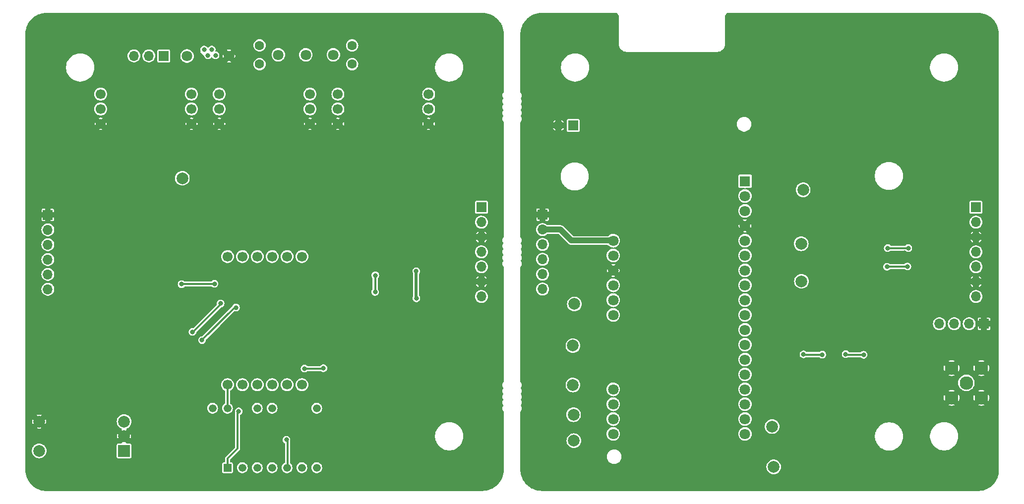
<source format=gtl>
G04 #@! TF.GenerationSoftware,KiCad,Pcbnew,8.0.4*
G04 #@! TF.CreationDate,2024-07-29T21:25:00+02:00*
G04 #@! TF.ProjectId,gps,6770732e-6b69-4636-9164-5f7063625858,rev?*
G04 #@! TF.SameCoordinates,Original*
G04 #@! TF.FileFunction,Copper,L1,Top*
G04 #@! TF.FilePolarity,Positive*
%FSLAX46Y46*%
G04 Gerber Fmt 4.6, Leading zero omitted, Abs format (unit mm)*
G04 Created by KiCad (PCBNEW 8.0.4) date 2024-07-29 21:25:00*
%MOMM*%
%LPD*%
G01*
G04 APERTURE LIST*
G04 #@! TA.AperFunction,ComponentPad*
%ADD10C,1.700000*%
G04 #@! TD*
G04 #@! TA.AperFunction,ComponentPad*
%ADD11C,1.800000*%
G04 #@! TD*
G04 #@! TA.AperFunction,ComponentPad*
%ADD12C,1.600000*%
G04 #@! TD*
G04 #@! TA.AperFunction,ComponentPad*
%ADD13C,0.800000*%
G04 #@! TD*
G04 #@! TA.AperFunction,ComponentPad*
%ADD14C,1.803150*%
G04 #@! TD*
G04 #@! TA.AperFunction,ComponentPad*
%ADD15R,1.700000X1.700000*%
G04 #@! TD*
G04 #@! TA.AperFunction,ComponentPad*
%ADD16O,1.700000X1.700000*%
G04 #@! TD*
G04 #@! TA.AperFunction,ComponentPad*
%ADD17R,1.337000X1.337000*%
G04 #@! TD*
G04 #@! TA.AperFunction,ComponentPad*
%ADD18C,1.337000*%
G04 #@! TD*
G04 #@! TA.AperFunction,ComponentPad*
%ADD19R,2.000000X2.000000*%
G04 #@! TD*
G04 #@! TA.AperFunction,ComponentPad*
%ADD20C,2.000000*%
G04 #@! TD*
G04 #@! TA.AperFunction,ComponentPad*
%ADD21R,1.800000X1.800000*%
G04 #@! TD*
G04 #@! TA.AperFunction,ComponentPad*
%ADD22C,2.300000*%
G04 #@! TD*
G04 #@! TA.AperFunction,ViaPad*
%ADD23C,0.800000*%
G04 #@! TD*
G04 #@! TA.AperFunction,Conductor*
%ADD24C,0.500000*%
G04 #@! TD*
G04 #@! TA.AperFunction,Conductor*
%ADD25C,0.350000*%
G04 #@! TD*
G04 #@! TA.AperFunction,Conductor*
%ADD26C,1.000000*%
G04 #@! TD*
G04 APERTURE END LIST*
D10*
X86250000Y-56050000D03*
X101750000Y-56050000D03*
X86250000Y-58590000D03*
X86250000Y-61130000D03*
X101750000Y-61130000D03*
X101750000Y-58590000D03*
D11*
X105730000Y-49330000D03*
X101030000Y-49330000D03*
D12*
X108930000Y-50930000D03*
X108930000Y-47730000D03*
D11*
X96330000Y-49330000D03*
D12*
X93130000Y-50930000D03*
X93130000Y-47730000D03*
D13*
X85620000Y-49430000D03*
X84970000Y-48430000D03*
X84320000Y-49430000D03*
X83670000Y-48430000D03*
X83020000Y-49430000D03*
D14*
X87895000Y-49540000D03*
X80745000Y-49540000D03*
D10*
X87650000Y-105700000D03*
X90190000Y-105700000D03*
X92730000Y-105700000D03*
X95270000Y-105700000D03*
X97810000Y-105700000D03*
X100350000Y-105700000D03*
X100350000Y-83800000D03*
X97810000Y-83800000D03*
X95270000Y-83800000D03*
X92730000Y-83800000D03*
X90190000Y-83800000D03*
X87650000Y-83800000D03*
X66000000Y-56050000D03*
X81500000Y-56050000D03*
X66000000Y-58590000D03*
X66000000Y-61130000D03*
X81500000Y-61130000D03*
X81500000Y-58590000D03*
D15*
X215450000Y-75380000D03*
D16*
X215450000Y-77920000D03*
X215450000Y-80460000D03*
X215450000Y-83000000D03*
X215450000Y-85540000D03*
X215450000Y-88080000D03*
X215450000Y-90620000D03*
D15*
X141450000Y-76650000D03*
D16*
X141450000Y-79190000D03*
X141450000Y-81730000D03*
X141450000Y-84270000D03*
X141450000Y-86810000D03*
X141450000Y-89350000D03*
D10*
X106500000Y-56050000D03*
X122000000Y-56050000D03*
X106500000Y-58590000D03*
X106500000Y-61130000D03*
X122000000Y-61130000D03*
X122000000Y-58590000D03*
D17*
X87650000Y-119880000D03*
D18*
X90190000Y-119880000D03*
X92730000Y-119880000D03*
X95270000Y-119880000D03*
X97810000Y-119880000D03*
X100350000Y-119880000D03*
X102890000Y-119880000D03*
X102890000Y-109720000D03*
X95270000Y-109720000D03*
X92730000Y-109720000D03*
X87650000Y-109720000D03*
X85110000Y-109720000D03*
D19*
X70000000Y-117000000D03*
D20*
X70000000Y-112000000D03*
X70000000Y-114500000D03*
X55500000Y-117000000D03*
X55500000Y-112000000D03*
X180900000Y-119730000D03*
D15*
X130999930Y-75380000D03*
D16*
X130999930Y-77920000D03*
X130999930Y-80460000D03*
X130999930Y-83000000D03*
X130999930Y-85540000D03*
X130999930Y-88080000D03*
X130999930Y-90620000D03*
D15*
X216820000Y-95280000D03*
D16*
X214280000Y-95280000D03*
X211740000Y-95280000D03*
X209200000Y-95280000D03*
D21*
X176012500Y-70920000D03*
D11*
X176012500Y-73460000D03*
X176012500Y-76000000D03*
X176012500Y-78540000D03*
X176012500Y-81080000D03*
X176012500Y-83620000D03*
X176012500Y-86160000D03*
X176012500Y-88700000D03*
X176012500Y-91240000D03*
X176012500Y-93780000D03*
X176012500Y-96320000D03*
X176012500Y-98860000D03*
X176012500Y-101400000D03*
X176012500Y-103940000D03*
X176012500Y-106480000D03*
X176012500Y-109020000D03*
X176012500Y-111560000D03*
X176012500Y-114100000D03*
X153512500Y-114100000D03*
X153512500Y-111560000D03*
X153512500Y-109020000D03*
X153512500Y-106480000D03*
X153512500Y-93780000D03*
X153512500Y-91240000D03*
X153512500Y-88700000D03*
X153512500Y-86160000D03*
X153512500Y-83620000D03*
X153512500Y-81080000D03*
D20*
X79940000Y-70410000D03*
X146740000Y-110810000D03*
D15*
X56974930Y-76675000D03*
D16*
X56974930Y-79215000D03*
X56974930Y-81755000D03*
X56974930Y-84295000D03*
X56974930Y-86835000D03*
X56974930Y-89375000D03*
D20*
X180640000Y-112840000D03*
X185650000Y-88020000D03*
X185940000Y-72400000D03*
X185620000Y-81610000D03*
X146870000Y-91907500D03*
D15*
X146700000Y-61380000D03*
D16*
X144160000Y-61380000D03*
D22*
X213811250Y-105380000D03*
X211271250Y-107920000D03*
X216351250Y-107920000D03*
X211271250Y-102840000D03*
X216351250Y-102840000D03*
D20*
X146790000Y-115250000D03*
X146630000Y-105740000D03*
X146630000Y-99020000D03*
D15*
X76770000Y-49515000D03*
D16*
X74230000Y-49515000D03*
X71690000Y-49515000D03*
D23*
X189750000Y-90660000D03*
X70640000Y-68020000D03*
X178610000Y-120225000D03*
X205570000Y-93630000D03*
X130020000Y-84260000D03*
X200910000Y-83266422D03*
X65340000Y-96180000D03*
X79090000Y-100750000D03*
X111370000Y-78200000D03*
X203551976Y-123000000D03*
X180320000Y-90790000D03*
X134066670Y-93000000D03*
X83148720Y-96986157D03*
X110040000Y-67970000D03*
X64066670Y-123000000D03*
X99110000Y-120490000D03*
X193551976Y-43000000D03*
X205070000Y-63520000D03*
X106410000Y-105790000D03*
X114066670Y-43000000D03*
X173551976Y-123000000D03*
X134066670Y-73000000D03*
X174790000Y-92520000D03*
X120780000Y-88650000D03*
X93540000Y-86860000D03*
X54066670Y-103000000D03*
X218551976Y-108000000D03*
X90623719Y-103483719D03*
X194100000Y-49460000D03*
X114070000Y-73050000D03*
X83500000Y-83150000D03*
X55066670Y-122000000D03*
X96020000Y-86870000D03*
X179780000Y-115210000D03*
X113600000Y-54760000D03*
X134066670Y-103000000D03*
X79100000Y-50740000D03*
X120787306Y-90365000D03*
X124690000Y-94810000D03*
X199220000Y-61550000D03*
X69480000Y-54820000D03*
X54066670Y-58000000D03*
X91400000Y-116600000D03*
X120780000Y-86970000D03*
X198551976Y-43000000D03*
X86250000Y-119370000D03*
X169120000Y-100670000D03*
X85380154Y-91660863D03*
X134066670Y-83000000D03*
X211700000Y-86750000D03*
X103450000Y-94775000D03*
X201480000Y-95610000D03*
X218551976Y-73000000D03*
X128850000Y-62000000D03*
X207570003Y-103867570D03*
X134066670Y-118000000D03*
X217551976Y-122000000D03*
X129066670Y-123000000D03*
X217611250Y-101580000D03*
X153550000Y-42997500D03*
X75950000Y-72780000D03*
X54066670Y-83000000D03*
X74066670Y-43000000D03*
X133066670Y-122000000D03*
X168220000Y-106940000D03*
X146600000Y-94400000D03*
X213811250Y-107240000D03*
X126370000Y-93360000D03*
X202110000Y-106490000D03*
X179180000Y-84610000D03*
X84066670Y-43000000D03*
X95500000Y-103180000D03*
X218551976Y-48000000D03*
X193202500Y-106450000D03*
X54066670Y-68000000D03*
X203210000Y-86406423D03*
X195525000Y-99720000D03*
X83880000Y-59480000D03*
X92780000Y-115220000D03*
X166040000Y-77787500D03*
X196151976Y-81080000D03*
X138551976Y-108000000D03*
X118896887Y-90413897D03*
X177110000Y-92520000D03*
X158551976Y-123000000D03*
X134066670Y-88000000D03*
X80700000Y-80700000D03*
X134066670Y-48000000D03*
X187501976Y-80480000D03*
X167650000Y-49400000D03*
X206250000Y-90890000D03*
X82278719Y-81728719D03*
X71750000Y-71550000D03*
X202110000Y-104280000D03*
X100680000Y-57310000D03*
X218551976Y-98000000D03*
X89014323Y-93606660D03*
X56010000Y-72970000D03*
X81687563Y-95525000D03*
X145210000Y-86530000D03*
X138551976Y-83000000D03*
X104100000Y-59560000D03*
X173550000Y-49400000D03*
X138551976Y-113000000D03*
X69066670Y-123000000D03*
X213811250Y-109430000D03*
X213490000Y-63660000D03*
X129066670Y-43000000D03*
X94460000Y-113340000D03*
X207251176Y-81105000D03*
X102830000Y-92790000D03*
X86350000Y-110810000D03*
X156020000Y-73820000D03*
X124066670Y-123000000D03*
X101625000Y-103815000D03*
X114720000Y-69680000D03*
X161210000Y-120070000D03*
X153551976Y-123000000D03*
X114040000Y-109780000D03*
X139551976Y-44000000D03*
X63000000Y-80600000D03*
X200280000Y-94220000D03*
X134066670Y-108000000D03*
X56170000Y-67990000D03*
X189820000Y-99510000D03*
X84450000Y-98750000D03*
X83869930Y-57320000D03*
X104066670Y-123000000D03*
X209609389Y-103895000D03*
X156030000Y-75720000D03*
X192410000Y-55350000D03*
X75850000Y-54760000D03*
X124210000Y-72690000D03*
X213551976Y-123000000D03*
X84560000Y-106410000D03*
X54066670Y-73000000D03*
X127530000Y-96160000D03*
X145200000Y-97100000D03*
X94066670Y-43000000D03*
X155390000Y-105540000D03*
X138551976Y-73000000D03*
X143551976Y-43000000D03*
X68150000Y-66775000D03*
X70690000Y-57290000D03*
X99250000Y-101380000D03*
X129400000Y-51870000D03*
X89066670Y-43000000D03*
X77369930Y-68600000D03*
X119060000Y-85340000D03*
X89066670Y-123000000D03*
X119066670Y-43000000D03*
X149520000Y-104190000D03*
X86040000Y-86930000D03*
X124180000Y-57130000D03*
X113746571Y-89295000D03*
X183551976Y-43000000D03*
X213811250Y-101230000D03*
X60910000Y-102860000D03*
X76820000Y-117870000D03*
X173550000Y-43050000D03*
X147250000Y-86510000D03*
X143551976Y-123000000D03*
X99066670Y-123000000D03*
X100320000Y-88540000D03*
X138551976Y-58000000D03*
X103375000Y-103815000D03*
X146975000Y-82271500D03*
X98240000Y-87520000D03*
X214470000Y-84260000D03*
X90310000Y-82000000D03*
X59066670Y-123000000D03*
X154680000Y-112840000D03*
X134066670Y-63000000D03*
X101860000Y-97950790D03*
X63460000Y-96230000D03*
X151495000Y-79871500D03*
X134066670Y-68000000D03*
X142900000Y-103340000D03*
X203551976Y-43000000D03*
X67348008Y-108251992D03*
X54066670Y-113000000D03*
X163551976Y-123000000D03*
X109066670Y-123000000D03*
X106010000Y-88430000D03*
X54066670Y-118000000D03*
X196090000Y-106360000D03*
X203220000Y-83185000D03*
X74066670Y-123000000D03*
X91770000Y-57290000D03*
X111430000Y-64230000D03*
X218551976Y-53000000D03*
X97035000Y-118700000D03*
X96550000Y-82600000D03*
X138551976Y-68000000D03*
X115370000Y-62030000D03*
X218551976Y-118000000D03*
X94066670Y-123000000D03*
X164060000Y-88510000D03*
X75810000Y-57260000D03*
X210011250Y-109080000D03*
X104020000Y-54720000D03*
X69066670Y-43000000D03*
X162220000Y-88570000D03*
X188410000Y-87010000D03*
X218551976Y-68000000D03*
X91750000Y-54820000D03*
X83890000Y-54770000D03*
X54066670Y-48000000D03*
X58000000Y-102800000D03*
X90006281Y-117813719D03*
X108930000Y-92800000D03*
X168551976Y-123000000D03*
X218551976Y-58000000D03*
X187050000Y-83590000D03*
X99066670Y-43000000D03*
X169160000Y-110590000D03*
X138551976Y-48000000D03*
X213811250Y-103500000D03*
X155200000Y-101150000D03*
X79066670Y-123000000D03*
X148725000Y-82271500D03*
X188415000Y-101425000D03*
X148551976Y-43000000D03*
X69700000Y-80600000D03*
X193551976Y-123000000D03*
X54066670Y-78000000D03*
X159050000Y-49400000D03*
X217611250Y-109080000D03*
X102904170Y-88671529D03*
X57810000Y-108970000D03*
X69100000Y-70900000D03*
X134066670Y-58000000D03*
X55066670Y-44000000D03*
X84066670Y-123000000D03*
X133066670Y-44000000D03*
X57260000Y-117380000D03*
X138551976Y-93000000D03*
X195420000Y-74920000D03*
X113990000Y-57350000D03*
X102880000Y-78090000D03*
X148551976Y-123000000D03*
X131060000Y-60030000D03*
X93660000Y-91660000D03*
X68250000Y-57260000D03*
X110460857Y-88539143D03*
X125960000Y-82060000D03*
X205040000Y-67330000D03*
X218551976Y-93000000D03*
X181240000Y-92640000D03*
X134066670Y-98000000D03*
X134066670Y-78000000D03*
X84675000Y-87645000D03*
X155200000Y-103220000D03*
X111863114Y-89534970D03*
X205260000Y-103890000D03*
X138551976Y-53000000D03*
X218551976Y-83000000D03*
X118805000Y-78940000D03*
X138551976Y-118000000D03*
X195950000Y-86860000D03*
X217551976Y-44000000D03*
X204710000Y-54850000D03*
X189992500Y-106450000D03*
X153600000Y-49400000D03*
X113810000Y-77550000D03*
X79066670Y-43000000D03*
X207580000Y-106865000D03*
X111560000Y-57310000D03*
X188551976Y-43000000D03*
X210011250Y-101580000D03*
X75444930Y-67700000D03*
X191670000Y-87480000D03*
X109066670Y-43000000D03*
X138551976Y-63000000D03*
X208551976Y-123000000D03*
X74860000Y-71770000D03*
X193775000Y-99548455D03*
X198551976Y-123000000D03*
X68260000Y-61960000D03*
X139551976Y-122000000D03*
X209190000Y-74930000D03*
X151920000Y-58200000D03*
X91770000Y-112030000D03*
X93111281Y-104081281D03*
X134066670Y-113000000D03*
X55970000Y-98040000D03*
X124066670Y-43000000D03*
X54066670Y-98000000D03*
X195450000Y-72040000D03*
X102810000Y-84120000D03*
X218551976Y-88000000D03*
X111999630Y-87550222D03*
X54066670Y-88000000D03*
X58420000Y-115600000D03*
X80540000Y-102470000D03*
X218551976Y-113000000D03*
X113765000Y-82740000D03*
X98785000Y-115734508D03*
X169040000Y-112560000D03*
X142590000Y-97910000D03*
X54066670Y-93000000D03*
X64066670Y-43000000D03*
X90480000Y-100970000D03*
X151495000Y-82271500D03*
X77760000Y-99230000D03*
X209610000Y-106865000D03*
X80280000Y-45430000D03*
X115510000Y-65480000D03*
X113580000Y-51570000D03*
X191632500Y-91480000D03*
X114066670Y-123000000D03*
X104120000Y-57290000D03*
X144360000Y-106990000D03*
X120900000Y-72780000D03*
X200910000Y-86372407D03*
X134066670Y-53000000D03*
X96875000Y-101730000D03*
X179780000Y-86800000D03*
X106900000Y-117510000D03*
X90790000Y-110280000D03*
X107340000Y-89860000D03*
X59066670Y-43000000D03*
X152190000Y-112850000D03*
X189990000Y-94810000D03*
X178551976Y-123000000D03*
X138551976Y-103000000D03*
X205242089Y-106864134D03*
X117615000Y-69691976D03*
X213551976Y-43000000D03*
X168760000Y-103850000D03*
X207080000Y-95840000D03*
X69700000Y-77900000D03*
X167520000Y-76410000D03*
X218551976Y-103000000D03*
X83740000Y-120500000D03*
X208551976Y-43000000D03*
X109010000Y-77960000D03*
X54066670Y-63000000D03*
X54066670Y-53000000D03*
X138551976Y-98000000D03*
X62470000Y-58870000D03*
X94320000Y-107580000D03*
X192270000Y-58060000D03*
X211270000Y-69120000D03*
X200050000Y-90710000D03*
X151710000Y-55210000D03*
X119066670Y-123000000D03*
X80425000Y-87607984D03*
X105350000Y-78110000D03*
X88310000Y-86860000D03*
X75820000Y-99060000D03*
X148725000Y-79871500D03*
X145490000Y-89480000D03*
X186665000Y-101425000D03*
X73444930Y-68575000D03*
X191632500Y-107480000D03*
X54066670Y-108000000D03*
X93990000Y-120540000D03*
X146975000Y-79871500D03*
X104066670Y-43000000D03*
X218551976Y-63000000D03*
X183551976Y-123000000D03*
X70740000Y-62030000D03*
X138551976Y-78000000D03*
X178550000Y-43000000D03*
X203632500Y-107480000D03*
X218551976Y-78000000D03*
X145460000Y-101130000D03*
X147770000Y-96960000D03*
X178540000Y-113950000D03*
X138551976Y-88000000D03*
X188551976Y-123000000D03*
X119880000Y-86310000D03*
X119902277Y-90930000D03*
X186000000Y-100510000D03*
X193190000Y-100480000D03*
X196270000Y-100580000D03*
X189200000Y-100550000D03*
X100800000Y-102940000D03*
X104030000Y-102880000D03*
X97720000Y-115110000D03*
X85440000Y-88450000D03*
X79810000Y-88520000D03*
X86470000Y-91810000D03*
X81670000Y-96670000D03*
X89100000Y-92510000D03*
X83305000Y-98075000D03*
X89570000Y-110250000D03*
X200380000Y-82360000D03*
X203900000Y-82360000D03*
X200270000Y-85540000D03*
X203740000Y-85500000D03*
X112900000Y-87010000D03*
X112861543Y-89860000D03*
D24*
X119902277Y-90930000D02*
X119880000Y-90907723D01*
X119880000Y-90907723D02*
X119880000Y-86310000D01*
D25*
X193305000Y-100595000D02*
X193190000Y-100480000D01*
X186040000Y-100550000D02*
X189200000Y-100550000D01*
X196255000Y-100595000D02*
X193305000Y-100595000D01*
X186000000Y-100510000D02*
X186040000Y-100550000D01*
X196270000Y-100580000D02*
X196255000Y-100595000D01*
D26*
X141450000Y-79190000D02*
X144497000Y-79190000D01*
X146378500Y-81071500D02*
X153507000Y-81071500D01*
X144497000Y-79190000D02*
X146378500Y-81071500D01*
D25*
X103970000Y-102940000D02*
X100800000Y-102940000D01*
X104030000Y-102880000D02*
X103970000Y-102940000D01*
X97910000Y-115300000D02*
X97910000Y-119780000D01*
X97910000Y-119780000D02*
X97810000Y-119880000D01*
X97720000Y-115110000D02*
X97910000Y-115300000D01*
X85440000Y-88450000D02*
X85370000Y-88520000D01*
X85370000Y-88520000D02*
X79810000Y-88520000D01*
X81780000Y-96670000D02*
X81670000Y-96670000D01*
X86470000Y-91980000D02*
X81780000Y-96670000D01*
X86470000Y-91810000D02*
X86470000Y-91980000D01*
X89100000Y-92510000D02*
X88870000Y-92510000D01*
X88870000Y-92510000D02*
X83305000Y-98075000D01*
X89380000Y-110440000D02*
X89380000Y-116590000D01*
X89570000Y-110250000D02*
X89380000Y-110440000D01*
X89380000Y-116590000D02*
X87650000Y-118320000D01*
X87650000Y-118320000D02*
X87650000Y-119880000D01*
X87650000Y-109720000D02*
X87650000Y-105700000D01*
D24*
X176007000Y-91171500D02*
X176007000Y-91231500D01*
D25*
X203900000Y-82360000D02*
X200380000Y-82360000D01*
X200310000Y-85500000D02*
X200270000Y-85540000D01*
X203740000Y-85500000D02*
X200310000Y-85500000D01*
X112861543Y-87048457D02*
X112900000Y-87010000D01*
X112861543Y-89860000D02*
X112861543Y-87048457D01*
G04 #@! TA.AperFunction,Conductor*
G36*
X131174670Y-42150652D02*
G01*
X131192550Y-42151530D01*
X131525902Y-42167904D01*
X131538192Y-42169115D01*
X131882981Y-42220257D01*
X131895102Y-42222668D01*
X132233229Y-42307363D01*
X132245031Y-42310943D01*
X132573236Y-42428375D01*
X132584657Y-42433106D01*
X132899757Y-42582135D01*
X132910635Y-42587949D01*
X133209631Y-42767160D01*
X133219892Y-42774017D01*
X133499867Y-42981660D01*
X133509413Y-42989494D01*
X133767687Y-43223580D01*
X133776419Y-43232312D01*
X134010500Y-43490580D01*
X134018341Y-43500134D01*
X134209819Y-43758314D01*
X134225975Y-43780097D01*
X134232842Y-43790373D01*
X134393731Y-44058801D01*
X134412042Y-44089350D01*
X134417871Y-44100256D01*
X134566892Y-44415340D01*
X134571624Y-44426763D01*
X134689051Y-44754952D01*
X134692640Y-44766785D01*
X134777330Y-45104893D01*
X134779742Y-45117021D01*
X134830883Y-45461799D01*
X134832095Y-45474104D01*
X134849348Y-45825329D01*
X134849500Y-45831511D01*
X134849500Y-55552727D01*
X134849501Y-55552729D01*
X134864095Y-55607196D01*
X134862405Y-55678173D01*
X134825943Y-55734118D01*
X134771817Y-55782069D01*
X134675181Y-55922070D01*
X134675179Y-55922074D01*
X134614859Y-56081128D01*
X134594355Y-56249997D01*
X134594355Y-56250002D01*
X134614859Y-56418871D01*
X134675179Y-56577925D01*
X134675181Y-56577929D01*
X134744548Y-56678424D01*
X134766784Y-56745849D01*
X134749037Y-56814592D01*
X134744548Y-56821576D01*
X134675181Y-56922070D01*
X134675179Y-56922074D01*
X134614859Y-57081128D01*
X134594355Y-57249997D01*
X134594355Y-57250002D01*
X134614859Y-57418871D01*
X134675179Y-57577925D01*
X134675181Y-57577929D01*
X134744548Y-57678424D01*
X134766784Y-57745849D01*
X134749037Y-57814592D01*
X134744548Y-57821576D01*
X134675181Y-57922070D01*
X134675179Y-57922074D01*
X134614859Y-58081128D01*
X134594355Y-58249997D01*
X134594355Y-58250002D01*
X134614859Y-58418871D01*
X134675179Y-58577925D01*
X134675181Y-58577929D01*
X134744548Y-58678424D01*
X134766784Y-58745849D01*
X134749037Y-58814592D01*
X134744548Y-58821576D01*
X134675181Y-58922070D01*
X134675179Y-58922074D01*
X134614859Y-59081128D01*
X134594355Y-59249997D01*
X134594355Y-59250002D01*
X134614859Y-59418871D01*
X134675179Y-59577925D01*
X134675181Y-59577929D01*
X134744548Y-59678424D01*
X134766784Y-59745849D01*
X134749037Y-59814592D01*
X134744548Y-59821576D01*
X134675181Y-59922070D01*
X134675179Y-59922074D01*
X134614859Y-60081128D01*
X134594355Y-60249997D01*
X134594355Y-60250002D01*
X134614859Y-60418871D01*
X134675179Y-60577925D01*
X134675181Y-60577929D01*
X134771815Y-60717927D01*
X134771816Y-60717928D01*
X134771817Y-60717929D01*
X134825942Y-60765880D01*
X134863667Y-60826023D01*
X134864095Y-60892801D01*
X134849500Y-60947272D01*
X134849500Y-60947273D01*
X134849500Y-80197273D01*
X134849500Y-80302727D01*
X134863432Y-80354723D01*
X134864095Y-80357196D01*
X134862405Y-80428173D01*
X134825943Y-80484118D01*
X134771817Y-80532069D01*
X134675181Y-80672070D01*
X134675179Y-80672074D01*
X134614859Y-80831128D01*
X134594355Y-80999997D01*
X134594355Y-81000002D01*
X134614859Y-81168871D01*
X134675179Y-81327925D01*
X134675181Y-81327929D01*
X134744548Y-81428424D01*
X134766784Y-81495849D01*
X134749037Y-81564592D01*
X134744548Y-81571576D01*
X134675181Y-81672070D01*
X134675179Y-81672074D01*
X134614859Y-81831128D01*
X134594355Y-81999997D01*
X134594355Y-82000002D01*
X134614859Y-82168871D01*
X134675179Y-82327925D01*
X134675181Y-82327929D01*
X134744548Y-82428424D01*
X134766784Y-82495849D01*
X134749037Y-82564592D01*
X134744548Y-82571576D01*
X134675181Y-82672070D01*
X134675179Y-82672074D01*
X134614859Y-82831128D01*
X134594355Y-82999997D01*
X134594355Y-83000002D01*
X134614859Y-83168871D01*
X134675179Y-83327925D01*
X134675181Y-83327929D01*
X134744548Y-83428424D01*
X134766784Y-83495849D01*
X134749037Y-83564592D01*
X134744548Y-83571576D01*
X134675181Y-83672070D01*
X134675179Y-83672074D01*
X134614859Y-83831128D01*
X134594355Y-83999997D01*
X134594355Y-84000002D01*
X134614859Y-84168871D01*
X134675179Y-84327925D01*
X134675181Y-84327929D01*
X134744548Y-84428424D01*
X134766784Y-84495849D01*
X134749037Y-84564592D01*
X134744548Y-84571576D01*
X134675181Y-84672070D01*
X134675179Y-84672074D01*
X134614859Y-84831128D01*
X134594355Y-84999997D01*
X134594355Y-85000002D01*
X134614859Y-85168871D01*
X134675179Y-85327925D01*
X134675181Y-85327929D01*
X134771815Y-85467927D01*
X134771816Y-85467928D01*
X134771817Y-85467929D01*
X134825942Y-85515880D01*
X134863667Y-85576023D01*
X134864095Y-85642801D01*
X134849622Y-85696818D01*
X134849500Y-85697273D01*
X134849500Y-104947273D01*
X134849500Y-105052727D01*
X134859621Y-105090500D01*
X134864095Y-105107196D01*
X134862405Y-105178173D01*
X134825943Y-105234118D01*
X134771817Y-105282069D01*
X134675181Y-105422070D01*
X134675179Y-105422074D01*
X134614859Y-105581128D01*
X134594355Y-105749997D01*
X134594355Y-105750002D01*
X134614859Y-105918871D01*
X134675179Y-106077925D01*
X134675181Y-106077929D01*
X134744548Y-106178424D01*
X134766784Y-106245849D01*
X134749037Y-106314592D01*
X134744548Y-106321576D01*
X134675181Y-106422070D01*
X134675179Y-106422074D01*
X134614859Y-106581128D01*
X134594355Y-106749997D01*
X134594355Y-106750002D01*
X134614859Y-106918871D01*
X134675179Y-107077925D01*
X134675181Y-107077929D01*
X134744548Y-107178424D01*
X134766784Y-107245849D01*
X134749037Y-107314592D01*
X134744548Y-107321576D01*
X134675181Y-107422070D01*
X134675179Y-107422074D01*
X134614859Y-107581128D01*
X134594355Y-107749997D01*
X134594355Y-107750002D01*
X134614859Y-107918871D01*
X134675179Y-108077925D01*
X134675181Y-108077929D01*
X134744548Y-108178424D01*
X134766784Y-108245849D01*
X134749037Y-108314592D01*
X134744548Y-108321576D01*
X134675181Y-108422070D01*
X134675179Y-108422074D01*
X134614859Y-108581128D01*
X134594355Y-108749997D01*
X134594355Y-108750002D01*
X134614859Y-108918871D01*
X134675179Y-109077925D01*
X134675181Y-109077929D01*
X134744548Y-109178424D01*
X134766784Y-109245849D01*
X134749037Y-109314592D01*
X134744548Y-109321576D01*
X134675181Y-109422070D01*
X134675179Y-109422074D01*
X134614859Y-109581128D01*
X134594355Y-109749997D01*
X134594355Y-109750002D01*
X134614859Y-109918871D01*
X134675179Y-110077925D01*
X134675181Y-110077929D01*
X134771815Y-110217927D01*
X134771816Y-110217928D01*
X134771817Y-110217929D01*
X134825942Y-110265880D01*
X134863667Y-110326023D01*
X134864095Y-110392801D01*
X134849500Y-110447272D01*
X134849500Y-120168488D01*
X134849348Y-120174670D01*
X134832095Y-120525895D01*
X134830883Y-120538200D01*
X134779742Y-120882978D01*
X134777330Y-120895106D01*
X134692640Y-121233214D01*
X134689051Y-121245047D01*
X134571624Y-121573236D01*
X134566892Y-121584659D01*
X134417871Y-121899743D01*
X134412042Y-121910649D01*
X134232845Y-122209621D01*
X134225975Y-122219902D01*
X134018344Y-122499861D01*
X134010500Y-122509419D01*
X133776425Y-122767681D01*
X133767681Y-122776425D01*
X133509419Y-123010500D01*
X133499861Y-123018344D01*
X133219902Y-123225975D01*
X133209621Y-123232845D01*
X132910649Y-123412042D01*
X132899743Y-123417871D01*
X132584659Y-123566892D01*
X132573236Y-123571624D01*
X132245047Y-123689051D01*
X132233214Y-123692640D01*
X131895106Y-123777330D01*
X131882978Y-123779742D01*
X131538200Y-123830883D01*
X131525895Y-123832095D01*
X131174670Y-123849348D01*
X131168488Y-123849500D01*
X56593720Y-123849500D01*
X56583563Y-123849090D01*
X56543306Y-123845833D01*
X56249531Y-123822071D01*
X56237270Y-123820470D01*
X55906165Y-123760600D01*
X55894121Y-123757806D01*
X55570464Y-123665768D01*
X55558751Y-123661806D01*
X55245693Y-123538496D01*
X55234424Y-123533406D01*
X54934940Y-123379994D01*
X54924226Y-123373823D01*
X54641224Y-123191799D01*
X54631165Y-123184608D01*
X54367376Y-122975728D01*
X54358071Y-122967586D01*
X54116023Y-122733856D01*
X54107560Y-122724841D01*
X54040490Y-122645969D01*
X53889577Y-122468500D01*
X53882044Y-122458705D01*
X53712918Y-122214927D01*
X53690243Y-122182242D01*
X53683704Y-122171754D01*
X53532138Y-121899743D01*
X53519919Y-121877813D01*
X53514440Y-121866734D01*
X53386810Y-121573236D01*
X53380252Y-121558155D01*
X53375886Y-121546591D01*
X53272593Y-121226351D01*
X53269387Y-121214441D01*
X53197973Y-120885595D01*
X53195949Y-120873416D01*
X53157113Y-120539166D01*
X53156291Y-120526856D01*
X53150519Y-120196963D01*
X53150500Y-120194759D01*
X53150500Y-120179874D01*
X53150563Y-120175895D01*
X53152118Y-120126671D01*
X53151278Y-120119147D01*
X53150500Y-120105163D01*
X53150500Y-119186822D01*
X86731000Y-119186822D01*
X86731000Y-120573177D01*
X86745533Y-120646239D01*
X86745534Y-120646240D01*
X86800899Y-120729101D01*
X86883760Y-120784466D01*
X86956826Y-120799000D01*
X88343174Y-120799000D01*
X88416240Y-120784466D01*
X88499101Y-120729101D01*
X88554466Y-120646240D01*
X88569000Y-120573174D01*
X88569000Y-119880000D01*
X89265938Y-119880000D01*
X89286130Y-120072123D01*
X89345824Y-120255845D01*
X89345827Y-120255851D01*
X89442416Y-120423147D01*
X89442423Y-120423157D01*
X89571679Y-120566710D01*
X89727964Y-120680258D01*
X89727966Y-120680259D01*
X89727969Y-120680261D01*
X89904449Y-120758835D01*
X90093409Y-120799000D01*
X90093413Y-120799000D01*
X90286587Y-120799000D01*
X90286591Y-120799000D01*
X90475551Y-120758835D01*
X90652031Y-120680261D01*
X90808318Y-120566712D01*
X90808320Y-120566710D01*
X90937576Y-120423157D01*
X90937577Y-120423155D01*
X90937582Y-120423150D01*
X91034173Y-120255850D01*
X91053307Y-120196963D01*
X91093869Y-120072123D01*
X91106917Y-119947977D01*
X91114062Y-119880000D01*
X91805938Y-119880000D01*
X91826130Y-120072123D01*
X91885824Y-120255845D01*
X91885827Y-120255851D01*
X91982416Y-120423147D01*
X91982423Y-120423157D01*
X92111679Y-120566710D01*
X92267964Y-120680258D01*
X92267966Y-120680259D01*
X92267969Y-120680261D01*
X92444449Y-120758835D01*
X92633409Y-120799000D01*
X92633413Y-120799000D01*
X92826587Y-120799000D01*
X92826591Y-120799000D01*
X93015551Y-120758835D01*
X93192031Y-120680261D01*
X93348318Y-120566712D01*
X93348320Y-120566710D01*
X93477576Y-120423157D01*
X93477577Y-120423155D01*
X93477582Y-120423150D01*
X93574173Y-120255850D01*
X93593307Y-120196963D01*
X93633869Y-120072123D01*
X93646917Y-119947977D01*
X93654062Y-119880000D01*
X94345938Y-119880000D01*
X94366130Y-120072123D01*
X94425824Y-120255845D01*
X94425827Y-120255851D01*
X94522416Y-120423147D01*
X94522423Y-120423157D01*
X94651679Y-120566710D01*
X94807964Y-120680258D01*
X94807966Y-120680259D01*
X94807969Y-120680261D01*
X94984449Y-120758835D01*
X95173409Y-120799000D01*
X95173413Y-120799000D01*
X95366587Y-120799000D01*
X95366591Y-120799000D01*
X95555551Y-120758835D01*
X95732031Y-120680261D01*
X95888318Y-120566712D01*
X95888320Y-120566710D01*
X96017576Y-120423157D01*
X96017577Y-120423155D01*
X96017582Y-120423150D01*
X96114173Y-120255850D01*
X96133307Y-120196963D01*
X96173869Y-120072123D01*
X96186917Y-119947977D01*
X96194062Y-119880000D01*
X96885938Y-119880000D01*
X96906130Y-120072123D01*
X96965824Y-120255845D01*
X96965827Y-120255851D01*
X97062416Y-120423147D01*
X97062423Y-120423157D01*
X97191679Y-120566710D01*
X97347964Y-120680258D01*
X97347966Y-120680259D01*
X97347969Y-120680261D01*
X97524449Y-120758835D01*
X97713409Y-120799000D01*
X97713413Y-120799000D01*
X97906587Y-120799000D01*
X97906591Y-120799000D01*
X98095551Y-120758835D01*
X98272031Y-120680261D01*
X98428318Y-120566712D01*
X98428320Y-120566710D01*
X98557576Y-120423157D01*
X98557577Y-120423155D01*
X98557582Y-120423150D01*
X98654173Y-120255850D01*
X98673307Y-120196963D01*
X98713869Y-120072123D01*
X98726917Y-119947977D01*
X98734062Y-119880000D01*
X99425938Y-119880000D01*
X99446130Y-120072123D01*
X99505824Y-120255845D01*
X99505827Y-120255851D01*
X99602416Y-120423147D01*
X99602423Y-120423157D01*
X99731679Y-120566710D01*
X99887964Y-120680258D01*
X99887966Y-120680259D01*
X99887969Y-120680261D01*
X100064449Y-120758835D01*
X100253409Y-120799000D01*
X100253413Y-120799000D01*
X100446587Y-120799000D01*
X100446591Y-120799000D01*
X100635551Y-120758835D01*
X100812031Y-120680261D01*
X100968318Y-120566712D01*
X100968320Y-120566710D01*
X101097576Y-120423157D01*
X101097577Y-120423155D01*
X101097582Y-120423150D01*
X101194173Y-120255850D01*
X101213307Y-120196963D01*
X101253869Y-120072123D01*
X101266917Y-119947977D01*
X101274062Y-119880000D01*
X101965938Y-119880000D01*
X101986130Y-120072123D01*
X102045824Y-120255845D01*
X102045827Y-120255851D01*
X102142416Y-120423147D01*
X102142423Y-120423157D01*
X102271679Y-120566710D01*
X102427964Y-120680258D01*
X102427966Y-120680259D01*
X102427969Y-120680261D01*
X102604449Y-120758835D01*
X102793409Y-120799000D01*
X102793413Y-120799000D01*
X102986587Y-120799000D01*
X102986591Y-120799000D01*
X103175551Y-120758835D01*
X103352031Y-120680261D01*
X103508318Y-120566712D01*
X103508320Y-120566710D01*
X103637576Y-120423157D01*
X103637577Y-120423155D01*
X103637582Y-120423150D01*
X103734173Y-120255850D01*
X103753307Y-120196963D01*
X103793869Y-120072123D01*
X103806917Y-119947977D01*
X103814062Y-119880000D01*
X103793869Y-119687877D01*
X103736732Y-119512025D01*
X103734175Y-119504154D01*
X103734172Y-119504148D01*
X103637583Y-119336852D01*
X103637576Y-119336842D01*
X103508320Y-119193289D01*
X103352035Y-119079741D01*
X103329087Y-119069524D01*
X103175551Y-119001165D01*
X102986591Y-118961000D01*
X102793409Y-118961000D01*
X102642241Y-118993132D01*
X102604448Y-119001165D01*
X102427964Y-119079741D01*
X102271679Y-119193289D01*
X102142423Y-119336842D01*
X102142416Y-119336852D01*
X102045827Y-119504148D01*
X102045824Y-119504154D01*
X101986130Y-119687876D01*
X101965938Y-119880000D01*
X101274062Y-119880000D01*
X101253869Y-119687877D01*
X101196732Y-119512025D01*
X101194175Y-119504154D01*
X101194172Y-119504148D01*
X101097583Y-119336852D01*
X101097576Y-119336842D01*
X100968320Y-119193289D01*
X100812035Y-119079741D01*
X100789087Y-119069524D01*
X100635551Y-119001165D01*
X100446591Y-118961000D01*
X100253409Y-118961000D01*
X100102241Y-118993132D01*
X100064448Y-119001165D01*
X99887964Y-119079741D01*
X99731679Y-119193289D01*
X99602423Y-119336842D01*
X99602416Y-119336852D01*
X99505827Y-119504148D01*
X99505824Y-119504154D01*
X99446130Y-119687876D01*
X99425938Y-119880000D01*
X98734062Y-119880000D01*
X98713869Y-119687877D01*
X98656732Y-119512025D01*
X98654175Y-119504154D01*
X98654172Y-119504148D01*
X98557583Y-119336852D01*
X98557576Y-119336842D01*
X98428321Y-119193290D01*
X98428319Y-119193289D01*
X98419422Y-119186825D01*
X98415518Y-119183988D01*
X98387438Y-119163586D01*
X98344085Y-119107364D01*
X98335500Y-119061651D01*
X98335500Y-115344587D01*
X98343688Y-115299906D01*
X98356237Y-115266818D01*
X98356237Y-115266815D01*
X98356238Y-115266814D01*
X98375278Y-115110003D01*
X98375278Y-115109996D01*
X98356238Y-114953184D01*
X98336105Y-114900099D01*
X98300220Y-114805477D01*
X98300216Y-114805472D01*
X98300216Y-114805470D01*
X98210483Y-114675470D01*
X98210481Y-114675468D01*
X98092240Y-114570717D01*
X97952365Y-114497304D01*
X97952361Y-114497302D01*
X97798987Y-114459500D01*
X97798985Y-114459500D01*
X97641015Y-114459500D01*
X97641012Y-114459500D01*
X97487638Y-114497302D01*
X97487634Y-114497304D01*
X97347759Y-114570717D01*
X97229518Y-114675468D01*
X97229516Y-114675470D01*
X97139783Y-114805470D01*
X97139782Y-114805473D01*
X97139781Y-114805475D01*
X97139780Y-114805477D01*
X97134018Y-114820670D01*
X97083761Y-114953184D01*
X97064722Y-115109996D01*
X97064722Y-115110003D01*
X97083761Y-115266815D01*
X97104500Y-115321497D01*
X97139780Y-115414523D01*
X97139781Y-115414525D01*
X97139782Y-115414526D01*
X97139783Y-115414529D01*
X97229516Y-115544529D01*
X97229518Y-115544531D01*
X97347761Y-115649284D01*
X97373895Y-115663000D01*
X97417055Y-115685651D01*
X97468077Y-115735019D01*
X97484500Y-115797219D01*
X97484500Y-118937125D01*
X97464498Y-119005246D01*
X97410842Y-119051739D01*
X97409750Y-119052231D01*
X97347975Y-119079735D01*
X97347968Y-119079739D01*
X97191679Y-119193289D01*
X97062423Y-119336842D01*
X97062416Y-119336852D01*
X96965827Y-119504148D01*
X96965824Y-119504154D01*
X96906130Y-119687876D01*
X96885938Y-119880000D01*
X96194062Y-119880000D01*
X96173869Y-119687877D01*
X96116732Y-119512025D01*
X96114175Y-119504154D01*
X96114172Y-119504148D01*
X96017583Y-119336852D01*
X96017576Y-119336842D01*
X95888320Y-119193289D01*
X95732035Y-119079741D01*
X95709087Y-119069524D01*
X95555551Y-119001165D01*
X95366591Y-118961000D01*
X95173409Y-118961000D01*
X95022241Y-118993132D01*
X94984448Y-119001165D01*
X94807964Y-119079741D01*
X94651679Y-119193289D01*
X94522423Y-119336842D01*
X94522416Y-119336852D01*
X94425827Y-119504148D01*
X94425824Y-119504154D01*
X94366130Y-119687876D01*
X94345938Y-119880000D01*
X93654062Y-119880000D01*
X93633869Y-119687877D01*
X93576732Y-119512025D01*
X93574175Y-119504154D01*
X93574172Y-119504148D01*
X93477583Y-119336852D01*
X93477576Y-119336842D01*
X93348320Y-119193289D01*
X93192035Y-119079741D01*
X93169087Y-119069524D01*
X93015551Y-119001165D01*
X92826591Y-118961000D01*
X92633409Y-118961000D01*
X92482241Y-118993132D01*
X92444448Y-119001165D01*
X92267964Y-119079741D01*
X92111679Y-119193289D01*
X91982423Y-119336842D01*
X91982416Y-119336852D01*
X91885827Y-119504148D01*
X91885824Y-119504154D01*
X91826130Y-119687876D01*
X91805938Y-119880000D01*
X91114062Y-119880000D01*
X91093869Y-119687877D01*
X91036732Y-119512025D01*
X91034175Y-119504154D01*
X91034172Y-119504148D01*
X90937583Y-119336852D01*
X90937576Y-119336842D01*
X90808320Y-119193289D01*
X90652035Y-119079741D01*
X90629087Y-119069524D01*
X90475551Y-119001165D01*
X90286591Y-118961000D01*
X90093409Y-118961000D01*
X89942241Y-118993132D01*
X89904448Y-119001165D01*
X89727964Y-119079741D01*
X89571679Y-119193289D01*
X89442423Y-119336842D01*
X89442416Y-119336852D01*
X89345827Y-119504148D01*
X89345824Y-119504154D01*
X89286130Y-119687876D01*
X89265938Y-119880000D01*
X88569000Y-119880000D01*
X88569000Y-119186826D01*
X88554466Y-119113760D01*
X88499101Y-119030899D01*
X88416240Y-118975534D01*
X88416239Y-118975533D01*
X88343177Y-118961000D01*
X88343174Y-118961000D01*
X88201500Y-118961000D01*
X88133379Y-118940998D01*
X88086886Y-118887342D01*
X88075500Y-118835000D01*
X88075500Y-118548438D01*
X88095502Y-118480317D01*
X88112405Y-118459343D01*
X89720481Y-116851267D01*
X89720484Y-116851264D01*
X89732579Y-116830316D01*
X89776503Y-116754237D01*
X89805500Y-116646018D01*
X89805500Y-114365189D01*
X123099500Y-114365189D01*
X123099500Y-114634810D01*
X123129688Y-114902735D01*
X123189685Y-115165597D01*
X123278726Y-115420061D01*
X123278737Y-115420088D01*
X123395717Y-115663000D01*
X123539159Y-115891286D01*
X123707268Y-116102088D01*
X123897911Y-116292731D01*
X124108713Y-116460840D01*
X124336999Y-116604282D01*
X124337002Y-116604283D01*
X124337003Y-116604284D01*
X124579921Y-116721267D01*
X124579937Y-116721272D01*
X124579938Y-116721273D01*
X124834402Y-116810314D01*
X124834405Y-116810314D01*
X124834409Y-116810316D01*
X125097268Y-116870312D01*
X125274762Y-116890311D01*
X125365189Y-116900500D01*
X125365191Y-116900500D01*
X125634811Y-116900500D01*
X125702853Y-116892833D01*
X125902732Y-116870312D01*
X126165591Y-116810316D01*
X126420079Y-116721267D01*
X126662997Y-116604284D01*
X126891289Y-116460838D01*
X127102085Y-116292734D01*
X127292734Y-116102085D01*
X127460838Y-115891289D01*
X127604284Y-115662997D01*
X127721267Y-115420079D01*
X127810316Y-115165591D01*
X127870312Y-114902732D01*
X127900500Y-114634809D01*
X127900500Y-114365191D01*
X127870312Y-114097268D01*
X127810316Y-113834409D01*
X127744694Y-113646873D01*
X127721273Y-113579938D01*
X127721272Y-113579937D01*
X127721267Y-113579921D01*
X127604284Y-113337003D01*
X127604283Y-113337002D01*
X127604282Y-113336999D01*
X127460840Y-113108713D01*
X127292731Y-112897911D01*
X127102088Y-112707268D01*
X126891286Y-112539159D01*
X126663000Y-112395717D01*
X126420088Y-112278737D01*
X126420083Y-112278735D01*
X126420079Y-112278733D01*
X126420073Y-112278730D01*
X126420061Y-112278726D01*
X126165597Y-112189685D01*
X125902735Y-112129688D01*
X125634811Y-112099500D01*
X125634809Y-112099500D01*
X125365191Y-112099500D01*
X125365189Y-112099500D01*
X125097264Y-112129688D01*
X124834402Y-112189685D01*
X124579938Y-112278726D01*
X124579911Y-112278737D01*
X124336999Y-112395717D01*
X124108713Y-112539159D01*
X123897911Y-112707268D01*
X123707268Y-112897911D01*
X123539159Y-113108713D01*
X123395717Y-113336999D01*
X123278737Y-113579911D01*
X123278726Y-113579938D01*
X123189685Y-113834402D01*
X123129688Y-114097264D01*
X123099500Y-114365189D01*
X89805500Y-114365189D01*
X89805500Y-110937219D01*
X89825502Y-110869098D01*
X89872944Y-110825652D01*
X89942240Y-110789283D01*
X90060483Y-110684530D01*
X90150220Y-110554523D01*
X90206237Y-110406818D01*
X90206237Y-110406817D01*
X90206238Y-110406815D01*
X90225278Y-110250003D01*
X90225278Y-110249996D01*
X90206238Y-110093184D01*
X90191490Y-110054298D01*
X90150220Y-109945477D01*
X90150216Y-109945472D01*
X90150216Y-109945470D01*
X90060483Y-109815470D01*
X90060481Y-109815468D01*
X89952718Y-109720000D01*
X91805938Y-109720000D01*
X91826130Y-109912123D01*
X91885824Y-110095845D01*
X91885827Y-110095851D01*
X91982416Y-110263147D01*
X91982423Y-110263157D01*
X92111679Y-110406710D01*
X92267964Y-110520258D01*
X92267966Y-110520259D01*
X92267969Y-110520261D01*
X92444449Y-110598835D01*
X92633409Y-110639000D01*
X92633413Y-110639000D01*
X92826587Y-110639000D01*
X92826591Y-110639000D01*
X93015551Y-110598835D01*
X93192031Y-110520261D01*
X93348318Y-110406712D01*
X93370861Y-110381676D01*
X93477576Y-110263157D01*
X93477577Y-110263155D01*
X93477582Y-110263150D01*
X93574173Y-110095850D01*
X93575040Y-110093184D01*
X93633869Y-109912123D01*
X93640566Y-109848402D01*
X93654062Y-109720000D01*
X94345938Y-109720000D01*
X94366130Y-109912123D01*
X94425824Y-110095845D01*
X94425827Y-110095851D01*
X94522416Y-110263147D01*
X94522423Y-110263157D01*
X94651679Y-110406710D01*
X94807964Y-110520258D01*
X94807966Y-110520259D01*
X94807969Y-110520261D01*
X94984449Y-110598835D01*
X95173409Y-110639000D01*
X95173413Y-110639000D01*
X95366587Y-110639000D01*
X95366591Y-110639000D01*
X95555551Y-110598835D01*
X95732031Y-110520261D01*
X95888318Y-110406712D01*
X95910861Y-110381676D01*
X96017576Y-110263157D01*
X96017577Y-110263155D01*
X96017582Y-110263150D01*
X96114173Y-110095850D01*
X96115040Y-110093184D01*
X96173869Y-109912123D01*
X96180566Y-109848402D01*
X96194062Y-109720000D01*
X101965938Y-109720000D01*
X101986130Y-109912123D01*
X102045824Y-110095845D01*
X102045827Y-110095851D01*
X102142416Y-110263147D01*
X102142423Y-110263157D01*
X102271679Y-110406710D01*
X102427964Y-110520258D01*
X102427966Y-110520259D01*
X102427969Y-110520261D01*
X102604449Y-110598835D01*
X102793409Y-110639000D01*
X102793413Y-110639000D01*
X102986587Y-110639000D01*
X102986591Y-110639000D01*
X103175551Y-110598835D01*
X103352031Y-110520261D01*
X103508318Y-110406712D01*
X103530861Y-110381676D01*
X103637576Y-110263157D01*
X103637577Y-110263155D01*
X103637582Y-110263150D01*
X103734173Y-110095850D01*
X103735040Y-110093184D01*
X103793869Y-109912123D01*
X103800566Y-109848402D01*
X103814062Y-109720000D01*
X103793869Y-109527877D01*
X103764468Y-109437389D01*
X103734175Y-109344154D01*
X103734172Y-109344148D01*
X103677419Y-109245849D01*
X103637582Y-109176850D01*
X103637580Y-109176848D01*
X103637576Y-109176842D01*
X103508320Y-109033289D01*
X103352035Y-108919741D01*
X103350083Y-108918872D01*
X103175551Y-108841165D01*
X102986591Y-108801000D01*
X102793409Y-108801000D01*
X102642241Y-108833132D01*
X102604448Y-108841165D01*
X102427964Y-108919741D01*
X102271679Y-109033289D01*
X102142423Y-109176842D01*
X102142416Y-109176852D01*
X102045827Y-109344148D01*
X102045824Y-109344154D01*
X101986130Y-109527876D01*
X101965938Y-109720000D01*
X96194062Y-109720000D01*
X96173869Y-109527877D01*
X96144468Y-109437389D01*
X96114175Y-109344154D01*
X96114172Y-109344148D01*
X96057419Y-109245849D01*
X96017582Y-109176850D01*
X96017580Y-109176848D01*
X96017576Y-109176842D01*
X95888320Y-109033289D01*
X95732035Y-108919741D01*
X95730083Y-108918872D01*
X95555551Y-108841165D01*
X95366591Y-108801000D01*
X95173409Y-108801000D01*
X95022241Y-108833132D01*
X94984448Y-108841165D01*
X94807964Y-108919741D01*
X94651679Y-109033289D01*
X94522423Y-109176842D01*
X94522416Y-109176852D01*
X94425827Y-109344148D01*
X94425824Y-109344154D01*
X94366130Y-109527876D01*
X94345938Y-109720000D01*
X93654062Y-109720000D01*
X93633869Y-109527877D01*
X93604468Y-109437389D01*
X93574175Y-109344154D01*
X93574172Y-109344148D01*
X93517419Y-109245849D01*
X93477582Y-109176850D01*
X93477580Y-109176848D01*
X93477576Y-109176842D01*
X93348320Y-109033289D01*
X93192035Y-108919741D01*
X93190083Y-108918872D01*
X93015551Y-108841165D01*
X92826591Y-108801000D01*
X92633409Y-108801000D01*
X92482241Y-108833132D01*
X92444448Y-108841165D01*
X92267964Y-108919741D01*
X92111679Y-109033289D01*
X91982423Y-109176842D01*
X91982416Y-109176852D01*
X91885827Y-109344148D01*
X91885824Y-109344154D01*
X91826130Y-109527876D01*
X91805938Y-109720000D01*
X89952718Y-109720000D01*
X89942240Y-109710717D01*
X89802365Y-109637304D01*
X89802361Y-109637302D01*
X89648987Y-109599500D01*
X89648985Y-109599500D01*
X89491015Y-109599500D01*
X89491012Y-109599500D01*
X89337638Y-109637302D01*
X89337634Y-109637304D01*
X89197759Y-109710717D01*
X89079518Y-109815468D01*
X89079516Y-109815470D01*
X88989783Y-109945470D01*
X88989782Y-109945473D01*
X88933761Y-110093184D01*
X88914722Y-110249996D01*
X88914722Y-110250003D01*
X88933761Y-110406814D01*
X88946312Y-110439906D01*
X88954500Y-110484587D01*
X88954500Y-116361562D01*
X88934498Y-116429683D01*
X88917595Y-116450657D01*
X87388737Y-117979515D01*
X87349126Y-118019125D01*
X87309516Y-118058735D01*
X87309512Y-118058740D01*
X87253499Y-118155758D01*
X87253496Y-118155765D01*
X87235113Y-118224372D01*
X87226833Y-118255277D01*
X87224500Y-118263983D01*
X87224500Y-118835000D01*
X87204498Y-118903121D01*
X87150842Y-118949614D01*
X87098500Y-118961000D01*
X86956822Y-118961000D01*
X86883760Y-118975533D01*
X86800899Y-119030899D01*
X86745533Y-119113760D01*
X86731000Y-119186822D01*
X53150500Y-119186822D01*
X53150500Y-117000000D01*
X54244723Y-117000000D01*
X54263793Y-117217977D01*
X54297719Y-117344591D01*
X54320424Y-117429328D01*
X54320426Y-117429333D01*
X54362693Y-117519975D01*
X54412898Y-117627639D01*
X54538402Y-117806877D01*
X54693123Y-117961598D01*
X54872361Y-118087102D01*
X55070670Y-118179575D01*
X55282023Y-118236207D01*
X55500000Y-118255277D01*
X55717977Y-118236207D01*
X55929330Y-118179575D01*
X56127639Y-118087102D01*
X56306877Y-117961598D01*
X56461598Y-117806877D01*
X56587102Y-117627639D01*
X56679575Y-117429330D01*
X56736207Y-117217977D01*
X56755277Y-117000000D01*
X56736207Y-116782023D01*
X56679575Y-116570670D01*
X56587102Y-116372362D01*
X56587101Y-116372361D01*
X56587100Y-116372358D01*
X56461604Y-116193131D01*
X56461601Y-116193127D01*
X56461598Y-116193123D01*
X56306877Y-116038402D01*
X56216790Y-115975322D01*
X68749500Y-115975322D01*
X68749500Y-118024677D01*
X68764033Y-118097739D01*
X68764486Y-118098417D01*
X68819399Y-118180601D01*
X68902260Y-118235966D01*
X68975326Y-118250500D01*
X71024674Y-118250500D01*
X71097740Y-118235966D01*
X71180601Y-118180601D01*
X71235966Y-118097740D01*
X71250500Y-118024674D01*
X71250500Y-115975326D01*
X71235966Y-115902260D01*
X71180601Y-115819399D01*
X71097740Y-115764034D01*
X71097739Y-115764033D01*
X71024677Y-115749500D01*
X71024674Y-115749500D01*
X70546989Y-115749500D01*
X70478868Y-115729498D01*
X70432375Y-115675842D01*
X70426269Y-115633375D01*
X70000001Y-115207107D01*
X70000000Y-115207107D01*
X69573484Y-115633621D01*
X69570786Y-115668276D01*
X69527882Y-115724842D01*
X69461207Y-115749233D01*
X69453010Y-115749500D01*
X68975322Y-115749500D01*
X68902260Y-115764033D01*
X68819399Y-115819399D01*
X68764033Y-115902260D01*
X68749500Y-115975322D01*
X56216790Y-115975322D01*
X56127639Y-115912898D01*
X55929333Y-115820426D01*
X55929328Y-115820424D01*
X55842724Y-115797219D01*
X55717977Y-115763793D01*
X55500000Y-115744723D01*
X55282023Y-115763793D01*
X55192696Y-115787728D01*
X55070671Y-115820424D01*
X55070667Y-115820426D01*
X54872358Y-115912899D01*
X54693131Y-116038395D01*
X54693120Y-116038404D01*
X54538404Y-116193120D01*
X54538395Y-116193131D01*
X54412899Y-116372358D01*
X54320426Y-116570667D01*
X54320424Y-116570671D01*
X54287728Y-116692696D01*
X54263793Y-116782023D01*
X54244723Y-117000000D01*
X53150500Y-117000000D01*
X53150500Y-114499995D01*
X68794859Y-114499995D01*
X68794859Y-114500004D01*
X68815378Y-114721438D01*
X68815378Y-114721443D01*
X68872097Y-114920793D01*
X69292893Y-114499999D01*
X69227068Y-114434174D01*
X69500000Y-114434174D01*
X69500000Y-114565826D01*
X69534075Y-114692993D01*
X69599901Y-114807007D01*
X69692993Y-114900099D01*
X69807007Y-114965925D01*
X69934174Y-115000000D01*
X70065826Y-115000000D01*
X70192993Y-114965925D01*
X70307007Y-114900099D01*
X70400099Y-114807007D01*
X70465925Y-114692993D01*
X70500000Y-114565826D01*
X70500000Y-114499999D01*
X70707107Y-114499999D01*
X70707107Y-114500001D01*
X71127900Y-114920794D01*
X71127901Y-114920793D01*
X71184621Y-114721442D01*
X71205141Y-114500004D01*
X71205141Y-114499995D01*
X71184621Y-114278557D01*
X71127901Y-114079205D01*
X70707107Y-114499999D01*
X70500000Y-114499999D01*
X70500000Y-114434174D01*
X70465925Y-114307007D01*
X70400099Y-114192993D01*
X70307007Y-114099901D01*
X70192993Y-114034075D01*
X70065826Y-114000000D01*
X69934174Y-114000000D01*
X69807007Y-114034075D01*
X69692993Y-114099901D01*
X69599901Y-114192993D01*
X69534075Y-114307007D01*
X69500000Y-114434174D01*
X69227068Y-114434174D01*
X68872098Y-114079204D01*
X68815378Y-114278556D01*
X68815378Y-114278561D01*
X68794859Y-114499995D01*
X53150500Y-114499995D01*
X53150500Y-113125005D01*
X55082100Y-113125005D01*
X55082100Y-113125006D01*
X55170193Y-113159134D01*
X55170191Y-113159134D01*
X55388806Y-113200000D01*
X55611194Y-113200000D01*
X55829805Y-113159134D01*
X55917899Y-113125005D01*
X55500001Y-112707107D01*
X55500000Y-112707107D01*
X55082100Y-113125005D01*
X53150500Y-113125005D01*
X53150500Y-111999995D01*
X54294859Y-111999995D01*
X54294859Y-112000004D01*
X54315378Y-112221438D01*
X54315378Y-112221443D01*
X54372097Y-112420793D01*
X54792893Y-111999999D01*
X54727068Y-111934174D01*
X55000000Y-111934174D01*
X55000000Y-112065826D01*
X55034075Y-112192993D01*
X55099901Y-112307007D01*
X55192993Y-112400099D01*
X55307007Y-112465925D01*
X55434174Y-112500000D01*
X55565826Y-112500000D01*
X55692993Y-112465925D01*
X55807007Y-112400099D01*
X55900099Y-112307007D01*
X55965925Y-112192993D01*
X56000000Y-112065826D01*
X56000000Y-111999999D01*
X56207107Y-111999999D01*
X56207107Y-112000001D01*
X56627900Y-112420794D01*
X56627901Y-112420793D01*
X56684621Y-112221442D01*
X56705141Y-112000004D01*
X56705141Y-112000000D01*
X68744723Y-112000000D01*
X68763793Y-112217977D01*
X68799695Y-112351967D01*
X68820424Y-112429328D01*
X68820426Y-112429333D01*
X68912898Y-112627639D01*
X68990400Y-112738324D01*
X69038402Y-112806877D01*
X69193123Y-112961598D01*
X69372361Y-113087102D01*
X69536882Y-113163819D01*
X69590167Y-113210736D01*
X69609628Y-113279013D01*
X69589086Y-113346973D01*
X69587774Y-113348091D01*
X69582099Y-113374993D01*
X69999999Y-113792893D01*
X70000000Y-113792893D01*
X70417898Y-113374993D01*
X70411024Y-113342405D01*
X70390584Y-113285418D01*
X70406549Y-113216240D01*
X70457380Y-113166675D01*
X70463105Y-113163825D01*
X70627639Y-113087102D01*
X70806877Y-112961598D01*
X70961598Y-112806877D01*
X71087102Y-112627639D01*
X71179575Y-112429330D01*
X71236207Y-112217977D01*
X71255277Y-112000000D01*
X71236207Y-111782023D01*
X71179575Y-111570670D01*
X71087102Y-111372362D01*
X71087101Y-111372361D01*
X71087100Y-111372358D01*
X70961604Y-111193131D01*
X70961601Y-111193127D01*
X70961598Y-111193123D01*
X70806877Y-111038402D01*
X70791984Y-111027974D01*
X70627639Y-110912898D01*
X70429333Y-110820426D01*
X70429328Y-110820424D01*
X70313110Y-110789284D01*
X70217977Y-110763793D01*
X70000000Y-110744723D01*
X69782023Y-110763793D01*
X69715593Y-110781593D01*
X69570671Y-110820424D01*
X69570667Y-110820426D01*
X69372358Y-110912899D01*
X69193131Y-111038395D01*
X69193120Y-111038404D01*
X69038404Y-111193120D01*
X69038395Y-111193131D01*
X68912899Y-111372358D01*
X68820426Y-111570667D01*
X68820424Y-111570671D01*
X68808043Y-111616879D01*
X68763793Y-111782023D01*
X68744723Y-112000000D01*
X56705141Y-112000000D01*
X56705141Y-111999995D01*
X56684621Y-111778557D01*
X56627901Y-111579205D01*
X56207107Y-111999999D01*
X56000000Y-111999999D01*
X56000000Y-111934174D01*
X55965925Y-111807007D01*
X55900099Y-111692993D01*
X55807007Y-111599901D01*
X55692993Y-111534075D01*
X55565826Y-111500000D01*
X55434174Y-111500000D01*
X55307007Y-111534075D01*
X55192993Y-111599901D01*
X55099901Y-111692993D01*
X55034075Y-111807007D01*
X55000000Y-111934174D01*
X54727068Y-111934174D01*
X54372098Y-111579204D01*
X54315378Y-111778556D01*
X54315378Y-111778561D01*
X54294859Y-111999995D01*
X53150500Y-111999995D01*
X53150500Y-110874993D01*
X55082099Y-110874993D01*
X55499999Y-111292893D01*
X55500000Y-111292893D01*
X55917898Y-110874993D01*
X55917898Y-110874992D01*
X55829805Y-110840865D01*
X55829806Y-110840865D01*
X55611194Y-110800000D01*
X55388806Y-110800000D01*
X55170196Y-110840864D01*
X55082099Y-110874993D01*
X53150500Y-110874993D01*
X53150500Y-109720000D01*
X84185938Y-109720000D01*
X84206130Y-109912123D01*
X84265824Y-110095845D01*
X84265827Y-110095851D01*
X84362416Y-110263147D01*
X84362423Y-110263157D01*
X84491679Y-110406710D01*
X84647964Y-110520258D01*
X84647966Y-110520259D01*
X84647969Y-110520261D01*
X84824449Y-110598835D01*
X85013409Y-110639000D01*
X85013413Y-110639000D01*
X85206587Y-110639000D01*
X85206591Y-110639000D01*
X85395551Y-110598835D01*
X85572031Y-110520261D01*
X85728318Y-110406712D01*
X85750861Y-110381676D01*
X85857576Y-110263157D01*
X85857577Y-110263155D01*
X85857582Y-110263150D01*
X85954173Y-110095850D01*
X85955040Y-110093184D01*
X86013869Y-109912123D01*
X86020566Y-109848402D01*
X86034062Y-109720000D01*
X86013869Y-109527877D01*
X85984468Y-109437389D01*
X85954175Y-109344154D01*
X85954172Y-109344148D01*
X85897419Y-109245849D01*
X85857582Y-109176850D01*
X85857580Y-109176848D01*
X85857576Y-109176842D01*
X85728320Y-109033289D01*
X85572035Y-108919741D01*
X85570083Y-108918872D01*
X85395551Y-108841165D01*
X85206591Y-108801000D01*
X85013409Y-108801000D01*
X84862241Y-108833132D01*
X84824448Y-108841165D01*
X84647964Y-108919741D01*
X84491679Y-109033289D01*
X84362423Y-109176842D01*
X84362416Y-109176852D01*
X84265827Y-109344148D01*
X84265824Y-109344154D01*
X84206130Y-109527876D01*
X84185938Y-109720000D01*
X53150500Y-109720000D01*
X53150500Y-105700000D01*
X86544785Y-105700000D01*
X86563603Y-105903084D01*
X86619416Y-106099245D01*
X86619417Y-106099247D01*
X86619418Y-106099250D01*
X86710327Y-106281821D01*
X86710328Y-106281822D01*
X86710329Y-106281824D01*
X86833234Y-106444578D01*
X86983956Y-106581979D01*
X86983958Y-106581980D01*
X86983959Y-106581981D01*
X87157363Y-106689348D01*
X87157366Y-106689349D01*
X87162316Y-106692414D01*
X87161256Y-106694125D01*
X87206710Y-106736243D01*
X87224500Y-106800793D01*
X87224500Y-108828997D01*
X87204498Y-108897118D01*
X87172561Y-108930933D01*
X87031679Y-109033289D01*
X86902423Y-109176842D01*
X86902416Y-109176852D01*
X86805827Y-109344148D01*
X86805824Y-109344154D01*
X86746130Y-109527876D01*
X86725938Y-109720000D01*
X86746130Y-109912123D01*
X86805824Y-110095845D01*
X86805827Y-110095851D01*
X86902416Y-110263147D01*
X86902423Y-110263157D01*
X87031679Y-110406710D01*
X87187964Y-110520258D01*
X87187966Y-110520259D01*
X87187969Y-110520261D01*
X87364449Y-110598835D01*
X87553409Y-110639000D01*
X87553413Y-110639000D01*
X87746587Y-110639000D01*
X87746591Y-110639000D01*
X87935551Y-110598835D01*
X88112031Y-110520261D01*
X88268318Y-110406712D01*
X88290861Y-110381676D01*
X88397576Y-110263157D01*
X88397577Y-110263155D01*
X88397582Y-110263150D01*
X88494173Y-110095850D01*
X88495040Y-110093184D01*
X88553869Y-109912123D01*
X88560566Y-109848402D01*
X88574062Y-109720000D01*
X88553869Y-109527877D01*
X88524468Y-109437389D01*
X88494175Y-109344154D01*
X88494172Y-109344148D01*
X88437419Y-109245849D01*
X88397582Y-109176850D01*
X88397580Y-109176848D01*
X88397576Y-109176842D01*
X88268320Y-109033289D01*
X88127439Y-108930933D01*
X88084085Y-108874711D01*
X88075500Y-108828997D01*
X88075500Y-106800793D01*
X88095502Y-106732672D01*
X88138663Y-106693995D01*
X88137684Y-106692414D01*
X88142633Y-106689349D01*
X88142637Y-106689348D01*
X88316041Y-106581981D01*
X88466764Y-106444579D01*
X88589673Y-106281821D01*
X88680582Y-106099250D01*
X88736397Y-105903083D01*
X88755215Y-105700000D01*
X89084785Y-105700000D01*
X89103603Y-105903084D01*
X89159416Y-106099245D01*
X89159417Y-106099247D01*
X89159418Y-106099250D01*
X89250327Y-106281821D01*
X89250328Y-106281822D01*
X89250329Y-106281824D01*
X89373234Y-106444578D01*
X89523959Y-106581981D01*
X89523960Y-106581982D01*
X89697351Y-106689341D01*
X89697354Y-106689342D01*
X89697363Y-106689348D01*
X89887544Y-106763024D01*
X90088024Y-106800500D01*
X90088026Y-106800500D01*
X90291974Y-106800500D01*
X90291976Y-106800500D01*
X90492456Y-106763024D01*
X90682637Y-106689348D01*
X90856041Y-106581981D01*
X91006764Y-106444579D01*
X91129673Y-106281821D01*
X91220582Y-106099250D01*
X91276397Y-105903083D01*
X91295215Y-105700000D01*
X91624785Y-105700000D01*
X91643603Y-105903084D01*
X91699416Y-106099245D01*
X91699417Y-106099247D01*
X91699418Y-106099250D01*
X91790327Y-106281821D01*
X91790328Y-106281822D01*
X91790329Y-106281824D01*
X91913234Y-106444578D01*
X92063959Y-106581981D01*
X92063960Y-106581982D01*
X92237351Y-106689341D01*
X92237354Y-106689342D01*
X92237363Y-106689348D01*
X92427544Y-106763024D01*
X92628024Y-106800500D01*
X92628026Y-106800500D01*
X92831974Y-106800500D01*
X92831976Y-106800500D01*
X93032456Y-106763024D01*
X93222637Y-106689348D01*
X93396041Y-106581981D01*
X93546764Y-106444579D01*
X93669673Y-106281821D01*
X93760582Y-106099250D01*
X93816397Y-105903083D01*
X93835215Y-105700000D01*
X94164785Y-105700000D01*
X94183603Y-105903084D01*
X94239416Y-106099245D01*
X94239417Y-106099247D01*
X94239418Y-106099250D01*
X94330327Y-106281821D01*
X94330328Y-106281822D01*
X94330329Y-106281824D01*
X94453234Y-106444578D01*
X94603959Y-106581981D01*
X94603960Y-106581982D01*
X94777351Y-106689341D01*
X94777354Y-106689342D01*
X94777363Y-106689348D01*
X94967544Y-106763024D01*
X95168024Y-106800500D01*
X95168026Y-106800500D01*
X95371974Y-106800500D01*
X95371976Y-106800500D01*
X95572456Y-106763024D01*
X95762637Y-106689348D01*
X95936041Y-106581981D01*
X96086764Y-106444579D01*
X96209673Y-106281821D01*
X96300582Y-106099250D01*
X96356397Y-105903083D01*
X96375215Y-105700000D01*
X96704785Y-105700000D01*
X96723603Y-105903084D01*
X96779416Y-106099245D01*
X96779417Y-106099247D01*
X96779418Y-106099250D01*
X96870327Y-106281821D01*
X96870328Y-106281822D01*
X96870329Y-106281824D01*
X96993234Y-106444578D01*
X97143959Y-106581981D01*
X97143960Y-106581982D01*
X97317351Y-106689341D01*
X97317354Y-106689342D01*
X97317363Y-106689348D01*
X97507544Y-106763024D01*
X97708024Y-106800500D01*
X97708026Y-106800500D01*
X97911974Y-106800500D01*
X97911976Y-106800500D01*
X98112456Y-106763024D01*
X98302637Y-106689348D01*
X98476041Y-106581981D01*
X98626764Y-106444579D01*
X98749673Y-106281821D01*
X98840582Y-106099250D01*
X98896397Y-105903083D01*
X98915215Y-105700000D01*
X99244785Y-105700000D01*
X99263603Y-105903084D01*
X99319416Y-106099245D01*
X99319417Y-106099247D01*
X99319418Y-106099250D01*
X99410327Y-106281821D01*
X99410328Y-106281822D01*
X99410329Y-106281824D01*
X99533234Y-106444578D01*
X99683959Y-106581981D01*
X99683960Y-106581982D01*
X99857351Y-106689341D01*
X99857354Y-106689342D01*
X99857363Y-106689348D01*
X100047544Y-106763024D01*
X100248024Y-106800500D01*
X100248026Y-106800500D01*
X100451974Y-106800500D01*
X100451976Y-106800500D01*
X100652456Y-106763024D01*
X100842637Y-106689348D01*
X101016041Y-106581981D01*
X101166764Y-106444579D01*
X101289673Y-106281821D01*
X101380582Y-106099250D01*
X101436397Y-105903083D01*
X101455215Y-105700000D01*
X101436397Y-105496917D01*
X101380582Y-105300750D01*
X101289673Y-105118179D01*
X101240246Y-105052727D01*
X101166765Y-104955421D01*
X101016040Y-104818018D01*
X101016039Y-104818017D01*
X100842648Y-104710658D01*
X100842641Y-104710654D01*
X100842637Y-104710652D01*
X100726133Y-104665518D01*
X100652457Y-104636976D01*
X100585629Y-104624484D01*
X100451976Y-104599500D01*
X100248024Y-104599500D01*
X100147784Y-104618238D01*
X100047542Y-104636976D01*
X99900190Y-104694060D01*
X99857363Y-104710652D01*
X99857362Y-104710652D01*
X99857361Y-104710653D01*
X99857351Y-104710658D01*
X99683960Y-104818017D01*
X99683959Y-104818018D01*
X99533234Y-104955421D01*
X99410329Y-105118175D01*
X99319416Y-105300754D01*
X99263603Y-105496915D01*
X99244785Y-105700000D01*
X98915215Y-105700000D01*
X98896397Y-105496917D01*
X98840582Y-105300750D01*
X98749673Y-105118179D01*
X98700246Y-105052727D01*
X98626765Y-104955421D01*
X98476040Y-104818018D01*
X98476039Y-104818017D01*
X98302648Y-104710658D01*
X98302641Y-104710654D01*
X98302637Y-104710652D01*
X98186133Y-104665518D01*
X98112457Y-104636976D01*
X98045629Y-104624484D01*
X97911976Y-104599500D01*
X97708024Y-104599500D01*
X97607784Y-104618238D01*
X97507542Y-104636976D01*
X97360190Y-104694060D01*
X97317363Y-104710652D01*
X97317362Y-104710652D01*
X97317361Y-104710653D01*
X97317351Y-104710658D01*
X97143960Y-104818017D01*
X97143959Y-104818018D01*
X96993234Y-104955421D01*
X96870329Y-105118175D01*
X96779416Y-105300754D01*
X96723603Y-105496915D01*
X96704785Y-105700000D01*
X96375215Y-105700000D01*
X96356397Y-105496917D01*
X96300582Y-105300750D01*
X96209673Y-105118179D01*
X96160246Y-105052727D01*
X96086765Y-104955421D01*
X95936040Y-104818018D01*
X95936039Y-104818017D01*
X95762648Y-104710658D01*
X95762641Y-104710654D01*
X95762637Y-104710652D01*
X95646133Y-104665518D01*
X95572457Y-104636976D01*
X95505629Y-104624484D01*
X95371976Y-104599500D01*
X95168024Y-104599500D01*
X95067784Y-104618238D01*
X94967542Y-104636976D01*
X94820190Y-104694060D01*
X94777363Y-104710652D01*
X94777362Y-104710652D01*
X94777361Y-104710653D01*
X94777351Y-104710658D01*
X94603960Y-104818017D01*
X94603959Y-104818018D01*
X94453234Y-104955421D01*
X94330329Y-105118175D01*
X94239416Y-105300754D01*
X94183603Y-105496915D01*
X94164785Y-105700000D01*
X93835215Y-105700000D01*
X93816397Y-105496917D01*
X93760582Y-105300750D01*
X93669673Y-105118179D01*
X93620246Y-105052727D01*
X93546765Y-104955421D01*
X93396040Y-104818018D01*
X93396039Y-104818017D01*
X93222648Y-104710658D01*
X93222641Y-104710654D01*
X93222637Y-104710652D01*
X93106133Y-104665518D01*
X93032457Y-104636976D01*
X92965629Y-104624484D01*
X92831976Y-104599500D01*
X92628024Y-104599500D01*
X92527784Y-104618238D01*
X92427542Y-104636976D01*
X92280190Y-104694060D01*
X92237363Y-104710652D01*
X92237362Y-104710652D01*
X92237361Y-104710653D01*
X92237351Y-104710658D01*
X92063960Y-104818017D01*
X92063959Y-104818018D01*
X91913234Y-104955421D01*
X91790329Y-105118175D01*
X91699416Y-105300754D01*
X91643603Y-105496915D01*
X91624785Y-105700000D01*
X91295215Y-105700000D01*
X91276397Y-105496917D01*
X91220582Y-105300750D01*
X91129673Y-105118179D01*
X91080246Y-105052727D01*
X91006765Y-104955421D01*
X90856040Y-104818018D01*
X90856039Y-104818017D01*
X90682648Y-104710658D01*
X90682641Y-104710654D01*
X90682637Y-104710652D01*
X90566133Y-104665518D01*
X90492457Y-104636976D01*
X90425629Y-104624484D01*
X90291976Y-104599500D01*
X90088024Y-104599500D01*
X89987784Y-104618238D01*
X89887542Y-104636976D01*
X89740190Y-104694060D01*
X89697363Y-104710652D01*
X89697362Y-104710652D01*
X89697361Y-104710653D01*
X89697351Y-104710658D01*
X89523960Y-104818017D01*
X89523959Y-104818018D01*
X89373234Y-104955421D01*
X89250329Y-105118175D01*
X89159416Y-105300754D01*
X89103603Y-105496915D01*
X89084785Y-105700000D01*
X88755215Y-105700000D01*
X88736397Y-105496917D01*
X88680582Y-105300750D01*
X88589673Y-105118179D01*
X88540246Y-105052727D01*
X88466765Y-104955421D01*
X88316040Y-104818018D01*
X88316039Y-104818017D01*
X88142648Y-104710658D01*
X88142641Y-104710654D01*
X88142637Y-104710652D01*
X88026133Y-104665518D01*
X87952457Y-104636976D01*
X87885629Y-104624484D01*
X87751976Y-104599500D01*
X87548024Y-104599500D01*
X87447784Y-104618238D01*
X87347542Y-104636976D01*
X87200190Y-104694060D01*
X87157363Y-104710652D01*
X87157362Y-104710652D01*
X87157361Y-104710653D01*
X87157351Y-104710658D01*
X86983960Y-104818017D01*
X86983959Y-104818018D01*
X86833234Y-104955421D01*
X86710329Y-105118175D01*
X86619416Y-105300754D01*
X86563603Y-105496915D01*
X86544785Y-105700000D01*
X53150500Y-105700000D01*
X53150500Y-102939996D01*
X100144722Y-102939996D01*
X100144722Y-102940003D01*
X100163761Y-103096815D01*
X100187623Y-103159732D01*
X100219780Y-103244523D01*
X100219781Y-103244525D01*
X100219782Y-103244526D01*
X100219783Y-103244529D01*
X100309516Y-103374529D01*
X100309517Y-103374530D01*
X100427760Y-103479283D01*
X100567635Y-103552696D01*
X100567636Y-103552696D01*
X100567638Y-103552697D01*
X100644325Y-103571598D01*
X100721015Y-103590500D01*
X100721017Y-103590500D01*
X100878983Y-103590500D01*
X100878985Y-103590500D01*
X101032365Y-103552696D01*
X101172240Y-103479283D01*
X101264908Y-103397186D01*
X101329161Y-103366987D01*
X101348461Y-103365500D01*
X103549266Y-103365500D01*
X103617387Y-103385502D01*
X103632819Y-103397188D01*
X103657756Y-103419280D01*
X103657757Y-103419281D01*
X103657758Y-103419281D01*
X103657760Y-103419283D01*
X103797635Y-103492696D01*
X103797636Y-103492696D01*
X103797638Y-103492697D01*
X103874325Y-103511598D01*
X103951015Y-103530500D01*
X103951017Y-103530500D01*
X104108983Y-103530500D01*
X104108985Y-103530500D01*
X104262365Y-103492696D01*
X104402240Y-103419283D01*
X104520483Y-103314530D01*
X104610220Y-103184523D01*
X104666237Y-103036818D01*
X104666237Y-103036817D01*
X104666238Y-103036815D01*
X104685278Y-102880003D01*
X104685278Y-102879996D01*
X104666238Y-102723184D01*
X104657594Y-102700391D01*
X104610220Y-102575477D01*
X104610216Y-102575472D01*
X104610216Y-102575470D01*
X104520483Y-102445470D01*
X104520481Y-102445468D01*
X104402240Y-102340717D01*
X104262365Y-102267304D01*
X104262361Y-102267302D01*
X104108987Y-102229500D01*
X104108985Y-102229500D01*
X103951015Y-102229500D01*
X103951012Y-102229500D01*
X103797638Y-102267302D01*
X103797634Y-102267304D01*
X103657759Y-102340717D01*
X103539518Y-102445468D01*
X103539514Y-102445472D01*
X103529434Y-102460077D01*
X103474276Y-102504776D01*
X103425739Y-102514500D01*
X101348461Y-102514500D01*
X101280340Y-102494498D01*
X101264908Y-102482813D01*
X101222758Y-102445472D01*
X101172240Y-102400717D01*
X101032365Y-102327304D01*
X101032361Y-102327302D01*
X100878987Y-102289500D01*
X100878985Y-102289500D01*
X100721015Y-102289500D01*
X100721012Y-102289500D01*
X100567638Y-102327302D01*
X100567634Y-102327304D01*
X100427759Y-102400717D01*
X100309518Y-102505468D01*
X100309516Y-102505470D01*
X100219783Y-102635470D01*
X100219782Y-102635473D01*
X100219781Y-102635475D01*
X100219780Y-102635477D01*
X100204091Y-102676844D01*
X100163761Y-102783184D01*
X100144722Y-102939996D01*
X53150500Y-102939996D01*
X53150500Y-98074996D01*
X82649722Y-98074996D01*
X82649722Y-98075003D01*
X82668761Y-98231815D01*
X82676320Y-98251745D01*
X82724780Y-98379523D01*
X82724781Y-98379525D01*
X82724782Y-98379526D01*
X82724783Y-98379529D01*
X82814516Y-98509529D01*
X82814517Y-98509530D01*
X82932760Y-98614283D01*
X83072635Y-98687696D01*
X83072636Y-98687696D01*
X83072638Y-98687697D01*
X83149325Y-98706598D01*
X83226015Y-98725500D01*
X83226017Y-98725500D01*
X83383983Y-98725500D01*
X83383985Y-98725500D01*
X83537365Y-98687696D01*
X83677240Y-98614283D01*
X83795483Y-98509530D01*
X83885220Y-98379523D01*
X83941237Y-98231818D01*
X83941237Y-98231817D01*
X83941238Y-98231815D01*
X83960278Y-98075003D01*
X83960278Y-98073659D01*
X83960556Y-98072710D01*
X83961197Y-98067435D01*
X83962074Y-98067541D01*
X83980280Y-98005538D01*
X83997183Y-97984564D01*
X86394740Y-95587007D01*
X88810500Y-93171246D01*
X88872810Y-93137222D01*
X88929743Y-93138003D01*
X89021015Y-93160500D01*
X89021017Y-93160500D01*
X89178983Y-93160500D01*
X89178985Y-93160500D01*
X89332365Y-93122696D01*
X89472240Y-93049283D01*
X89590483Y-92944530D01*
X89680220Y-92814523D01*
X89736237Y-92666818D01*
X89736237Y-92666817D01*
X89736238Y-92666815D01*
X89755278Y-92510003D01*
X89755278Y-92509996D01*
X89736238Y-92353184D01*
X89706320Y-92274298D01*
X89680220Y-92205477D01*
X89680216Y-92205472D01*
X89680216Y-92205470D01*
X89590483Y-92075470D01*
X89590481Y-92075468D01*
X89472240Y-91970717D01*
X89332365Y-91897304D01*
X89332361Y-91897302D01*
X89178987Y-91859500D01*
X89178985Y-91859500D01*
X89021015Y-91859500D01*
X89021012Y-91859500D01*
X88867638Y-91897302D01*
X88867634Y-91897304D01*
X88727759Y-91970717D01*
X88609518Y-92075468D01*
X88609516Y-92075470D01*
X88519782Y-92205473D01*
X88519778Y-92205482D01*
X88496991Y-92265563D01*
X88468275Y-92309975D01*
X83390657Y-97387595D01*
X83328345Y-97421620D01*
X83301562Y-97424500D01*
X83226012Y-97424500D01*
X83072638Y-97462302D01*
X83072634Y-97462304D01*
X82932759Y-97535717D01*
X82814518Y-97640468D01*
X82814516Y-97640470D01*
X82724783Y-97770470D01*
X82724782Y-97770473D01*
X82668761Y-97918184D01*
X82649722Y-98074996D01*
X53150500Y-98074996D01*
X53150500Y-96669996D01*
X81014722Y-96669996D01*
X81014722Y-96670003D01*
X81033761Y-96826815D01*
X81061771Y-96900670D01*
X81089780Y-96974523D01*
X81089781Y-96974525D01*
X81089782Y-96974526D01*
X81089783Y-96974529D01*
X81175291Y-97098408D01*
X81179517Y-97104530D01*
X81297760Y-97209283D01*
X81437635Y-97282696D01*
X81437636Y-97282696D01*
X81437638Y-97282697D01*
X81514325Y-97301598D01*
X81591015Y-97320500D01*
X81591017Y-97320500D01*
X81748983Y-97320500D01*
X81748985Y-97320500D01*
X81902365Y-97282696D01*
X82042240Y-97209283D01*
X82160483Y-97104530D01*
X82250220Y-96974523D01*
X82306237Y-96826818D01*
X82312232Y-96777435D01*
X82340297Y-96712225D01*
X82348207Y-96703539D01*
X86580234Y-92471512D01*
X86639173Y-92438270D01*
X86702365Y-92422696D01*
X86842240Y-92349283D01*
X86960483Y-92244530D01*
X87050220Y-92114523D01*
X87106237Y-91966818D01*
X87106237Y-91966817D01*
X87106238Y-91966815D01*
X87125278Y-91810003D01*
X87125278Y-91809996D01*
X87106238Y-91653184D01*
X87078672Y-91580500D01*
X87050220Y-91505477D01*
X87050216Y-91505472D01*
X87050216Y-91505470D01*
X86960483Y-91375470D01*
X86960481Y-91375468D01*
X86842240Y-91270717D01*
X86702365Y-91197304D01*
X86702361Y-91197302D01*
X86548987Y-91159500D01*
X86548985Y-91159500D01*
X86391015Y-91159500D01*
X86391012Y-91159500D01*
X86237638Y-91197302D01*
X86237634Y-91197304D01*
X86097759Y-91270717D01*
X85979518Y-91375468D01*
X85979516Y-91375470D01*
X85889783Y-91505470D01*
X85889782Y-91505473D01*
X85833761Y-91653184D01*
X85814722Y-91809996D01*
X85814722Y-91810003D01*
X85831529Y-91948425D01*
X85819884Y-92018460D01*
X85795543Y-92052707D01*
X81863228Y-95985022D01*
X81800916Y-96019048D01*
X81756790Y-96018446D01*
X81756551Y-96020419D01*
X81748988Y-96019500D01*
X81748985Y-96019500D01*
X81591015Y-96019500D01*
X81591012Y-96019500D01*
X81437638Y-96057302D01*
X81437634Y-96057304D01*
X81297759Y-96130717D01*
X81179518Y-96235468D01*
X81179516Y-96235470D01*
X81089783Y-96365470D01*
X81089782Y-96365473D01*
X81033761Y-96513184D01*
X81014722Y-96669996D01*
X53150500Y-96669996D01*
X53150500Y-89375000D01*
X55869715Y-89375000D01*
X55888533Y-89578084D01*
X55944346Y-89774245D01*
X55944347Y-89774247D01*
X55944348Y-89774250D01*
X56035257Y-89956821D01*
X56035258Y-89956822D01*
X56035259Y-89956824D01*
X56158164Y-90119578D01*
X56308889Y-90256981D01*
X56308890Y-90256982D01*
X56482281Y-90364341D01*
X56482284Y-90364342D01*
X56482293Y-90364348D01*
X56672474Y-90438024D01*
X56872954Y-90475500D01*
X56872956Y-90475500D01*
X57076904Y-90475500D01*
X57076906Y-90475500D01*
X57277386Y-90438024D01*
X57467567Y-90364348D01*
X57640971Y-90256981D01*
X57791694Y-90119579D01*
X57914603Y-89956821D01*
X57962816Y-89859996D01*
X112206265Y-89859996D01*
X112206265Y-89860003D01*
X112225304Y-90016815D01*
X112233407Y-90038179D01*
X112281323Y-90164523D01*
X112281324Y-90164525D01*
X112281325Y-90164526D01*
X112281326Y-90164529D01*
X112371059Y-90294529D01*
X112371060Y-90294530D01*
X112489303Y-90399283D01*
X112629178Y-90472696D01*
X112629179Y-90472696D01*
X112629181Y-90472697D01*
X112705868Y-90491598D01*
X112782558Y-90510500D01*
X112782560Y-90510500D01*
X112940526Y-90510500D01*
X112940528Y-90510500D01*
X113093908Y-90472696D01*
X113233783Y-90399283D01*
X113352026Y-90294530D01*
X113441763Y-90164523D01*
X113497780Y-90016818D01*
X113497780Y-90016817D01*
X113497781Y-90016815D01*
X113516821Y-89860003D01*
X113516821Y-89859996D01*
X113497781Y-89703184D01*
X113470273Y-89630653D01*
X113441763Y-89555477D01*
X113441759Y-89555472D01*
X113441759Y-89555470D01*
X113352027Y-89425472D01*
X113352027Y-89425471D01*
X113329488Y-89405503D01*
X113291764Y-89345359D01*
X113287043Y-89311192D01*
X113287043Y-87592877D01*
X113307045Y-87524756D01*
X113329491Y-87498564D01*
X113390477Y-87444535D01*
X113390483Y-87444530D01*
X113480220Y-87314523D01*
X113536237Y-87166818D01*
X113536237Y-87166817D01*
X113536238Y-87166815D01*
X113555278Y-87010003D01*
X113555278Y-87009996D01*
X113536238Y-86853184D01*
X113509921Y-86783793D01*
X113480220Y-86705477D01*
X113480216Y-86705472D01*
X113480216Y-86705470D01*
X113390483Y-86575470D01*
X113390481Y-86575468D01*
X113272240Y-86470717D01*
X113132365Y-86397304D01*
X113132361Y-86397302D01*
X112978987Y-86359500D01*
X112978985Y-86359500D01*
X112821015Y-86359500D01*
X112821012Y-86359500D01*
X112667638Y-86397302D01*
X112667634Y-86397304D01*
X112527759Y-86470717D01*
X112409518Y-86575468D01*
X112409516Y-86575470D01*
X112319783Y-86705470D01*
X112319782Y-86705473D01*
X112319781Y-86705475D01*
X112319780Y-86705477D01*
X112310473Y-86730017D01*
X112263761Y-86853184D01*
X112244722Y-87009996D01*
X112244722Y-87010003D01*
X112263761Y-87166815D01*
X112319781Y-87314525D01*
X112343342Y-87348658D01*
X112409517Y-87444530D01*
X112409519Y-87444532D01*
X112413739Y-87450645D01*
X112435975Y-87518070D01*
X112436043Y-87522222D01*
X112436043Y-89311192D01*
X112416041Y-89379313D01*
X112393598Y-89405503D01*
X112371058Y-89425471D01*
X112371058Y-89425472D01*
X112281326Y-89555470D01*
X112281325Y-89555473D01*
X112281324Y-89555475D01*
X112281323Y-89555477D01*
X112265634Y-89596844D01*
X112225304Y-89703184D01*
X112206265Y-89859996D01*
X57962816Y-89859996D01*
X58005512Y-89774250D01*
X58061327Y-89578083D01*
X58080145Y-89375000D01*
X58061327Y-89171917D01*
X58005512Y-88975750D01*
X57914603Y-88793179D01*
X57885414Y-88754526D01*
X57791695Y-88630421D01*
X57670564Y-88519996D01*
X79154722Y-88519996D01*
X79154722Y-88520003D01*
X79173761Y-88676815D01*
X79201771Y-88750670D01*
X79229780Y-88824523D01*
X79229781Y-88824525D01*
X79229782Y-88824526D01*
X79229783Y-88824529D01*
X79319516Y-88954529D01*
X79319517Y-88954530D01*
X79437760Y-89059283D01*
X79577635Y-89132696D01*
X79577636Y-89132696D01*
X79577638Y-89132697D01*
X79635325Y-89146915D01*
X79731015Y-89170500D01*
X79731017Y-89170500D01*
X79888983Y-89170500D01*
X79888985Y-89170500D01*
X80042365Y-89132696D01*
X80182240Y-89059283D01*
X80274908Y-88977186D01*
X80339161Y-88946987D01*
X80358461Y-88945500D01*
X84970554Y-88945500D01*
X85038675Y-88965502D01*
X85054104Y-88977185D01*
X85067760Y-88989283D01*
X85207635Y-89062696D01*
X85207636Y-89062696D01*
X85207638Y-89062697D01*
X85284325Y-89081598D01*
X85361015Y-89100500D01*
X85361017Y-89100500D01*
X85518983Y-89100500D01*
X85518985Y-89100500D01*
X85672365Y-89062696D01*
X85812240Y-88989283D01*
X85930483Y-88884530D01*
X86020220Y-88754523D01*
X86076237Y-88606818D01*
X86076237Y-88606817D01*
X86076238Y-88606815D01*
X86095278Y-88450003D01*
X86095278Y-88449996D01*
X86076238Y-88293184D01*
X86068392Y-88272498D01*
X86020220Y-88145477D01*
X86020216Y-88145472D01*
X86020216Y-88145470D01*
X85930483Y-88015470D01*
X85930481Y-88015468D01*
X85812240Y-87910717D01*
X85672365Y-87837304D01*
X85672361Y-87837302D01*
X85518987Y-87799500D01*
X85518985Y-87799500D01*
X85361015Y-87799500D01*
X85361012Y-87799500D01*
X85207638Y-87837302D01*
X85207634Y-87837304D01*
X85067759Y-87910717D01*
X84949517Y-88015469D01*
X84932534Y-88040075D01*
X84877376Y-88084775D01*
X84828837Y-88094500D01*
X80358461Y-88094500D01*
X80290340Y-88074498D01*
X80274908Y-88062813D01*
X80220005Y-88014174D01*
X80182240Y-87980717D01*
X80042365Y-87907304D01*
X80042361Y-87907302D01*
X79888987Y-87869500D01*
X79888985Y-87869500D01*
X79731015Y-87869500D01*
X79731012Y-87869500D01*
X79577638Y-87907302D01*
X79577634Y-87907304D01*
X79437759Y-87980717D01*
X79319518Y-88085468D01*
X79319516Y-88085470D01*
X79229783Y-88215470D01*
X79229782Y-88215473D01*
X79173761Y-88363184D01*
X79154722Y-88519996D01*
X57670564Y-88519996D01*
X57640970Y-88493018D01*
X57640969Y-88493017D01*
X57467578Y-88385658D01*
X57467571Y-88385654D01*
X57467567Y-88385652D01*
X57351063Y-88340518D01*
X57277387Y-88311976D01*
X57176846Y-88293182D01*
X57076906Y-88274500D01*
X56872954Y-88274500D01*
X56773014Y-88293182D01*
X56672472Y-88311976D01*
X56546826Y-88360652D01*
X56482293Y-88385652D01*
X56482292Y-88385652D01*
X56482291Y-88385653D01*
X56482281Y-88385658D01*
X56308890Y-88493017D01*
X56308889Y-88493018D01*
X56158164Y-88630421D01*
X56035259Y-88793175D01*
X56035257Y-88793178D01*
X56035257Y-88793179D01*
X55989802Y-88884464D01*
X55944346Y-88975754D01*
X55888533Y-89171915D01*
X55869715Y-89375000D01*
X53150500Y-89375000D01*
X53150500Y-86835000D01*
X55869715Y-86835000D01*
X55888533Y-87038084D01*
X55944346Y-87234245D01*
X55944347Y-87234247D01*
X55944348Y-87234250D01*
X56035257Y-87416821D01*
X56035258Y-87416822D01*
X56035259Y-87416824D01*
X56158164Y-87579578D01*
X56308889Y-87716981D01*
X56308890Y-87716982D01*
X56482281Y-87824341D01*
X56482284Y-87824342D01*
X56482293Y-87824348D01*
X56672474Y-87898024D01*
X56872954Y-87935500D01*
X56872956Y-87935500D01*
X57076904Y-87935500D01*
X57076906Y-87935500D01*
X57277386Y-87898024D01*
X57467567Y-87824348D01*
X57640971Y-87716981D01*
X57791694Y-87579579D01*
X57914603Y-87416821D01*
X58005512Y-87234250D01*
X58061327Y-87038083D01*
X58080145Y-86835000D01*
X58061327Y-86631917D01*
X58005512Y-86435750D01*
X57942894Y-86309996D01*
X119224722Y-86309996D01*
X119224722Y-86310003D01*
X119243762Y-86466816D01*
X119299778Y-86614518D01*
X119299782Y-86614526D01*
X119357196Y-86697704D01*
X119379432Y-86765129D01*
X119379500Y-86769280D01*
X119379500Y-90502993D01*
X119359498Y-90571114D01*
X119357196Y-90574569D01*
X119322058Y-90625474D01*
X119266038Y-90773184D01*
X119246999Y-90929996D01*
X119246999Y-90930003D01*
X119266038Y-91086815D01*
X119293605Y-91159500D01*
X119322057Y-91234523D01*
X119322058Y-91234525D01*
X119322059Y-91234526D01*
X119322060Y-91234529D01*
X119411793Y-91364529D01*
X119411795Y-91364531D01*
X119424143Y-91375470D01*
X119530037Y-91469283D01*
X119669912Y-91542696D01*
X119669913Y-91542696D01*
X119669915Y-91542697D01*
X119746602Y-91561598D01*
X119823292Y-91580500D01*
X119823294Y-91580500D01*
X119981260Y-91580500D01*
X119981262Y-91580500D01*
X120134642Y-91542696D01*
X120274517Y-91469283D01*
X120392760Y-91364530D01*
X120482497Y-91234523D01*
X120538514Y-91086818D01*
X120538514Y-91086817D01*
X120538515Y-91086815D01*
X120557555Y-90930003D01*
X120557555Y-90929996D01*
X120538515Y-90773184D01*
X120530669Y-90752498D01*
X120482497Y-90625477D01*
X120482493Y-90625472D01*
X120482493Y-90625470D01*
X120478717Y-90620000D01*
X129894715Y-90620000D01*
X129913533Y-90823084D01*
X129969346Y-91019245D01*
X129969347Y-91019247D01*
X129969348Y-91019250D01*
X130060257Y-91201821D01*
X130060258Y-91201822D01*
X130060259Y-91201824D01*
X130183164Y-91364578D01*
X130333889Y-91501981D01*
X130333890Y-91501982D01*
X130507281Y-91609341D01*
X130507284Y-91609342D01*
X130507293Y-91609348D01*
X130697474Y-91683024D01*
X130897954Y-91720500D01*
X130897956Y-91720500D01*
X131101904Y-91720500D01*
X131101906Y-91720500D01*
X131302386Y-91683024D01*
X131492567Y-91609348D01*
X131665971Y-91501981D01*
X131816694Y-91364579D01*
X131939603Y-91201821D01*
X132030512Y-91019250D01*
X132086327Y-90823083D01*
X132105145Y-90620000D01*
X132086327Y-90416917D01*
X132030512Y-90220750D01*
X131939603Y-90038179D01*
X131878167Y-89956824D01*
X131816695Y-89875421D01*
X131665970Y-89738018D01*
X131665969Y-89738017D01*
X131492578Y-89630658D01*
X131492571Y-89630654D01*
X131492567Y-89630652D01*
X131376063Y-89585518D01*
X131302387Y-89556976D01*
X131235559Y-89544484D01*
X131101906Y-89519500D01*
X130897954Y-89519500D01*
X130797714Y-89538238D01*
X130697472Y-89556976D01*
X130550120Y-89614060D01*
X130507293Y-89630652D01*
X130507292Y-89630652D01*
X130507291Y-89630653D01*
X130507281Y-89630658D01*
X130333890Y-89738017D01*
X130333889Y-89738018D01*
X130183164Y-89875421D01*
X130060259Y-90038175D01*
X129969346Y-90220754D01*
X129913533Y-90416915D01*
X129894715Y-90620000D01*
X120478717Y-90620000D01*
X120402804Y-90510020D01*
X120380568Y-90442595D01*
X120380500Y-90438444D01*
X120380500Y-88580000D01*
X130076602Y-88580000D01*
X130122662Y-88666172D01*
X130253875Y-88826054D01*
X130413754Y-88957265D01*
X130413760Y-88957269D01*
X130499930Y-89003326D01*
X130499930Y-89003325D01*
X131499930Y-89003325D01*
X131586099Y-88957269D01*
X131586105Y-88957265D01*
X131745984Y-88826054D01*
X131877197Y-88666172D01*
X131923258Y-88580000D01*
X131499930Y-88580000D01*
X131499930Y-89003325D01*
X130499930Y-89003325D01*
X130499930Y-88580000D01*
X130076602Y-88580000D01*
X120380500Y-88580000D01*
X120380500Y-88014174D01*
X130499930Y-88014174D01*
X130499930Y-88145826D01*
X130534005Y-88272993D01*
X130599831Y-88387007D01*
X130692923Y-88480099D01*
X130806937Y-88545925D01*
X130934104Y-88580000D01*
X131065756Y-88580000D01*
X131192923Y-88545925D01*
X131306937Y-88480099D01*
X131400029Y-88387007D01*
X131465855Y-88272993D01*
X131499930Y-88145826D01*
X131499930Y-88014174D01*
X131465855Y-87887007D01*
X131400029Y-87772993D01*
X131306937Y-87679901D01*
X131192923Y-87614075D01*
X131065756Y-87580000D01*
X131499930Y-87580000D01*
X131923258Y-87580000D01*
X131923258Y-87579999D01*
X131877197Y-87493827D01*
X131745984Y-87333945D01*
X131586102Y-87202732D01*
X131499930Y-87156671D01*
X131499930Y-87580000D01*
X131065756Y-87580000D01*
X130934104Y-87580000D01*
X130806937Y-87614075D01*
X130692923Y-87679901D01*
X130599831Y-87772993D01*
X130534005Y-87887007D01*
X130499930Y-88014174D01*
X120380500Y-88014174D01*
X120380500Y-87579999D01*
X130076601Y-87579999D01*
X130076602Y-87580000D01*
X130499930Y-87580000D01*
X130499930Y-87156672D01*
X130499929Y-87156671D01*
X130413757Y-87202732D01*
X130253875Y-87333945D01*
X130122662Y-87493827D01*
X130076601Y-87579999D01*
X120380500Y-87579999D01*
X120380500Y-86769280D01*
X120400502Y-86701159D01*
X120402804Y-86697704D01*
X120442552Y-86640119D01*
X120460220Y-86614523D01*
X120516237Y-86466818D01*
X120528844Y-86362988D01*
X120535278Y-86310003D01*
X120535278Y-86309996D01*
X120516238Y-86153184D01*
X120508392Y-86132498D01*
X120460220Y-86005477D01*
X120460216Y-86005472D01*
X120460216Y-86005470D01*
X120370483Y-85875470D01*
X120370481Y-85875468D01*
X120252240Y-85770717D01*
X120112365Y-85697304D01*
X120112361Y-85697302D01*
X119958987Y-85659500D01*
X119958985Y-85659500D01*
X119801015Y-85659500D01*
X119801012Y-85659500D01*
X119647638Y-85697302D01*
X119647634Y-85697304D01*
X119507759Y-85770717D01*
X119389518Y-85875468D01*
X119389516Y-85875470D01*
X119299783Y-86005470D01*
X119299782Y-86005473D01*
X119299781Y-86005475D01*
X119299780Y-86005477D01*
X119286959Y-86039283D01*
X119243761Y-86153184D01*
X119224722Y-86309996D01*
X57942894Y-86309996D01*
X57914603Y-86253179D01*
X57867270Y-86190500D01*
X57791695Y-86090421D01*
X57640970Y-85953018D01*
X57640969Y-85953017D01*
X57467578Y-85845658D01*
X57467571Y-85845654D01*
X57467567Y-85845652D01*
X57328021Y-85791592D01*
X57277387Y-85771976D01*
X57210559Y-85759484D01*
X57076906Y-85734500D01*
X56872954Y-85734500D01*
X56772714Y-85753238D01*
X56672472Y-85771976D01*
X56548137Y-85820144D01*
X56482293Y-85845652D01*
X56482292Y-85845652D01*
X56482291Y-85845653D01*
X56482281Y-85845658D01*
X56308890Y-85953017D01*
X56308889Y-85953018D01*
X56158164Y-86090421D01*
X56035259Y-86253175D01*
X55944346Y-86435754D01*
X55888533Y-86631915D01*
X55869715Y-86835000D01*
X53150500Y-86835000D01*
X53150500Y-85540000D01*
X129894715Y-85540000D01*
X129913533Y-85743084D01*
X129969346Y-85939245D01*
X129969347Y-85939247D01*
X129969348Y-85939250D01*
X130060257Y-86121821D01*
X130060258Y-86121822D01*
X130060259Y-86121824D01*
X130183164Y-86284578D01*
X130333889Y-86421981D01*
X130333890Y-86421982D01*
X130507281Y-86529341D01*
X130507284Y-86529342D01*
X130507293Y-86529348D01*
X130697474Y-86603024D01*
X130897954Y-86640500D01*
X130897956Y-86640500D01*
X131101904Y-86640500D01*
X131101906Y-86640500D01*
X131302386Y-86603024D01*
X131492567Y-86529348D01*
X131665971Y-86421981D01*
X131816694Y-86284579D01*
X131939603Y-86121821D01*
X132030512Y-85939250D01*
X132086327Y-85743083D01*
X132105145Y-85540000D01*
X132086327Y-85336917D01*
X132030512Y-85140750D01*
X131939603Y-84958179D01*
X131918733Y-84930543D01*
X131816695Y-84795421D01*
X131665970Y-84658018D01*
X131665969Y-84658017D01*
X131492578Y-84550658D01*
X131492571Y-84550654D01*
X131492567Y-84550652D01*
X131361818Y-84500000D01*
X131302387Y-84476976D01*
X131213760Y-84460409D01*
X131101906Y-84439500D01*
X130897954Y-84439500D01*
X130823467Y-84453424D01*
X130697472Y-84476976D01*
X130573509Y-84525000D01*
X130507293Y-84550652D01*
X130507292Y-84550652D01*
X130507291Y-84550653D01*
X130507281Y-84550658D01*
X130333890Y-84658017D01*
X130333889Y-84658018D01*
X130183164Y-84795421D01*
X130060259Y-84958175D01*
X129969346Y-85140754D01*
X129913533Y-85336915D01*
X129894715Y-85540000D01*
X53150500Y-85540000D01*
X53150500Y-84295000D01*
X55869715Y-84295000D01*
X55888533Y-84498084D01*
X55944346Y-84694245D01*
X55944347Y-84694247D01*
X55944348Y-84694250D01*
X56035257Y-84876821D01*
X56035258Y-84876822D01*
X56035259Y-84876824D01*
X56158164Y-85039578D01*
X56308889Y-85176981D01*
X56308890Y-85176982D01*
X56482281Y-85284341D01*
X56482284Y-85284342D01*
X56482293Y-85284348D01*
X56672474Y-85358024D01*
X56872954Y-85395500D01*
X56872956Y-85395500D01*
X57076904Y-85395500D01*
X57076906Y-85395500D01*
X57277386Y-85358024D01*
X57467567Y-85284348D01*
X57640971Y-85176981D01*
X57791694Y-85039579D01*
X57914603Y-84876821D01*
X58005512Y-84694250D01*
X58061327Y-84498083D01*
X58080145Y-84295000D01*
X58061327Y-84091917D01*
X58005512Y-83895750D01*
X57957834Y-83800000D01*
X86544785Y-83800000D01*
X86563603Y-84003084D01*
X86619416Y-84199245D01*
X86619417Y-84199247D01*
X86619418Y-84199250D01*
X86710327Y-84381821D01*
X86710328Y-84381822D01*
X86710329Y-84381824D01*
X86833234Y-84544578D01*
X86983959Y-84681981D01*
X86983960Y-84681982D01*
X87157351Y-84789341D01*
X87157354Y-84789342D01*
X87157363Y-84789348D01*
X87347544Y-84863024D01*
X87548024Y-84900500D01*
X87548026Y-84900500D01*
X87751974Y-84900500D01*
X87751976Y-84900500D01*
X87952456Y-84863024D01*
X88142637Y-84789348D01*
X88316041Y-84681981D01*
X88466764Y-84544579D01*
X88468673Y-84542052D01*
X88535601Y-84453424D01*
X88589673Y-84381821D01*
X88680582Y-84199250D01*
X88736397Y-84003083D01*
X88755215Y-83800000D01*
X89084785Y-83800000D01*
X89103603Y-84003084D01*
X89159416Y-84199245D01*
X89159417Y-84199247D01*
X89159418Y-84199250D01*
X89250327Y-84381821D01*
X89250328Y-84381822D01*
X89250329Y-84381824D01*
X89373234Y-84544578D01*
X89523959Y-84681981D01*
X89523960Y-84681982D01*
X89697351Y-84789341D01*
X89697354Y-84789342D01*
X89697363Y-84789348D01*
X89887544Y-84863024D01*
X90088024Y-84900500D01*
X90088026Y-84900500D01*
X90291974Y-84900500D01*
X90291976Y-84900500D01*
X90492456Y-84863024D01*
X90682637Y-84789348D01*
X90856041Y-84681981D01*
X91006764Y-84544579D01*
X91008673Y-84542052D01*
X91075601Y-84453424D01*
X91129673Y-84381821D01*
X91220582Y-84199250D01*
X91276397Y-84003083D01*
X91295215Y-83800000D01*
X91624785Y-83800000D01*
X91643603Y-84003084D01*
X91699416Y-84199245D01*
X91699417Y-84199247D01*
X91699418Y-84199250D01*
X91790327Y-84381821D01*
X91790328Y-84381822D01*
X91790329Y-84381824D01*
X91913234Y-84544578D01*
X92063959Y-84681981D01*
X92063960Y-84681982D01*
X92237351Y-84789341D01*
X92237354Y-84789342D01*
X92237363Y-84789348D01*
X92427544Y-84863024D01*
X92628024Y-84900500D01*
X92628026Y-84900500D01*
X92831974Y-84900500D01*
X92831976Y-84900500D01*
X93032456Y-84863024D01*
X93222637Y-84789348D01*
X93396041Y-84681981D01*
X93546764Y-84544579D01*
X93548673Y-84542052D01*
X93615601Y-84453424D01*
X93669673Y-84381821D01*
X93760582Y-84199250D01*
X93816397Y-84003083D01*
X93835215Y-83800000D01*
X94164785Y-83800000D01*
X94183603Y-84003084D01*
X94239416Y-84199245D01*
X94239417Y-84199247D01*
X94239418Y-84199250D01*
X94330327Y-84381821D01*
X94330328Y-84381822D01*
X94330329Y-84381824D01*
X94453234Y-84544578D01*
X94603959Y-84681981D01*
X94603960Y-84681982D01*
X94777351Y-84789341D01*
X94777354Y-84789342D01*
X94777363Y-84789348D01*
X94967544Y-84863024D01*
X95168024Y-84900500D01*
X95168026Y-84900500D01*
X95371974Y-84900500D01*
X95371976Y-84900500D01*
X95572456Y-84863024D01*
X95762637Y-84789348D01*
X95936041Y-84681981D01*
X96086764Y-84544579D01*
X96088673Y-84542052D01*
X96155601Y-84453424D01*
X96209673Y-84381821D01*
X96300582Y-84199250D01*
X96356397Y-84003083D01*
X96375215Y-83800000D01*
X96704785Y-83800000D01*
X96723603Y-84003084D01*
X96779416Y-84199245D01*
X96779417Y-84199247D01*
X96779418Y-84199250D01*
X96870327Y-84381821D01*
X96870328Y-84381822D01*
X96870329Y-84381824D01*
X96993234Y-84544578D01*
X97143959Y-84681981D01*
X97143960Y-84681982D01*
X97317351Y-84789341D01*
X97317354Y-84789342D01*
X97317363Y-84789348D01*
X97507544Y-84863024D01*
X97708024Y-84900500D01*
X97708026Y-84900500D01*
X97911974Y-84900500D01*
X97911976Y-84900500D01*
X98112456Y-84863024D01*
X98302637Y-84789348D01*
X98476041Y-84681981D01*
X98626764Y-84544579D01*
X98628673Y-84542052D01*
X98695601Y-84453424D01*
X98749673Y-84381821D01*
X98840582Y-84199250D01*
X98896397Y-84003083D01*
X98915215Y-83800000D01*
X99244785Y-83800000D01*
X99263603Y-84003084D01*
X99319416Y-84199245D01*
X99319417Y-84199247D01*
X99319418Y-84199250D01*
X99410327Y-84381821D01*
X99410328Y-84381822D01*
X99410329Y-84381824D01*
X99533234Y-84544578D01*
X99683959Y-84681981D01*
X99683960Y-84681982D01*
X99857351Y-84789341D01*
X99857354Y-84789342D01*
X99857363Y-84789348D01*
X100047544Y-84863024D01*
X100248024Y-84900500D01*
X100248026Y-84900500D01*
X100451974Y-84900500D01*
X100451976Y-84900500D01*
X100652456Y-84863024D01*
X100842637Y-84789348D01*
X101016041Y-84681981D01*
X101166764Y-84544579D01*
X101168673Y-84542052D01*
X101235601Y-84453424D01*
X101289673Y-84381821D01*
X101380582Y-84199250D01*
X101436397Y-84003083D01*
X101455215Y-83800000D01*
X101436397Y-83596917D01*
X101380582Y-83400750D01*
X101289673Y-83218179D01*
X101277917Y-83202611D01*
X101166765Y-83055421D01*
X101105971Y-83000000D01*
X129894715Y-83000000D01*
X129913533Y-83203084D01*
X129969346Y-83399245D01*
X129969347Y-83399247D01*
X129969348Y-83399250D01*
X130060257Y-83581821D01*
X130060258Y-83581822D01*
X130060259Y-83581824D01*
X130183164Y-83744578D01*
X130333889Y-83881981D01*
X130333890Y-83881982D01*
X130507281Y-83989341D01*
X130507284Y-83989342D01*
X130507293Y-83989348D01*
X130697474Y-84063024D01*
X130897954Y-84100500D01*
X130897956Y-84100500D01*
X131101904Y-84100500D01*
X131101906Y-84100500D01*
X131302386Y-84063024D01*
X131492567Y-83989348D01*
X131665971Y-83881981D01*
X131816694Y-83744579D01*
X131939603Y-83581821D01*
X132030512Y-83399250D01*
X132086327Y-83203083D01*
X132105145Y-83000000D01*
X132086327Y-82796917D01*
X132030512Y-82600750D01*
X131939603Y-82418179D01*
X131895671Y-82360003D01*
X131816695Y-82255421D01*
X131665970Y-82118018D01*
X131665969Y-82118017D01*
X131492578Y-82010658D01*
X131492571Y-82010654D01*
X131492567Y-82010652D01*
X131376063Y-81965518D01*
X131302387Y-81936976D01*
X131235559Y-81924484D01*
X131101906Y-81899500D01*
X130897954Y-81899500D01*
X130797714Y-81918238D01*
X130697472Y-81936976D01*
X130550120Y-81994060D01*
X130507293Y-82010652D01*
X130507292Y-82010652D01*
X130507291Y-82010653D01*
X130507281Y-82010658D01*
X130333890Y-82118017D01*
X130333889Y-82118018D01*
X130183164Y-82255421D01*
X130060259Y-82418175D01*
X129969346Y-82600754D01*
X129913533Y-82796915D01*
X129894715Y-83000000D01*
X101105971Y-83000000D01*
X101016040Y-82918018D01*
X101016039Y-82918017D01*
X100842648Y-82810658D01*
X100842641Y-82810654D01*
X100842637Y-82810652D01*
X100726133Y-82765518D01*
X100652457Y-82736976D01*
X100558143Y-82719346D01*
X100451976Y-82699500D01*
X100248024Y-82699500D01*
X100147784Y-82718238D01*
X100047542Y-82736976D01*
X99911769Y-82789575D01*
X99857363Y-82810652D01*
X99857362Y-82810652D01*
X99857361Y-82810653D01*
X99857351Y-82810658D01*
X99683960Y-82918017D01*
X99683959Y-82918018D01*
X99533234Y-83055421D01*
X99410329Y-83218175D01*
X99319416Y-83400754D01*
X99263603Y-83596915D01*
X99244785Y-83800000D01*
X98915215Y-83800000D01*
X98896397Y-83596917D01*
X98840582Y-83400750D01*
X98749673Y-83218179D01*
X98737917Y-83202611D01*
X98626765Y-83055421D01*
X98476040Y-82918018D01*
X98476039Y-82918017D01*
X98302648Y-82810658D01*
X98302641Y-82810654D01*
X98302637Y-82810652D01*
X98186133Y-82765518D01*
X98112457Y-82736976D01*
X98018143Y-82719346D01*
X97911976Y-82699500D01*
X97708024Y-82699500D01*
X97607784Y-82718238D01*
X97507542Y-82736976D01*
X97371769Y-82789575D01*
X97317363Y-82810652D01*
X97317362Y-82810652D01*
X97317361Y-82810653D01*
X97317351Y-82810658D01*
X97143960Y-82918017D01*
X97143959Y-82918018D01*
X96993234Y-83055421D01*
X96870329Y-83218175D01*
X96779416Y-83400754D01*
X96723603Y-83596915D01*
X96704785Y-83800000D01*
X96375215Y-83800000D01*
X96356397Y-83596917D01*
X96300582Y-83400750D01*
X96209673Y-83218179D01*
X96197917Y-83202611D01*
X96086765Y-83055421D01*
X95936040Y-82918018D01*
X95936039Y-82918017D01*
X95762648Y-82810658D01*
X95762641Y-82810654D01*
X95762637Y-82810652D01*
X95646133Y-82765518D01*
X95572457Y-82736976D01*
X95478143Y-82719346D01*
X95371976Y-82699500D01*
X95168024Y-82699500D01*
X95067784Y-82718238D01*
X94967542Y-82736976D01*
X94831769Y-82789575D01*
X94777363Y-82810652D01*
X94777362Y-82810652D01*
X94777361Y-82810653D01*
X94777351Y-82810658D01*
X94603960Y-82918017D01*
X94603959Y-82918018D01*
X94453234Y-83055421D01*
X94330329Y-83218175D01*
X94239416Y-83400754D01*
X94183603Y-83596915D01*
X94164785Y-83800000D01*
X93835215Y-83800000D01*
X93816397Y-83596917D01*
X93760582Y-83400750D01*
X93669673Y-83218179D01*
X93657917Y-83202611D01*
X93546765Y-83055421D01*
X93396040Y-82918018D01*
X93396039Y-82918017D01*
X93222648Y-82810658D01*
X93222641Y-82810654D01*
X93222637Y-82810652D01*
X93106133Y-82765518D01*
X93032457Y-82736976D01*
X92938143Y-82719346D01*
X92831976Y-82699500D01*
X92628024Y-82699500D01*
X92527784Y-82718238D01*
X92427542Y-82736976D01*
X92291769Y-82789575D01*
X92237363Y-82810652D01*
X92237362Y-82810652D01*
X92237361Y-82810653D01*
X92237351Y-82810658D01*
X92063960Y-82918017D01*
X92063959Y-82918018D01*
X91913234Y-83055421D01*
X91790329Y-83218175D01*
X91699416Y-83400754D01*
X91643603Y-83596915D01*
X91624785Y-83800000D01*
X91295215Y-83800000D01*
X91276397Y-83596917D01*
X91220582Y-83400750D01*
X91129673Y-83218179D01*
X91117917Y-83202611D01*
X91006765Y-83055421D01*
X90856040Y-82918018D01*
X90856039Y-82918017D01*
X90682648Y-82810658D01*
X90682641Y-82810654D01*
X90682637Y-82810652D01*
X90566133Y-82765518D01*
X90492457Y-82736976D01*
X90398143Y-82719346D01*
X90291976Y-82699500D01*
X90088024Y-82699500D01*
X89987784Y-82718238D01*
X89887542Y-82736976D01*
X89751769Y-82789575D01*
X89697363Y-82810652D01*
X89697362Y-82810652D01*
X89697361Y-82810653D01*
X89697351Y-82810658D01*
X89523960Y-82918017D01*
X89523959Y-82918018D01*
X89373234Y-83055421D01*
X89250329Y-83218175D01*
X89159416Y-83400754D01*
X89103603Y-83596915D01*
X89084785Y-83800000D01*
X88755215Y-83800000D01*
X88736397Y-83596917D01*
X88680582Y-83400750D01*
X88589673Y-83218179D01*
X88577917Y-83202611D01*
X88466765Y-83055421D01*
X88316040Y-82918018D01*
X88316039Y-82918017D01*
X88142648Y-82810658D01*
X88142641Y-82810654D01*
X88142637Y-82810652D01*
X88026133Y-82765518D01*
X87952457Y-82736976D01*
X87858143Y-82719346D01*
X87751976Y-82699500D01*
X87548024Y-82699500D01*
X87447784Y-82718238D01*
X87347542Y-82736976D01*
X87211769Y-82789575D01*
X87157363Y-82810652D01*
X87157362Y-82810652D01*
X87157361Y-82810653D01*
X87157351Y-82810658D01*
X86983960Y-82918017D01*
X86983959Y-82918018D01*
X86833234Y-83055421D01*
X86710329Y-83218175D01*
X86619416Y-83400754D01*
X86563603Y-83596915D01*
X86544785Y-83800000D01*
X57957834Y-83800000D01*
X57914603Y-83713179D01*
X57844238Y-83620000D01*
X57791695Y-83550421D01*
X57640970Y-83413018D01*
X57640969Y-83413017D01*
X57467578Y-83305658D01*
X57467571Y-83305654D01*
X57467567Y-83305652D01*
X57351063Y-83260518D01*
X57277387Y-83231976D01*
X57203557Y-83218175D01*
X57076906Y-83194500D01*
X56872954Y-83194500D01*
X56772714Y-83213238D01*
X56672472Y-83231976D01*
X56546826Y-83280652D01*
X56482293Y-83305652D01*
X56482292Y-83305652D01*
X56482291Y-83305653D01*
X56482281Y-83305658D01*
X56308890Y-83413017D01*
X56308889Y-83413018D01*
X56158164Y-83550421D01*
X56035259Y-83713175D01*
X55944346Y-83895754D01*
X55888533Y-84091915D01*
X55869715Y-84295000D01*
X53150500Y-84295000D01*
X53150500Y-81755000D01*
X55869715Y-81755000D01*
X55888533Y-81958084D01*
X55944346Y-82154245D01*
X55944347Y-82154247D01*
X55944348Y-82154250D01*
X56035257Y-82336821D01*
X56035258Y-82336822D01*
X56035259Y-82336824D01*
X56158164Y-82499578D01*
X56308889Y-82636981D01*
X56308890Y-82636982D01*
X56482281Y-82744341D01*
X56482284Y-82744342D01*
X56482293Y-82744348D01*
X56672474Y-82818024D01*
X56872954Y-82855500D01*
X56872956Y-82855500D01*
X57076904Y-82855500D01*
X57076906Y-82855500D01*
X57277386Y-82818024D01*
X57467567Y-82744348D01*
X57640971Y-82636981D01*
X57791694Y-82499579D01*
X57914603Y-82336821D01*
X58005512Y-82154250D01*
X58061327Y-81958083D01*
X58080145Y-81755000D01*
X58061327Y-81551917D01*
X58005512Y-81355750D01*
X57914603Y-81173179D01*
X57844238Y-81080000D01*
X57791695Y-81010421D01*
X57736385Y-80960000D01*
X130076602Y-80960000D01*
X130122662Y-81046172D01*
X130253875Y-81206054D01*
X130413754Y-81337265D01*
X130413760Y-81337269D01*
X130499930Y-81383326D01*
X130499930Y-81383325D01*
X131499930Y-81383325D01*
X131586099Y-81337269D01*
X131586105Y-81337265D01*
X131745984Y-81206054D01*
X131877197Y-81046172D01*
X131923258Y-80960000D01*
X131499930Y-80960000D01*
X131499930Y-81383325D01*
X130499930Y-81383325D01*
X130499930Y-80960000D01*
X130076602Y-80960000D01*
X57736385Y-80960000D01*
X57640970Y-80873018D01*
X57640969Y-80873017D01*
X57467578Y-80765658D01*
X57467571Y-80765654D01*
X57467567Y-80765652D01*
X57290546Y-80697074D01*
X57277387Y-80691976D01*
X57170919Y-80672074D01*
X57076906Y-80654500D01*
X56872954Y-80654500D01*
X56778962Y-80672070D01*
X56672472Y-80691976D01*
X56546826Y-80740652D01*
X56482293Y-80765652D01*
X56482292Y-80765652D01*
X56482291Y-80765653D01*
X56482281Y-80765658D01*
X56308890Y-80873017D01*
X56308889Y-80873018D01*
X56158164Y-81010421D01*
X56035259Y-81173175D01*
X55944346Y-81355754D01*
X55888533Y-81551915D01*
X55869715Y-81755000D01*
X53150500Y-81755000D01*
X53150500Y-80394174D01*
X130499930Y-80394174D01*
X130499930Y-80525826D01*
X130534005Y-80652993D01*
X130599831Y-80767007D01*
X130692923Y-80860099D01*
X130806937Y-80925925D01*
X130934104Y-80960000D01*
X131065756Y-80960000D01*
X131192923Y-80925925D01*
X131306937Y-80860099D01*
X131400029Y-80767007D01*
X131465855Y-80652993D01*
X131499930Y-80525826D01*
X131499930Y-80394174D01*
X131465855Y-80267007D01*
X131400029Y-80152993D01*
X131306937Y-80059901D01*
X131192923Y-79994075D01*
X131065756Y-79960000D01*
X131499930Y-79960000D01*
X131923258Y-79960000D01*
X131923258Y-79959999D01*
X131877197Y-79873827D01*
X131745984Y-79713945D01*
X131586102Y-79582732D01*
X131499930Y-79536671D01*
X131499930Y-79960000D01*
X131065756Y-79960000D01*
X130934104Y-79960000D01*
X130806937Y-79994075D01*
X130692923Y-80059901D01*
X130599831Y-80152993D01*
X130534005Y-80267007D01*
X130499930Y-80394174D01*
X53150500Y-80394174D01*
X53150500Y-79215000D01*
X55869715Y-79215000D01*
X55888533Y-79418084D01*
X55944346Y-79614245D01*
X55944347Y-79614247D01*
X55944348Y-79614250D01*
X56035257Y-79796821D01*
X56035258Y-79796822D01*
X56035259Y-79796824D01*
X56158164Y-79959578D01*
X56308889Y-80096981D01*
X56308890Y-80096982D01*
X56482281Y-80204341D01*
X56482284Y-80204342D01*
X56482293Y-80204348D01*
X56672474Y-80278024D01*
X56872954Y-80315500D01*
X56872956Y-80315500D01*
X57076904Y-80315500D01*
X57076906Y-80315500D01*
X57277386Y-80278024D01*
X57467567Y-80204348D01*
X57640971Y-80096981D01*
X57791233Y-79959999D01*
X130076601Y-79959999D01*
X130076602Y-79960000D01*
X130499930Y-79960000D01*
X130499930Y-79536672D01*
X130499929Y-79536671D01*
X130413757Y-79582732D01*
X130253875Y-79713945D01*
X130122662Y-79873827D01*
X130076601Y-79959999D01*
X57791233Y-79959999D01*
X57791694Y-79959579D01*
X57914603Y-79796821D01*
X58005512Y-79614250D01*
X58061327Y-79418083D01*
X58080145Y-79215000D01*
X58061327Y-79011917D01*
X58005512Y-78815750D01*
X57914603Y-78633179D01*
X57844237Y-78539999D01*
X57791695Y-78470421D01*
X57640970Y-78333018D01*
X57640969Y-78333017D01*
X57467578Y-78225658D01*
X57467571Y-78225654D01*
X57467567Y-78225652D01*
X57328021Y-78171592D01*
X57277387Y-78151976D01*
X57210559Y-78139484D01*
X57076906Y-78114500D01*
X56872954Y-78114500D01*
X56772714Y-78133238D01*
X56672472Y-78151976D01*
X56548137Y-78200144D01*
X56482293Y-78225652D01*
X56482292Y-78225652D01*
X56482291Y-78225653D01*
X56482281Y-78225658D01*
X56308890Y-78333017D01*
X56308889Y-78333018D01*
X56158164Y-78470421D01*
X56035259Y-78633175D01*
X55944346Y-78815754D01*
X55888533Y-79011915D01*
X55869715Y-79215000D01*
X53150500Y-79215000D01*
X53150500Y-77920000D01*
X129894715Y-77920000D01*
X129913533Y-78123084D01*
X129969346Y-78319245D01*
X129969347Y-78319247D01*
X129969348Y-78319250D01*
X130060257Y-78501821D01*
X130060258Y-78501822D01*
X130060259Y-78501824D01*
X130183164Y-78664578D01*
X130333889Y-78801981D01*
X130333890Y-78801982D01*
X130507281Y-78909341D01*
X130507284Y-78909342D01*
X130507293Y-78909348D01*
X130697474Y-78983024D01*
X130897954Y-79020500D01*
X130897956Y-79020500D01*
X131101904Y-79020500D01*
X131101906Y-79020500D01*
X131302386Y-78983024D01*
X131492567Y-78909348D01*
X131665971Y-78801981D01*
X131816694Y-78664579D01*
X131939603Y-78501821D01*
X132030512Y-78319250D01*
X132086327Y-78123083D01*
X132105145Y-77920000D01*
X132086327Y-77716917D01*
X132030512Y-77520750D01*
X131939603Y-77338179D01*
X131939600Y-77338175D01*
X131816695Y-77175421D01*
X131665970Y-77038018D01*
X131665969Y-77038017D01*
X131492578Y-76930658D01*
X131492571Y-76930654D01*
X131492567Y-76930652D01*
X131376063Y-76885518D01*
X131302387Y-76856976D01*
X131227583Y-76842993D01*
X131101906Y-76819500D01*
X130897954Y-76819500D01*
X130797714Y-76838238D01*
X130697472Y-76856976D01*
X130550120Y-76914060D01*
X130507293Y-76930652D01*
X130507292Y-76930652D01*
X130507291Y-76930653D01*
X130507281Y-76930658D01*
X130333890Y-77038017D01*
X130333889Y-77038018D01*
X130183164Y-77175421D01*
X130060259Y-77338175D01*
X129969346Y-77520754D01*
X129913533Y-77716915D01*
X129894715Y-77920000D01*
X53150500Y-77920000D01*
X53150500Y-77544701D01*
X55924930Y-77544701D01*
X55936534Y-77603036D01*
X55980737Y-77669192D01*
X56046893Y-77713395D01*
X56105228Y-77724999D01*
X56105233Y-77725000D01*
X56474930Y-77725000D01*
X57474930Y-77725000D01*
X57844627Y-77725000D01*
X57844631Y-77724999D01*
X57902966Y-77713395D01*
X57969122Y-77669192D01*
X58013325Y-77603036D01*
X58024929Y-77544701D01*
X58024930Y-77544696D01*
X58024930Y-77175000D01*
X57474930Y-77175000D01*
X57474930Y-77725000D01*
X56474930Y-77725000D01*
X56474930Y-77175000D01*
X55924930Y-77175000D01*
X55924930Y-77544701D01*
X53150500Y-77544701D01*
X53150500Y-76609174D01*
X56474930Y-76609174D01*
X56474930Y-76740826D01*
X56509005Y-76867993D01*
X56574831Y-76982007D01*
X56667923Y-77075099D01*
X56781937Y-77140925D01*
X56909104Y-77175000D01*
X57040756Y-77175000D01*
X57167923Y-77140925D01*
X57281937Y-77075099D01*
X57375029Y-76982007D01*
X57440855Y-76867993D01*
X57474930Y-76740826D01*
X57474930Y-76609174D01*
X57440855Y-76482007D01*
X57375029Y-76367993D01*
X57281937Y-76274901D01*
X57167923Y-76209075D01*
X57040756Y-76175000D01*
X57474930Y-76175000D01*
X58024930Y-76175000D01*
X58024930Y-75805303D01*
X58024929Y-75805298D01*
X58013325Y-75746963D01*
X57969122Y-75680807D01*
X57902966Y-75636604D01*
X57844631Y-75625000D01*
X57474930Y-75625000D01*
X57474930Y-76175000D01*
X57040756Y-76175000D01*
X56909104Y-76175000D01*
X56781937Y-76209075D01*
X56667923Y-76274901D01*
X56574831Y-76367993D01*
X56509005Y-76482007D01*
X56474930Y-76609174D01*
X53150500Y-76609174D01*
X53150500Y-75805298D01*
X55924930Y-75805298D01*
X55924930Y-76175000D01*
X56474930Y-76175000D01*
X56474930Y-75625000D01*
X56105228Y-75625000D01*
X56046893Y-75636604D01*
X55980737Y-75680807D01*
X55936534Y-75746963D01*
X55924930Y-75805298D01*
X53150500Y-75805298D01*
X53150500Y-74505322D01*
X129899430Y-74505322D01*
X129899430Y-76254677D01*
X129913963Y-76327739D01*
X129932335Y-76355235D01*
X129969329Y-76410601D01*
X130052190Y-76465966D01*
X130125256Y-76480500D01*
X131874604Y-76480500D01*
X131947670Y-76465966D01*
X132030531Y-76410601D01*
X132085896Y-76327740D01*
X132100430Y-76254674D01*
X132100430Y-74505326D01*
X132085896Y-74432260D01*
X132030531Y-74349399D01*
X131947670Y-74294034D01*
X131947669Y-74294033D01*
X131874607Y-74279500D01*
X131874604Y-74279500D01*
X130125256Y-74279500D01*
X130125252Y-74279500D01*
X130052190Y-74294033D01*
X129969329Y-74349399D01*
X129913963Y-74432260D01*
X129899430Y-74505322D01*
X53150500Y-74505322D01*
X53150500Y-70410000D01*
X78684723Y-70410000D01*
X78703793Y-70627977D01*
X78739695Y-70761967D01*
X78760424Y-70839328D01*
X78760426Y-70839333D01*
X78807405Y-70940079D01*
X78852898Y-71037639D01*
X78978402Y-71216877D01*
X79133123Y-71371598D01*
X79312361Y-71497102D01*
X79510670Y-71589575D01*
X79722023Y-71646207D01*
X79940000Y-71665277D01*
X80157977Y-71646207D01*
X80369330Y-71589575D01*
X80567639Y-71497102D01*
X80746877Y-71371598D01*
X80901598Y-71216877D01*
X81027102Y-71037639D01*
X81119575Y-70839330D01*
X81176207Y-70627977D01*
X81195277Y-70410000D01*
X81176207Y-70192023D01*
X81119575Y-69980670D01*
X81027102Y-69782362D01*
X81027101Y-69782361D01*
X81027100Y-69782358D01*
X80901604Y-69603131D01*
X80901601Y-69603127D01*
X80901598Y-69603123D01*
X80746877Y-69448402D01*
X80567639Y-69322898D01*
X80369333Y-69230426D01*
X80369328Y-69230424D01*
X80291967Y-69209695D01*
X80157977Y-69173793D01*
X79940000Y-69154723D01*
X79722023Y-69173793D01*
X79632696Y-69197728D01*
X79510671Y-69230424D01*
X79510667Y-69230426D01*
X79312358Y-69322899D01*
X79133131Y-69448395D01*
X79133120Y-69448404D01*
X78978404Y-69603120D01*
X78978395Y-69603131D01*
X78852899Y-69782358D01*
X78760426Y-69980667D01*
X78760424Y-69980671D01*
X78727728Y-70102696D01*
X78703793Y-70192023D01*
X78684723Y-70410000D01*
X53150500Y-70410000D01*
X53150500Y-62136444D01*
X65700662Y-62136444D01*
X65794160Y-62164807D01*
X65794171Y-62164809D01*
X65999997Y-62185081D01*
X66000003Y-62185081D01*
X66205831Y-62164809D01*
X66299336Y-62136444D01*
X81200662Y-62136444D01*
X81294160Y-62164807D01*
X81294171Y-62164809D01*
X81499997Y-62185081D01*
X81500003Y-62185081D01*
X81705831Y-62164809D01*
X81799336Y-62136444D01*
X85950662Y-62136444D01*
X86044160Y-62164807D01*
X86044171Y-62164809D01*
X86249997Y-62185081D01*
X86250003Y-62185081D01*
X86455831Y-62164809D01*
X86549336Y-62136444D01*
X101450662Y-62136444D01*
X101544160Y-62164807D01*
X101544171Y-62164809D01*
X101749997Y-62185081D01*
X101750003Y-62185081D01*
X101955831Y-62164809D01*
X102049336Y-62136444D01*
X106200662Y-62136444D01*
X106294160Y-62164807D01*
X106294171Y-62164809D01*
X106499997Y-62185081D01*
X106500003Y-62185081D01*
X106705831Y-62164809D01*
X106799336Y-62136444D01*
X121700662Y-62136444D01*
X121794160Y-62164807D01*
X121794171Y-62164809D01*
X121999997Y-62185081D01*
X122000003Y-62185081D01*
X122205831Y-62164809D01*
X122299336Y-62136444D01*
X122299337Y-62136443D01*
X122000001Y-61837107D01*
X122000000Y-61837107D01*
X121700662Y-62136444D01*
X106799336Y-62136444D01*
X106799337Y-62136443D01*
X106500001Y-61837107D01*
X106500000Y-61837107D01*
X106200662Y-62136444D01*
X102049336Y-62136444D01*
X102049337Y-62136443D01*
X101750001Y-61837107D01*
X101750000Y-61837107D01*
X101450662Y-62136444D01*
X86549336Y-62136444D01*
X86549337Y-62136443D01*
X86250001Y-61837107D01*
X86250000Y-61837107D01*
X85950662Y-62136444D01*
X81799336Y-62136444D01*
X81799337Y-62136443D01*
X81500001Y-61837107D01*
X81500000Y-61837107D01*
X81200662Y-62136444D01*
X66299336Y-62136444D01*
X66299337Y-62136443D01*
X66000001Y-61837107D01*
X66000000Y-61837107D01*
X65700662Y-62136444D01*
X53150500Y-62136444D01*
X53150500Y-61129996D01*
X64944919Y-61129996D01*
X64944919Y-61130003D01*
X64965190Y-61335829D01*
X64993555Y-61429336D01*
X65292893Y-61129999D01*
X65227068Y-61064174D01*
X65500000Y-61064174D01*
X65500000Y-61195826D01*
X65534075Y-61322993D01*
X65599901Y-61437007D01*
X65692993Y-61530099D01*
X65807007Y-61595925D01*
X65934174Y-61630000D01*
X66065826Y-61630000D01*
X66192993Y-61595925D01*
X66307007Y-61530099D01*
X66400099Y-61437007D01*
X66465925Y-61322993D01*
X66500000Y-61195826D01*
X66500000Y-61129999D01*
X66707107Y-61129999D01*
X66707107Y-61130001D01*
X67006443Y-61429337D01*
X67006444Y-61429336D01*
X67034809Y-61335831D01*
X67055081Y-61130003D01*
X67055081Y-61129996D01*
X80444919Y-61129996D01*
X80444919Y-61130003D01*
X80465190Y-61335829D01*
X80493554Y-61429335D01*
X80792893Y-61129999D01*
X80727068Y-61064174D01*
X81000000Y-61064174D01*
X81000000Y-61195826D01*
X81034075Y-61322993D01*
X81099901Y-61437007D01*
X81192993Y-61530099D01*
X81307007Y-61595925D01*
X81434174Y-61630000D01*
X81565826Y-61630000D01*
X81692993Y-61595925D01*
X81807007Y-61530099D01*
X81900099Y-61437007D01*
X81965925Y-61322993D01*
X82000000Y-61195826D01*
X82000000Y-61129999D01*
X82207107Y-61129999D01*
X82207107Y-61130001D01*
X82506443Y-61429337D01*
X82506444Y-61429336D01*
X82534809Y-61335831D01*
X82555081Y-61130003D01*
X82555081Y-61129996D01*
X85194919Y-61129996D01*
X85194919Y-61130003D01*
X85215190Y-61335829D01*
X85243554Y-61429335D01*
X85542893Y-61129999D01*
X85477068Y-61064174D01*
X85750000Y-61064174D01*
X85750000Y-61195826D01*
X85784075Y-61322993D01*
X85849901Y-61437007D01*
X85942993Y-61530099D01*
X86057007Y-61595925D01*
X86184174Y-61630000D01*
X86315826Y-61630000D01*
X86442993Y-61595925D01*
X86557007Y-61530099D01*
X86650099Y-61437007D01*
X86715925Y-61322993D01*
X86750000Y-61195826D01*
X86750000Y-61129999D01*
X86957107Y-61129999D01*
X86957107Y-61130001D01*
X87256443Y-61429337D01*
X87256444Y-61429336D01*
X87284809Y-61335831D01*
X87305081Y-61130003D01*
X87305081Y-61129996D01*
X100694919Y-61129996D01*
X100694919Y-61130003D01*
X100715190Y-61335829D01*
X100743554Y-61429335D01*
X101042893Y-61129999D01*
X100977068Y-61064174D01*
X101250000Y-61064174D01*
X101250000Y-61195826D01*
X101284075Y-61322993D01*
X101349901Y-61437007D01*
X101442993Y-61530099D01*
X101557007Y-61595925D01*
X101684174Y-61630000D01*
X101815826Y-61630000D01*
X101942993Y-61595925D01*
X102057007Y-61530099D01*
X102150099Y-61437007D01*
X102215925Y-61322993D01*
X102250000Y-61195826D01*
X102250000Y-61129999D01*
X102457107Y-61129999D01*
X102457107Y-61130001D01*
X102756443Y-61429337D01*
X102756444Y-61429336D01*
X102784809Y-61335831D01*
X102805081Y-61130003D01*
X102805081Y-61129996D01*
X105444919Y-61129996D01*
X105444919Y-61130003D01*
X105465190Y-61335829D01*
X105493554Y-61429335D01*
X105792893Y-61129999D01*
X105727068Y-61064174D01*
X106000000Y-61064174D01*
X106000000Y-61195826D01*
X106034075Y-61322993D01*
X106099901Y-61437007D01*
X106192993Y-61530099D01*
X106307007Y-61595925D01*
X106434174Y-61630000D01*
X106565826Y-61630000D01*
X106692993Y-61595925D01*
X106807007Y-61530099D01*
X106900099Y-61437007D01*
X106965925Y-61322993D01*
X107000000Y-61195826D01*
X107000000Y-61129999D01*
X107207107Y-61129999D01*
X107207107Y-61130001D01*
X107506443Y-61429337D01*
X107506444Y-61429336D01*
X107534809Y-61335831D01*
X107555081Y-61130003D01*
X107555081Y-61129996D01*
X120944919Y-61129996D01*
X120944919Y-61130003D01*
X120965190Y-61335829D01*
X120993554Y-61429335D01*
X121292893Y-61129999D01*
X121227068Y-61064174D01*
X121500000Y-61064174D01*
X121500000Y-61195826D01*
X121534075Y-61322993D01*
X121599901Y-61437007D01*
X121692993Y-61530099D01*
X121807007Y-61595925D01*
X121934174Y-61630000D01*
X122065826Y-61630000D01*
X122192993Y-61595925D01*
X122307007Y-61530099D01*
X122400099Y-61437007D01*
X122465925Y-61322993D01*
X122500000Y-61195826D01*
X122500000Y-61129999D01*
X122707107Y-61129999D01*
X122707107Y-61130001D01*
X123006443Y-61429337D01*
X123006444Y-61429336D01*
X123034809Y-61335831D01*
X123055081Y-61130003D01*
X123055081Y-61129996D01*
X123034809Y-60924171D01*
X123034807Y-60924160D01*
X123006444Y-60830662D01*
X122707107Y-61129999D01*
X122500000Y-61129999D01*
X122500000Y-61064174D01*
X122465925Y-60937007D01*
X122400099Y-60822993D01*
X122307007Y-60729901D01*
X122192993Y-60664075D01*
X122065826Y-60630000D01*
X121934174Y-60630000D01*
X121807007Y-60664075D01*
X121692993Y-60729901D01*
X121599901Y-60822993D01*
X121534075Y-60937007D01*
X121500000Y-61064174D01*
X121227068Y-61064174D01*
X120993555Y-60830661D01*
X120965190Y-60924170D01*
X120944919Y-61129996D01*
X107555081Y-61129996D01*
X107534809Y-60924171D01*
X107534807Y-60924160D01*
X107506444Y-60830662D01*
X107207107Y-61129999D01*
X107000000Y-61129999D01*
X107000000Y-61064174D01*
X106965925Y-60937007D01*
X106900099Y-60822993D01*
X106807007Y-60729901D01*
X106692993Y-60664075D01*
X106565826Y-60630000D01*
X106434174Y-60630000D01*
X106307007Y-60664075D01*
X106192993Y-60729901D01*
X106099901Y-60822993D01*
X106034075Y-60937007D01*
X106000000Y-61064174D01*
X105727068Y-61064174D01*
X105493555Y-60830661D01*
X105465190Y-60924170D01*
X105444919Y-61129996D01*
X102805081Y-61129996D01*
X102784809Y-60924171D01*
X102784807Y-60924160D01*
X102756444Y-60830662D01*
X102457107Y-61129999D01*
X102250000Y-61129999D01*
X102250000Y-61064174D01*
X102215925Y-60937007D01*
X102150099Y-60822993D01*
X102057007Y-60729901D01*
X101942993Y-60664075D01*
X101815826Y-60630000D01*
X101684174Y-60630000D01*
X101557007Y-60664075D01*
X101442993Y-60729901D01*
X101349901Y-60822993D01*
X101284075Y-60937007D01*
X101250000Y-61064174D01*
X100977068Y-61064174D01*
X100743555Y-60830661D01*
X100715190Y-60924170D01*
X100694919Y-61129996D01*
X87305081Y-61129996D01*
X87284809Y-60924171D01*
X87284807Y-60924160D01*
X87256444Y-60830662D01*
X86957107Y-61129999D01*
X86750000Y-61129999D01*
X86750000Y-61064174D01*
X86715925Y-60937007D01*
X86650099Y-60822993D01*
X86557007Y-60729901D01*
X86442993Y-60664075D01*
X86315826Y-60630000D01*
X86184174Y-60630000D01*
X86057007Y-60664075D01*
X85942993Y-60729901D01*
X85849901Y-60822993D01*
X85784075Y-60937007D01*
X85750000Y-61064174D01*
X85477068Y-61064174D01*
X85243555Y-60830661D01*
X85215190Y-60924170D01*
X85194919Y-61129996D01*
X82555081Y-61129996D01*
X82534809Y-60924171D01*
X82534807Y-60924160D01*
X82506444Y-60830662D01*
X82207107Y-61129999D01*
X82000000Y-61129999D01*
X82000000Y-61064174D01*
X81965925Y-60937007D01*
X81900099Y-60822993D01*
X81807007Y-60729901D01*
X81692993Y-60664075D01*
X81565826Y-60630000D01*
X81434174Y-60630000D01*
X81307007Y-60664075D01*
X81192993Y-60729901D01*
X81099901Y-60822993D01*
X81034075Y-60937007D01*
X81000000Y-61064174D01*
X80727068Y-61064174D01*
X80493555Y-60830661D01*
X80465190Y-60924170D01*
X80444919Y-61129996D01*
X67055081Y-61129996D01*
X67034809Y-60924171D01*
X67034807Y-60924160D01*
X67006444Y-60830662D01*
X66707107Y-61129999D01*
X66500000Y-61129999D01*
X66500000Y-61064174D01*
X66465925Y-60937007D01*
X66400099Y-60822993D01*
X66307007Y-60729901D01*
X66192993Y-60664075D01*
X66065826Y-60630000D01*
X65934174Y-60630000D01*
X65807007Y-60664075D01*
X65692993Y-60729901D01*
X65599901Y-60822993D01*
X65534075Y-60937007D01*
X65500000Y-61064174D01*
X65227068Y-61064174D01*
X64993555Y-60830661D01*
X64965190Y-60924170D01*
X64944919Y-61129996D01*
X53150500Y-61129996D01*
X53150500Y-60123555D01*
X65700661Y-60123555D01*
X65999999Y-60422893D01*
X66000000Y-60422893D01*
X66299336Y-60123555D01*
X81200661Y-60123555D01*
X81499999Y-60422893D01*
X81500000Y-60422893D01*
X81799336Y-60123555D01*
X85950661Y-60123555D01*
X86249999Y-60422893D01*
X86250000Y-60422893D01*
X86549336Y-60123555D01*
X101450661Y-60123555D01*
X101749999Y-60422893D01*
X101750000Y-60422893D01*
X102049336Y-60123555D01*
X106200661Y-60123555D01*
X106499999Y-60422893D01*
X106500000Y-60422893D01*
X106799336Y-60123555D01*
X121700661Y-60123555D01*
X121999999Y-60422893D01*
X122000000Y-60422893D01*
X122299336Y-60123555D01*
X122205829Y-60095190D01*
X122000003Y-60074919D01*
X121999997Y-60074919D01*
X121794170Y-60095190D01*
X121700661Y-60123555D01*
X106799336Y-60123555D01*
X106705829Y-60095190D01*
X106500003Y-60074919D01*
X106499997Y-60074919D01*
X106294170Y-60095190D01*
X106200661Y-60123555D01*
X102049336Y-60123555D01*
X101955829Y-60095190D01*
X101750003Y-60074919D01*
X101749997Y-60074919D01*
X101544170Y-60095190D01*
X101450661Y-60123555D01*
X86549336Y-60123555D01*
X86455829Y-60095190D01*
X86250003Y-60074919D01*
X86249997Y-60074919D01*
X86044170Y-60095190D01*
X85950661Y-60123555D01*
X81799336Y-60123555D01*
X81705829Y-60095190D01*
X81500003Y-60074919D01*
X81499997Y-60074919D01*
X81294170Y-60095190D01*
X81200661Y-60123555D01*
X66299336Y-60123555D01*
X66205829Y-60095190D01*
X66000003Y-60074919D01*
X65999997Y-60074919D01*
X65794170Y-60095190D01*
X65700661Y-60123555D01*
X53150500Y-60123555D01*
X53150500Y-58590000D01*
X64894785Y-58590000D01*
X64913603Y-58793084D01*
X64969416Y-58989245D01*
X64969417Y-58989247D01*
X64969418Y-58989250D01*
X65060327Y-59171821D01*
X65060328Y-59171822D01*
X65060329Y-59171824D01*
X65183234Y-59334578D01*
X65333959Y-59471981D01*
X65333960Y-59471982D01*
X65507351Y-59579341D01*
X65507354Y-59579342D01*
X65507363Y-59579348D01*
X65697544Y-59653024D01*
X65898024Y-59690500D01*
X65898026Y-59690500D01*
X66101974Y-59690500D01*
X66101976Y-59690500D01*
X66302456Y-59653024D01*
X66492637Y-59579348D01*
X66666041Y-59471981D01*
X66816764Y-59334579D01*
X66939673Y-59171821D01*
X67030582Y-58989250D01*
X67086397Y-58793083D01*
X67105215Y-58590000D01*
X80394785Y-58590000D01*
X80413603Y-58793084D01*
X80469416Y-58989245D01*
X80469417Y-58989247D01*
X80469418Y-58989250D01*
X80560327Y-59171821D01*
X80560328Y-59171822D01*
X80560329Y-59171824D01*
X80683234Y-59334578D01*
X80833959Y-59471981D01*
X80833960Y-59471982D01*
X81007351Y-59579341D01*
X81007354Y-59579342D01*
X81007363Y-59579348D01*
X81197544Y-59653024D01*
X81398024Y-59690500D01*
X81398026Y-59690500D01*
X81601974Y-59690500D01*
X81601976Y-59690500D01*
X81802456Y-59653024D01*
X81992637Y-59579348D01*
X82166041Y-59471981D01*
X82316764Y-59334579D01*
X82439673Y-59171821D01*
X82530582Y-58989250D01*
X82586397Y-58793083D01*
X82605215Y-58590000D01*
X85144785Y-58590000D01*
X85163603Y-58793084D01*
X85219416Y-58989245D01*
X85219417Y-58989247D01*
X85219418Y-58989250D01*
X85310327Y-59171821D01*
X85310328Y-59171822D01*
X85310329Y-59171824D01*
X85433234Y-59334578D01*
X85583959Y-59471981D01*
X85583960Y-59471982D01*
X85757351Y-59579341D01*
X85757354Y-59579342D01*
X85757363Y-59579348D01*
X85947544Y-59653024D01*
X86148024Y-59690500D01*
X86148026Y-59690500D01*
X86351974Y-59690500D01*
X86351976Y-59690500D01*
X86552456Y-59653024D01*
X86742637Y-59579348D01*
X86916041Y-59471981D01*
X87066764Y-59334579D01*
X87189673Y-59171821D01*
X87280582Y-58989250D01*
X87336397Y-58793083D01*
X87355215Y-58590000D01*
X100644785Y-58590000D01*
X100663603Y-58793084D01*
X100719416Y-58989245D01*
X100719417Y-58989247D01*
X100719418Y-58989250D01*
X100810327Y-59171821D01*
X100810328Y-59171822D01*
X100810329Y-59171824D01*
X100933234Y-59334578D01*
X101083959Y-59471981D01*
X101083960Y-59471982D01*
X101257351Y-59579341D01*
X101257354Y-59579342D01*
X101257363Y-59579348D01*
X101447544Y-59653024D01*
X101648024Y-59690500D01*
X101648026Y-59690500D01*
X101851974Y-59690500D01*
X101851976Y-59690500D01*
X102052456Y-59653024D01*
X102242637Y-59579348D01*
X102416041Y-59471981D01*
X102566764Y-59334579D01*
X102689673Y-59171821D01*
X102780582Y-58989250D01*
X102836397Y-58793083D01*
X102855215Y-58590000D01*
X105394785Y-58590000D01*
X105413603Y-58793084D01*
X105469416Y-58989245D01*
X105469417Y-58989247D01*
X105469418Y-58989250D01*
X105560327Y-59171821D01*
X105560328Y-59171822D01*
X105560329Y-59171824D01*
X105683234Y-59334578D01*
X105833959Y-59471981D01*
X105833960Y-59471982D01*
X106007351Y-59579341D01*
X106007354Y-59579342D01*
X106007363Y-59579348D01*
X106197544Y-59653024D01*
X106398024Y-59690500D01*
X106398026Y-59690500D01*
X106601974Y-59690500D01*
X106601976Y-59690500D01*
X106802456Y-59653024D01*
X106992637Y-59579348D01*
X107166041Y-59471981D01*
X107316764Y-59334579D01*
X107439673Y-59171821D01*
X107530582Y-58989250D01*
X107586397Y-58793083D01*
X107605215Y-58590000D01*
X120894785Y-58590000D01*
X120913603Y-58793084D01*
X120969416Y-58989245D01*
X120969417Y-58989247D01*
X120969418Y-58989250D01*
X121060327Y-59171821D01*
X121060328Y-59171822D01*
X121060329Y-59171824D01*
X121183234Y-59334578D01*
X121333959Y-59471981D01*
X121333960Y-59471982D01*
X121507351Y-59579341D01*
X121507354Y-59579342D01*
X121507363Y-59579348D01*
X121697544Y-59653024D01*
X121898024Y-59690500D01*
X121898026Y-59690500D01*
X122101974Y-59690500D01*
X122101976Y-59690500D01*
X122302456Y-59653024D01*
X122492637Y-59579348D01*
X122666041Y-59471981D01*
X122816764Y-59334579D01*
X122939673Y-59171821D01*
X123030582Y-58989250D01*
X123086397Y-58793083D01*
X123105215Y-58590000D01*
X123086397Y-58386917D01*
X123030582Y-58190750D01*
X122939673Y-58008179D01*
X122874647Y-57922070D01*
X122816765Y-57845421D01*
X122666040Y-57708018D01*
X122666039Y-57708017D01*
X122492648Y-57600658D01*
X122492641Y-57600654D01*
X122492637Y-57600652D01*
X122376133Y-57555518D01*
X122302457Y-57526976D01*
X122235629Y-57514484D01*
X122101976Y-57489500D01*
X121898024Y-57489500D01*
X121797784Y-57508238D01*
X121697542Y-57526976D01*
X121550190Y-57584060D01*
X121507363Y-57600652D01*
X121507362Y-57600652D01*
X121507361Y-57600653D01*
X121507351Y-57600658D01*
X121333960Y-57708017D01*
X121333959Y-57708018D01*
X121183234Y-57845421D01*
X121060329Y-58008175D01*
X120969416Y-58190754D01*
X120913603Y-58386915D01*
X120894785Y-58590000D01*
X107605215Y-58590000D01*
X107586397Y-58386917D01*
X107530582Y-58190750D01*
X107439673Y-58008179D01*
X107374647Y-57922070D01*
X107316765Y-57845421D01*
X107166040Y-57708018D01*
X107166039Y-57708017D01*
X106992648Y-57600658D01*
X106992641Y-57600654D01*
X106992637Y-57600652D01*
X106876133Y-57555518D01*
X106802457Y-57526976D01*
X106735629Y-57514484D01*
X106601976Y-57489500D01*
X106398024Y-57489500D01*
X106297784Y-57508238D01*
X106197542Y-57526976D01*
X106050190Y-57584060D01*
X106007363Y-57600652D01*
X106007362Y-57600652D01*
X106007361Y-57600653D01*
X106007351Y-57600658D01*
X105833960Y-57708017D01*
X105833959Y-57708018D01*
X105683234Y-57845421D01*
X105560329Y-58008175D01*
X105469416Y-58190754D01*
X105413603Y-58386915D01*
X105394785Y-58590000D01*
X102855215Y-58590000D01*
X102836397Y-58386917D01*
X102780582Y-58190750D01*
X102689673Y-58008179D01*
X102624647Y-57922070D01*
X102566765Y-57845421D01*
X102416040Y-57708018D01*
X102416039Y-57708017D01*
X102242648Y-57600658D01*
X102242641Y-57600654D01*
X102242637Y-57600652D01*
X102126133Y-57555518D01*
X102052457Y-57526976D01*
X101985629Y-57514484D01*
X101851976Y-57489500D01*
X101648024Y-57489500D01*
X101547784Y-57508238D01*
X101447542Y-57526976D01*
X101300190Y-57584060D01*
X101257363Y-57600652D01*
X101257362Y-57600652D01*
X101257361Y-57600653D01*
X101257351Y-57600658D01*
X101083960Y-57708017D01*
X101083959Y-57708018D01*
X100933234Y-57845421D01*
X100810329Y-58008175D01*
X100719416Y-58190754D01*
X100663603Y-58386915D01*
X100644785Y-58590000D01*
X87355215Y-58590000D01*
X87336397Y-58386917D01*
X87280582Y-58190750D01*
X87189673Y-58008179D01*
X87124647Y-57922070D01*
X87066765Y-57845421D01*
X86916040Y-57708018D01*
X86916039Y-57708017D01*
X86742648Y-57600658D01*
X86742641Y-57600654D01*
X86742637Y-57600652D01*
X86626133Y-57555518D01*
X86552457Y-57526976D01*
X86485629Y-57514484D01*
X86351976Y-57489500D01*
X86148024Y-57489500D01*
X86047784Y-57508238D01*
X85947542Y-57526976D01*
X85800190Y-57584060D01*
X85757363Y-57600652D01*
X85757362Y-57600652D01*
X85757361Y-57600653D01*
X85757351Y-57600658D01*
X85583960Y-57708017D01*
X85583959Y-57708018D01*
X85433234Y-57845421D01*
X85310329Y-58008175D01*
X85219416Y-58190754D01*
X85163603Y-58386915D01*
X85144785Y-58590000D01*
X82605215Y-58590000D01*
X82586397Y-58386917D01*
X82530582Y-58190750D01*
X82439673Y-58008179D01*
X82374647Y-57922070D01*
X82316765Y-57845421D01*
X82166040Y-57708018D01*
X82166039Y-57708017D01*
X81992648Y-57600658D01*
X81992641Y-57600654D01*
X81992637Y-57600652D01*
X81876133Y-57555518D01*
X81802457Y-57526976D01*
X81735629Y-57514484D01*
X81601976Y-57489500D01*
X81398024Y-57489500D01*
X81297784Y-57508238D01*
X81197542Y-57526976D01*
X81050190Y-57584060D01*
X81007363Y-57600652D01*
X81007362Y-57600652D01*
X81007361Y-57600653D01*
X81007351Y-57600658D01*
X80833960Y-57708017D01*
X80833959Y-57708018D01*
X80683234Y-57845421D01*
X80560329Y-58008175D01*
X80469416Y-58190754D01*
X80413603Y-58386915D01*
X80394785Y-58590000D01*
X67105215Y-58590000D01*
X67086397Y-58386917D01*
X67030582Y-58190750D01*
X66939673Y-58008179D01*
X66874647Y-57922070D01*
X66816765Y-57845421D01*
X66666040Y-57708018D01*
X66666039Y-57708017D01*
X66492648Y-57600658D01*
X66492641Y-57600654D01*
X66492637Y-57600652D01*
X66376133Y-57555518D01*
X66302457Y-57526976D01*
X66235629Y-57514484D01*
X66101976Y-57489500D01*
X65898024Y-57489500D01*
X65797784Y-57508238D01*
X65697542Y-57526976D01*
X65550190Y-57584060D01*
X65507363Y-57600652D01*
X65507362Y-57600652D01*
X65507361Y-57600653D01*
X65507351Y-57600658D01*
X65333960Y-57708017D01*
X65333959Y-57708018D01*
X65183234Y-57845421D01*
X65060329Y-58008175D01*
X64969416Y-58190754D01*
X64913603Y-58386915D01*
X64894785Y-58590000D01*
X53150500Y-58590000D01*
X53150500Y-56050000D01*
X64894785Y-56050000D01*
X64913603Y-56253084D01*
X64969416Y-56449245D01*
X64969417Y-56449247D01*
X64969418Y-56449250D01*
X65060327Y-56631821D01*
X65060328Y-56631822D01*
X65060329Y-56631824D01*
X65183234Y-56794578D01*
X65333959Y-56931981D01*
X65333960Y-56931982D01*
X65507351Y-57039341D01*
X65507354Y-57039342D01*
X65507363Y-57039348D01*
X65697544Y-57113024D01*
X65898024Y-57150500D01*
X65898026Y-57150500D01*
X66101974Y-57150500D01*
X66101976Y-57150500D01*
X66302456Y-57113024D01*
X66492637Y-57039348D01*
X66666041Y-56931981D01*
X66816764Y-56794579D01*
X66939673Y-56631821D01*
X67030582Y-56449250D01*
X67086397Y-56253083D01*
X67105215Y-56050000D01*
X80394785Y-56050000D01*
X80413603Y-56253084D01*
X80469416Y-56449245D01*
X80469417Y-56449247D01*
X80469418Y-56449250D01*
X80560327Y-56631821D01*
X80560328Y-56631822D01*
X80560329Y-56631824D01*
X80683234Y-56794578D01*
X80833959Y-56931981D01*
X80833960Y-56931982D01*
X81007351Y-57039341D01*
X81007354Y-57039342D01*
X81007363Y-57039348D01*
X81197544Y-57113024D01*
X81398024Y-57150500D01*
X81398026Y-57150500D01*
X81601974Y-57150500D01*
X81601976Y-57150500D01*
X81802456Y-57113024D01*
X81992637Y-57039348D01*
X82166041Y-56931981D01*
X82316764Y-56794579D01*
X82439673Y-56631821D01*
X82530582Y-56449250D01*
X82586397Y-56253083D01*
X82605215Y-56050000D01*
X85144785Y-56050000D01*
X85163603Y-56253084D01*
X85219416Y-56449245D01*
X85219417Y-56449247D01*
X85219418Y-56449250D01*
X85310327Y-56631821D01*
X85310328Y-56631822D01*
X85310329Y-56631824D01*
X85433234Y-56794578D01*
X85583959Y-56931981D01*
X85583960Y-56931982D01*
X85757351Y-57039341D01*
X85757354Y-57039342D01*
X85757363Y-57039348D01*
X85947544Y-57113024D01*
X86148024Y-57150500D01*
X86148026Y-57150500D01*
X86351974Y-57150500D01*
X86351976Y-57150500D01*
X86552456Y-57113024D01*
X86742637Y-57039348D01*
X86916041Y-56931981D01*
X87066764Y-56794579D01*
X87189673Y-56631821D01*
X87280582Y-56449250D01*
X87336397Y-56253083D01*
X87355215Y-56050000D01*
X100644785Y-56050000D01*
X100663603Y-56253084D01*
X100719416Y-56449245D01*
X100719417Y-56449247D01*
X100719418Y-56449250D01*
X100810327Y-56631821D01*
X100810328Y-56631822D01*
X100810329Y-56631824D01*
X100933234Y-56794578D01*
X101083959Y-56931981D01*
X101083960Y-56931982D01*
X101257351Y-57039341D01*
X101257354Y-57039342D01*
X101257363Y-57039348D01*
X101447544Y-57113024D01*
X101648024Y-57150500D01*
X101648026Y-57150500D01*
X101851974Y-57150500D01*
X101851976Y-57150500D01*
X102052456Y-57113024D01*
X102242637Y-57039348D01*
X102416041Y-56931981D01*
X102566764Y-56794579D01*
X102689673Y-56631821D01*
X102780582Y-56449250D01*
X102836397Y-56253083D01*
X102855215Y-56050000D01*
X105394785Y-56050000D01*
X105413603Y-56253084D01*
X105469416Y-56449245D01*
X105469417Y-56449247D01*
X105469418Y-56449250D01*
X105560327Y-56631821D01*
X105560328Y-56631822D01*
X105560329Y-56631824D01*
X105683234Y-56794578D01*
X105833959Y-56931981D01*
X105833960Y-56931982D01*
X106007351Y-57039341D01*
X106007354Y-57039342D01*
X106007363Y-57039348D01*
X106197544Y-57113024D01*
X106398024Y-57150500D01*
X106398026Y-57150500D01*
X106601974Y-57150500D01*
X106601976Y-57150500D01*
X106802456Y-57113024D01*
X106992637Y-57039348D01*
X107166041Y-56931981D01*
X107316764Y-56794579D01*
X107439673Y-56631821D01*
X107530582Y-56449250D01*
X107586397Y-56253083D01*
X107605215Y-56050000D01*
X120894785Y-56050000D01*
X120913603Y-56253084D01*
X120969416Y-56449245D01*
X120969417Y-56449247D01*
X120969418Y-56449250D01*
X121060327Y-56631821D01*
X121060328Y-56631822D01*
X121060329Y-56631824D01*
X121183234Y-56794578D01*
X121333959Y-56931981D01*
X121333960Y-56931982D01*
X121507351Y-57039341D01*
X121507354Y-57039342D01*
X121507363Y-57039348D01*
X121697544Y-57113024D01*
X121898024Y-57150500D01*
X121898026Y-57150500D01*
X122101974Y-57150500D01*
X122101976Y-57150500D01*
X122302456Y-57113024D01*
X122492637Y-57039348D01*
X122666041Y-56931981D01*
X122816764Y-56794579D01*
X122939673Y-56631821D01*
X123030582Y-56449250D01*
X123086397Y-56253083D01*
X123105215Y-56050000D01*
X123086397Y-55846917D01*
X123030582Y-55650750D01*
X122939673Y-55468179D01*
X122939670Y-55468175D01*
X122816765Y-55305421D01*
X122666040Y-55168018D01*
X122666039Y-55168017D01*
X122492648Y-55060658D01*
X122492641Y-55060654D01*
X122492637Y-55060652D01*
X122376133Y-55015518D01*
X122302457Y-54986976D01*
X122235629Y-54974484D01*
X122101976Y-54949500D01*
X121898024Y-54949500D01*
X121797784Y-54968238D01*
X121697542Y-54986976D01*
X121550190Y-55044060D01*
X121507363Y-55060652D01*
X121507362Y-55060652D01*
X121507361Y-55060653D01*
X121507351Y-55060658D01*
X121333960Y-55168017D01*
X121333959Y-55168018D01*
X121183234Y-55305421D01*
X121060329Y-55468175D01*
X120969416Y-55650754D01*
X120913603Y-55846915D01*
X120894785Y-56050000D01*
X107605215Y-56050000D01*
X107586397Y-55846917D01*
X107530582Y-55650750D01*
X107439673Y-55468179D01*
X107439670Y-55468175D01*
X107316765Y-55305421D01*
X107166040Y-55168018D01*
X107166039Y-55168017D01*
X106992648Y-55060658D01*
X106992641Y-55060654D01*
X106992637Y-55060652D01*
X106876133Y-55015518D01*
X106802457Y-54986976D01*
X106735629Y-54974484D01*
X106601976Y-54949500D01*
X106398024Y-54949500D01*
X106297784Y-54968238D01*
X106197542Y-54986976D01*
X106050190Y-55044060D01*
X106007363Y-55060652D01*
X106007362Y-55060652D01*
X106007361Y-55060653D01*
X106007351Y-55060658D01*
X105833960Y-55168017D01*
X105833959Y-55168018D01*
X105683234Y-55305421D01*
X105560329Y-55468175D01*
X105469416Y-55650754D01*
X105413603Y-55846915D01*
X105394785Y-56050000D01*
X102855215Y-56050000D01*
X102836397Y-55846917D01*
X102780582Y-55650750D01*
X102689673Y-55468179D01*
X102689670Y-55468175D01*
X102566765Y-55305421D01*
X102416040Y-55168018D01*
X102416039Y-55168017D01*
X102242648Y-55060658D01*
X102242641Y-55060654D01*
X102242637Y-55060652D01*
X102126133Y-55015518D01*
X102052457Y-54986976D01*
X101985629Y-54974484D01*
X101851976Y-54949500D01*
X101648024Y-54949500D01*
X101547784Y-54968238D01*
X101447542Y-54986976D01*
X101300190Y-55044060D01*
X101257363Y-55060652D01*
X101257362Y-55060652D01*
X101257361Y-55060653D01*
X101257351Y-55060658D01*
X101083960Y-55168017D01*
X101083959Y-55168018D01*
X100933234Y-55305421D01*
X100810329Y-55468175D01*
X100719416Y-55650754D01*
X100663603Y-55846915D01*
X100644785Y-56050000D01*
X87355215Y-56050000D01*
X87336397Y-55846917D01*
X87280582Y-55650750D01*
X87189673Y-55468179D01*
X87189670Y-55468175D01*
X87066765Y-55305421D01*
X86916040Y-55168018D01*
X86916039Y-55168017D01*
X86742648Y-55060658D01*
X86742641Y-55060654D01*
X86742637Y-55060652D01*
X86626133Y-55015518D01*
X86552457Y-54986976D01*
X86485629Y-54974484D01*
X86351976Y-54949500D01*
X86148024Y-54949500D01*
X86047784Y-54968238D01*
X85947542Y-54986976D01*
X85800190Y-55044060D01*
X85757363Y-55060652D01*
X85757362Y-55060652D01*
X85757361Y-55060653D01*
X85757351Y-55060658D01*
X85583960Y-55168017D01*
X85583959Y-55168018D01*
X85433234Y-55305421D01*
X85310329Y-55468175D01*
X85219416Y-55650754D01*
X85163603Y-55846915D01*
X85144785Y-56050000D01*
X82605215Y-56050000D01*
X82586397Y-55846917D01*
X82530582Y-55650750D01*
X82439673Y-55468179D01*
X82439670Y-55468175D01*
X82316765Y-55305421D01*
X82166040Y-55168018D01*
X82166039Y-55168017D01*
X81992648Y-55060658D01*
X81992641Y-55060654D01*
X81992637Y-55060652D01*
X81876133Y-55015518D01*
X81802457Y-54986976D01*
X81735629Y-54974484D01*
X81601976Y-54949500D01*
X81398024Y-54949500D01*
X81297784Y-54968238D01*
X81197542Y-54986976D01*
X81050190Y-55044060D01*
X81007363Y-55060652D01*
X81007362Y-55060652D01*
X81007361Y-55060653D01*
X81007351Y-55060658D01*
X80833960Y-55168017D01*
X80833959Y-55168018D01*
X80683234Y-55305421D01*
X80560329Y-55468175D01*
X80469416Y-55650754D01*
X80413603Y-55846915D01*
X80394785Y-56050000D01*
X67105215Y-56050000D01*
X67086397Y-55846917D01*
X67030582Y-55650750D01*
X66939673Y-55468179D01*
X66939670Y-55468175D01*
X66816765Y-55305421D01*
X66666040Y-55168018D01*
X66666039Y-55168017D01*
X66492648Y-55060658D01*
X66492641Y-55060654D01*
X66492637Y-55060652D01*
X66376133Y-55015518D01*
X66302457Y-54986976D01*
X66235629Y-54974484D01*
X66101976Y-54949500D01*
X65898024Y-54949500D01*
X65797784Y-54968238D01*
X65697542Y-54986976D01*
X65550190Y-55044060D01*
X65507363Y-55060652D01*
X65507362Y-55060652D01*
X65507361Y-55060653D01*
X65507351Y-55060658D01*
X65333960Y-55168017D01*
X65333959Y-55168018D01*
X65183234Y-55305421D01*
X65060329Y-55468175D01*
X64969416Y-55650754D01*
X64913603Y-55846915D01*
X64894785Y-56050000D01*
X53150500Y-56050000D01*
X53150500Y-51365189D01*
X60099500Y-51365189D01*
X60099500Y-51634810D01*
X60129688Y-51902735D01*
X60189685Y-52165597D01*
X60278726Y-52420061D01*
X60278737Y-52420088D01*
X60395717Y-52663000D01*
X60539159Y-52891286D01*
X60707268Y-53102088D01*
X60897911Y-53292731D01*
X61108713Y-53460840D01*
X61336999Y-53604282D01*
X61337002Y-53604283D01*
X61337003Y-53604284D01*
X61579921Y-53721267D01*
X61579937Y-53721272D01*
X61579938Y-53721273D01*
X61834402Y-53810314D01*
X61834405Y-53810314D01*
X61834409Y-53810316D01*
X62097268Y-53870312D01*
X62287248Y-53891717D01*
X62365189Y-53900500D01*
X62365191Y-53900500D01*
X62634811Y-53900500D01*
X62702853Y-53892833D01*
X62902732Y-53870312D01*
X63165591Y-53810316D01*
X63420079Y-53721267D01*
X63662997Y-53604284D01*
X63891289Y-53460838D01*
X64102085Y-53292734D01*
X64292734Y-53102085D01*
X64460838Y-52891289D01*
X64604284Y-52662997D01*
X64721267Y-52420079D01*
X64810316Y-52165591D01*
X64870312Y-51902732D01*
X64900500Y-51634809D01*
X64900500Y-51365191D01*
X64896980Y-51333954D01*
X64891717Y-51287248D01*
X64870312Y-51097268D01*
X64832133Y-50929996D01*
X92074417Y-50929996D01*
X92074417Y-50930003D01*
X92094698Y-51135927D01*
X92094699Y-51135933D01*
X92094700Y-51135934D01*
X92154768Y-51333954D01*
X92252315Y-51516450D01*
X92383590Y-51676410D01*
X92543550Y-51807685D01*
X92726046Y-51905232D01*
X92924066Y-51965300D01*
X92924070Y-51965300D01*
X92924072Y-51965301D01*
X93129997Y-51985583D01*
X93130000Y-51985583D01*
X93130003Y-51985583D01*
X93335927Y-51965301D01*
X93335928Y-51965300D01*
X93335934Y-51965300D01*
X93533954Y-51905232D01*
X93716450Y-51807685D01*
X93876410Y-51676410D01*
X94007685Y-51516450D01*
X94105232Y-51333954D01*
X94165300Y-51135934D01*
X94169109Y-51097268D01*
X94185583Y-50930003D01*
X94185583Y-50929996D01*
X107874417Y-50929996D01*
X107874417Y-50930003D01*
X107894698Y-51135927D01*
X107894699Y-51135933D01*
X107894700Y-51135934D01*
X107954768Y-51333954D01*
X108052315Y-51516450D01*
X108183590Y-51676410D01*
X108343550Y-51807685D01*
X108526046Y-51905232D01*
X108724066Y-51965300D01*
X108724070Y-51965300D01*
X108724072Y-51965301D01*
X108929997Y-51985583D01*
X108930000Y-51985583D01*
X108930003Y-51985583D01*
X109135927Y-51965301D01*
X109135928Y-51965300D01*
X109135934Y-51965300D01*
X109333954Y-51905232D01*
X109516450Y-51807685D01*
X109676410Y-51676410D01*
X109807685Y-51516450D01*
X109888536Y-51365189D01*
X123099500Y-51365189D01*
X123099500Y-51634810D01*
X123129688Y-51902735D01*
X123189685Y-52165597D01*
X123278726Y-52420061D01*
X123278737Y-52420088D01*
X123395717Y-52663000D01*
X123539159Y-52891286D01*
X123707268Y-53102088D01*
X123897911Y-53292731D01*
X124108713Y-53460840D01*
X124336999Y-53604282D01*
X124337002Y-53604283D01*
X124337003Y-53604284D01*
X124579921Y-53721267D01*
X124579937Y-53721272D01*
X124579938Y-53721273D01*
X124834402Y-53810314D01*
X124834405Y-53810314D01*
X124834409Y-53810316D01*
X125097268Y-53870312D01*
X125287248Y-53891717D01*
X125365189Y-53900500D01*
X125365191Y-53900500D01*
X125634811Y-53900500D01*
X125702853Y-53892833D01*
X125902732Y-53870312D01*
X126165591Y-53810316D01*
X126420079Y-53721267D01*
X126662997Y-53604284D01*
X126891289Y-53460838D01*
X127102085Y-53292734D01*
X127292734Y-53102085D01*
X127460838Y-52891289D01*
X127604284Y-52662997D01*
X127721267Y-52420079D01*
X127810316Y-52165591D01*
X127870312Y-51902732D01*
X127900500Y-51634809D01*
X127900500Y-51365191D01*
X127896980Y-51333954D01*
X127891717Y-51287248D01*
X127870312Y-51097268D01*
X127810316Y-50834409D01*
X127771705Y-50724066D01*
X127721273Y-50579938D01*
X127721272Y-50579937D01*
X127721267Y-50579921D01*
X127604284Y-50337003D01*
X127604283Y-50337002D01*
X127604282Y-50336999D01*
X127460840Y-50108713D01*
X127292731Y-49897911D01*
X127102088Y-49707268D01*
X126891286Y-49539159D01*
X126663000Y-49395717D01*
X126420088Y-49278737D01*
X126420083Y-49278735D01*
X126420079Y-49278733D01*
X126420073Y-49278730D01*
X126420061Y-49278726D01*
X126165597Y-49189685D01*
X125902735Y-49129688D01*
X125634811Y-49099500D01*
X125634809Y-49099500D01*
X125365191Y-49099500D01*
X125365189Y-49099500D01*
X125097264Y-49129688D01*
X124834402Y-49189685D01*
X124579938Y-49278726D01*
X124579911Y-49278737D01*
X124336999Y-49395717D01*
X124108713Y-49539159D01*
X123897911Y-49707268D01*
X123707268Y-49897911D01*
X123539159Y-50108713D01*
X123395717Y-50336999D01*
X123278737Y-50579911D01*
X123278726Y-50579938D01*
X123189685Y-50834402D01*
X123129688Y-51097264D01*
X123099500Y-51365189D01*
X109888536Y-51365189D01*
X109905232Y-51333954D01*
X109965300Y-51135934D01*
X109969109Y-51097268D01*
X109985583Y-50930003D01*
X109985583Y-50929996D01*
X109965301Y-50724072D01*
X109965300Y-50724070D01*
X109965300Y-50724066D01*
X109905232Y-50526046D01*
X109807685Y-50343550D01*
X109676410Y-50183590D01*
X109516450Y-50052315D01*
X109516448Y-50052314D01*
X109516447Y-50052313D01*
X109333954Y-49954768D01*
X109183250Y-49909053D01*
X109135934Y-49894700D01*
X109135933Y-49894699D01*
X109135927Y-49894698D01*
X108930003Y-49874417D01*
X108929997Y-49874417D01*
X108724072Y-49894698D01*
X108526045Y-49954768D01*
X108343552Y-50052313D01*
X108183590Y-50183590D01*
X108052313Y-50343552D01*
X107954768Y-50526045D01*
X107894698Y-50724072D01*
X107874417Y-50929996D01*
X94185583Y-50929996D01*
X94165301Y-50724072D01*
X94165300Y-50724070D01*
X94165300Y-50724066D01*
X94105232Y-50526046D01*
X94007685Y-50343550D01*
X93876410Y-50183590D01*
X93716450Y-50052315D01*
X93716448Y-50052314D01*
X93716447Y-50052313D01*
X93533954Y-49954768D01*
X93383250Y-49909053D01*
X93335934Y-49894700D01*
X93335933Y-49894699D01*
X93335927Y-49894698D01*
X93130003Y-49874417D01*
X93129997Y-49874417D01*
X92924072Y-49894698D01*
X92726045Y-49954768D01*
X92543552Y-50052313D01*
X92383590Y-50183590D01*
X92252313Y-50343552D01*
X92154768Y-50526045D01*
X92094698Y-50724072D01*
X92074417Y-50929996D01*
X64832133Y-50929996D01*
X64810316Y-50834409D01*
X64771705Y-50724066D01*
X64721273Y-50579938D01*
X64721272Y-50579937D01*
X64721267Y-50579921D01*
X64604284Y-50337003D01*
X64604283Y-50337002D01*
X64604282Y-50336999D01*
X64460840Y-50108713D01*
X64292731Y-49897911D01*
X64102088Y-49707268D01*
X63891286Y-49539159D01*
X63852837Y-49515000D01*
X70584785Y-49515000D01*
X70603603Y-49718084D01*
X70659416Y-49914245D01*
X70659417Y-49914247D01*
X70659418Y-49914250D01*
X70750327Y-50096821D01*
X70750328Y-50096822D01*
X70750329Y-50096824D01*
X70873234Y-50259578D01*
X71023959Y-50396981D01*
X71023960Y-50396982D01*
X71197351Y-50504341D01*
X71197354Y-50504342D01*
X71197363Y-50504348D01*
X71387544Y-50578024D01*
X71588024Y-50615500D01*
X71588026Y-50615500D01*
X71791974Y-50615500D01*
X71791976Y-50615500D01*
X71992456Y-50578024D01*
X72182637Y-50504348D01*
X72356041Y-50396981D01*
X72506764Y-50259579D01*
X72512448Y-50252053D01*
X72564148Y-50183590D01*
X72629673Y-50096821D01*
X72720582Y-49914250D01*
X72776397Y-49718083D01*
X72795215Y-49515000D01*
X73124785Y-49515000D01*
X73143603Y-49718084D01*
X73199416Y-49914245D01*
X73199417Y-49914247D01*
X73199418Y-49914250D01*
X73290327Y-50096821D01*
X73290328Y-50096822D01*
X73290329Y-50096824D01*
X73413234Y-50259578D01*
X73563959Y-50396981D01*
X73563960Y-50396982D01*
X73737351Y-50504341D01*
X73737354Y-50504342D01*
X73737363Y-50504348D01*
X73927544Y-50578024D01*
X74128024Y-50615500D01*
X74128026Y-50615500D01*
X74331974Y-50615500D01*
X74331976Y-50615500D01*
X74532456Y-50578024D01*
X74722637Y-50504348D01*
X74896041Y-50396981D01*
X75046764Y-50259579D01*
X75052448Y-50252053D01*
X75104148Y-50183590D01*
X75169673Y-50096821D01*
X75260582Y-49914250D01*
X75316397Y-49718083D01*
X75335215Y-49515000D01*
X75316397Y-49311917D01*
X75260582Y-49115750D01*
X75169673Y-48933179D01*
X75117832Y-48864530D01*
X75046765Y-48770421D01*
X74904052Y-48640322D01*
X75669500Y-48640322D01*
X75669500Y-50389677D01*
X75684033Y-50462739D01*
X75695901Y-50480500D01*
X75739399Y-50545601D01*
X75822260Y-50600966D01*
X75895326Y-50615500D01*
X77644674Y-50615500D01*
X77717740Y-50600966D01*
X77800601Y-50545601D01*
X77855966Y-50462740D01*
X77870500Y-50389674D01*
X77870500Y-49540000D01*
X79587989Y-49540000D01*
X79607689Y-49752601D01*
X79665210Y-49954768D01*
X79666119Y-49957961D01*
X79741032Y-50108407D01*
X79761289Y-50149088D01*
X79889957Y-50319470D01*
X79889959Y-50319473D01*
X80047746Y-50463316D01*
X80047752Y-50463320D01*
X80229264Y-50575707D01*
X80229267Y-50575708D01*
X80229276Y-50575714D01*
X80428369Y-50652843D01*
X80638244Y-50692075D01*
X80638246Y-50692075D01*
X80851754Y-50692075D01*
X80851756Y-50692075D01*
X81061631Y-50652843D01*
X81226620Y-50588926D01*
X87553179Y-50588926D01*
X87592245Y-50604060D01*
X87792927Y-50641575D01*
X87997073Y-50641575D01*
X88197756Y-50604060D01*
X88236819Y-50588927D01*
X88236820Y-50588926D01*
X87895001Y-50247107D01*
X87895000Y-50247107D01*
X87553179Y-50588926D01*
X81226620Y-50588926D01*
X81260724Y-50575714D01*
X81442255Y-50463315D01*
X81600041Y-50319473D01*
X81728711Y-50149088D01*
X81787720Y-50030582D01*
X82985102Y-50030582D01*
X83019999Y-50035176D01*
X83054896Y-50030581D01*
X83054896Y-50030580D01*
X83020001Y-49995685D01*
X82985102Y-50030582D01*
X81787720Y-50030582D01*
X81823881Y-49957961D01*
X81882311Y-49752600D01*
X81902011Y-49540000D01*
X81891818Y-49429998D01*
X82414823Y-49429998D01*
X82414823Y-49430001D01*
X82419416Y-49464896D01*
X82454315Y-49429999D01*
X82419417Y-49395101D01*
X82419416Y-49395102D01*
X82414823Y-49429998D01*
X81891818Y-49429998D01*
X81888132Y-49390218D01*
X82820000Y-49390218D01*
X82820000Y-49469782D01*
X82850448Y-49543291D01*
X82906709Y-49599552D01*
X82980218Y-49630000D01*
X83059782Y-49630000D01*
X83133291Y-49599552D01*
X83189552Y-49543291D01*
X83220000Y-49469782D01*
X83220000Y-49390218D01*
X83189552Y-49316709D01*
X83133291Y-49260448D01*
X83059782Y-49230000D01*
X82980218Y-49230000D01*
X82906709Y-49260448D01*
X82850448Y-49316709D01*
X82820000Y-49390218D01*
X81888132Y-49390218D01*
X81882311Y-49327400D01*
X81823881Y-49122039D01*
X81728711Y-48930912D01*
X81652064Y-48829416D01*
X82985102Y-48829416D01*
X83020001Y-48864315D01*
X83644900Y-49489215D01*
X83678925Y-49551527D01*
X83680885Y-49563122D01*
X83683761Y-49586815D01*
X83711771Y-49660670D01*
X83739780Y-49734523D01*
X83739781Y-49734525D01*
X83739782Y-49734526D01*
X83739783Y-49734529D01*
X83829516Y-49864529D01*
X83829517Y-49864530D01*
X83947760Y-49969283D01*
X84087635Y-50042696D01*
X84087636Y-50042696D01*
X84087638Y-50042697D01*
X84164325Y-50061598D01*
X84241015Y-50080500D01*
X84241017Y-50080500D01*
X84398983Y-50080500D01*
X84398985Y-50080500D01*
X84552365Y-50042696D01*
X84692240Y-49969283D01*
X84810483Y-49864530D01*
X84866304Y-49783658D01*
X84921462Y-49738959D01*
X84992031Y-49731176D01*
X85055605Y-49762781D01*
X85073695Y-49783658D01*
X85129517Y-49864530D01*
X85247760Y-49969283D01*
X85387635Y-50042696D01*
X85387636Y-50042696D01*
X85387638Y-50042697D01*
X85464325Y-50061598D01*
X85541015Y-50080500D01*
X85541017Y-50080500D01*
X85698983Y-50080500D01*
X85698985Y-50080500D01*
X85852365Y-50042696D01*
X85992240Y-49969283D01*
X86110483Y-49864530D01*
X86200220Y-49734523D01*
X86256237Y-49586818D01*
X86256237Y-49586817D01*
X86256238Y-49586815D01*
X86261923Y-49539995D01*
X86788706Y-49539995D01*
X86788706Y-49540004D01*
X86807542Y-49743279D01*
X86846763Y-49881127D01*
X87187892Y-49539999D01*
X87108763Y-49460870D01*
X87293950Y-49460870D01*
X87293950Y-49619130D01*
X87334911Y-49771996D01*
X87414041Y-49909053D01*
X87525947Y-50020959D01*
X87663004Y-50100089D01*
X87815870Y-50141050D01*
X87974130Y-50141050D01*
X88126996Y-50100089D01*
X88264053Y-50020959D01*
X88375959Y-49909053D01*
X88455089Y-49771996D01*
X88496050Y-49619130D01*
X88496050Y-49539999D01*
X88602107Y-49539999D01*
X88602107Y-49540001D01*
X88943234Y-49881128D01*
X88943234Y-49881127D01*
X88982457Y-49743277D01*
X88982457Y-49743276D01*
X89001294Y-49540004D01*
X89001294Y-49539995D01*
X88982457Y-49336723D01*
X88982457Y-49336722D01*
X88980544Y-49330000D01*
X95174571Y-49330000D01*
X95194244Y-49542311D01*
X95252593Y-49747384D01*
X95252594Y-49747386D01*
X95252595Y-49747389D01*
X95347634Y-49938255D01*
X95476128Y-50108407D01*
X95476129Y-50108408D01*
X95633699Y-50252053D01*
X95633701Y-50252054D01*
X95814974Y-50364294D01*
X95814975Y-50364294D01*
X95814981Y-50364298D01*
X96013802Y-50441321D01*
X96223390Y-50480500D01*
X96223393Y-50480500D01*
X96436607Y-50480500D01*
X96436610Y-50480500D01*
X96646198Y-50441321D01*
X96845019Y-50364298D01*
X97026302Y-50252052D01*
X97183872Y-50108407D01*
X97312366Y-49938255D01*
X97407405Y-49747389D01*
X97465756Y-49542310D01*
X97485429Y-49330000D01*
X99874571Y-49330000D01*
X99894244Y-49542311D01*
X99952593Y-49747384D01*
X99952594Y-49747386D01*
X99952595Y-49747389D01*
X100047634Y-49938255D01*
X100176128Y-50108407D01*
X100176129Y-50108408D01*
X100333699Y-50252053D01*
X100333701Y-50252054D01*
X100514974Y-50364294D01*
X100514975Y-50364294D01*
X100514981Y-50364298D01*
X100713802Y-50441321D01*
X100923390Y-50480500D01*
X100923393Y-50480500D01*
X101136607Y-50480500D01*
X101136610Y-50480500D01*
X101346198Y-50441321D01*
X101545019Y-50364298D01*
X101726302Y-50252052D01*
X101883872Y-50108407D01*
X102012366Y-49938255D01*
X102107405Y-49747389D01*
X102165756Y-49542310D01*
X102185429Y-49330000D01*
X104574571Y-49330000D01*
X104594244Y-49542311D01*
X104652593Y-49747384D01*
X104652594Y-49747386D01*
X104652595Y-49747389D01*
X104747634Y-49938255D01*
X104876128Y-50108407D01*
X104876129Y-50108408D01*
X105033699Y-50252053D01*
X105033701Y-50252054D01*
X105214974Y-50364294D01*
X105214975Y-50364294D01*
X105214981Y-50364298D01*
X105413802Y-50441321D01*
X105623390Y-50480500D01*
X105623393Y-50480500D01*
X105836607Y-50480500D01*
X105836610Y-50480500D01*
X106046198Y-50441321D01*
X106245019Y-50364298D01*
X106426302Y-50252052D01*
X106583872Y-50108407D01*
X106712366Y-49938255D01*
X106807405Y-49747389D01*
X106865756Y-49542310D01*
X106885429Y-49330000D01*
X106865756Y-49117690D01*
X106807405Y-48912611D01*
X106712366Y-48721745D01*
X106583872Y-48551593D01*
X106555418Y-48525653D01*
X106426300Y-48407946D01*
X106426298Y-48407945D01*
X106245025Y-48295705D01*
X106245021Y-48295703D01*
X106245019Y-48295702D01*
X106123222Y-48248517D01*
X106046199Y-48218679D01*
X105993801Y-48208884D01*
X105836610Y-48179500D01*
X105623390Y-48179500D01*
X105497637Y-48203007D01*
X105413800Y-48218679D01*
X105273112Y-48273182D01*
X105214981Y-48295702D01*
X105214980Y-48295702D01*
X105214979Y-48295703D01*
X105214974Y-48295705D01*
X105033701Y-48407945D01*
X105033699Y-48407946D01*
X104876129Y-48551591D01*
X104814639Y-48633017D01*
X104747634Y-48721745D01*
X104720555Y-48776128D01*
X104652593Y-48912615D01*
X104594244Y-49117688D01*
X104574571Y-49330000D01*
X102185429Y-49330000D01*
X102165756Y-49117690D01*
X102107405Y-48912611D01*
X102012366Y-48721745D01*
X101883872Y-48551593D01*
X101855418Y-48525653D01*
X101726300Y-48407946D01*
X101726298Y-48407945D01*
X101545025Y-48295705D01*
X101545021Y-48295703D01*
X101545019Y-48295702D01*
X101423222Y-48248517D01*
X101346199Y-48218679D01*
X101293801Y-48208884D01*
X101136610Y-48179500D01*
X100923390Y-48179500D01*
X100797637Y-48203007D01*
X100713800Y-48218679D01*
X100573112Y-48273182D01*
X100514981Y-48295702D01*
X100514980Y-48295702D01*
X100514979Y-48295703D01*
X100514974Y-48295705D01*
X100333701Y-48407945D01*
X100333699Y-48407946D01*
X100176129Y-48551591D01*
X100114639Y-48633017D01*
X100047634Y-48721745D01*
X100020555Y-48776128D01*
X99952593Y-48912615D01*
X99894244Y-49117688D01*
X99874571Y-49330000D01*
X97485429Y-49330000D01*
X97465756Y-49117690D01*
X97407405Y-48912611D01*
X97312366Y-48721745D01*
X97183872Y-48551593D01*
X97155418Y-48525653D01*
X97026300Y-48407946D01*
X97026298Y-48407945D01*
X96845025Y-48295705D01*
X96845021Y-48295703D01*
X96845019Y-48295702D01*
X96723222Y-48248517D01*
X96646199Y-48218679D01*
X96593801Y-48208884D01*
X96436610Y-48179500D01*
X96223390Y-48179500D01*
X96097637Y-48203007D01*
X96013800Y-48218679D01*
X95873112Y-48273182D01*
X95814981Y-48295702D01*
X95814980Y-48295702D01*
X95814979Y-48295703D01*
X95814974Y-48295705D01*
X95633701Y-48407945D01*
X95633699Y-48407946D01*
X95476129Y-48551591D01*
X95414639Y-48633017D01*
X95347634Y-48721745D01*
X95320555Y-48776128D01*
X95252593Y-48912615D01*
X95194244Y-49117688D01*
X95174571Y-49330000D01*
X88980544Y-49330000D01*
X88943234Y-49198871D01*
X88602107Y-49539999D01*
X88496050Y-49539999D01*
X88496050Y-49460870D01*
X88455089Y-49308004D01*
X88375959Y-49170947D01*
X88264053Y-49059041D01*
X88126996Y-48979911D01*
X87974130Y-48938950D01*
X87815870Y-48938950D01*
X87663004Y-48979911D01*
X87525947Y-49059041D01*
X87414041Y-49170947D01*
X87334911Y-49308004D01*
X87293950Y-49460870D01*
X87108763Y-49460870D01*
X86846763Y-49198871D01*
X86807542Y-49336720D01*
X86788706Y-49539995D01*
X86261923Y-49539995D01*
X86275278Y-49430003D01*
X86275278Y-49429996D01*
X86256238Y-49273184D01*
X86239860Y-49230000D01*
X86200220Y-49125477D01*
X86200216Y-49125472D01*
X86200216Y-49125470D01*
X86110483Y-48995470D01*
X86110481Y-48995468D01*
X85992240Y-48890717D01*
X85852365Y-48817304D01*
X85852361Y-48817302D01*
X85691585Y-48777676D01*
X85691966Y-48776128D01*
X85634907Y-48751573D01*
X85595218Y-48692706D01*
X85593656Y-48621726D01*
X85597493Y-48609873D01*
X85598323Y-48607686D01*
X85606237Y-48586818D01*
X85606237Y-48586817D01*
X85606238Y-48586815D01*
X85617863Y-48491072D01*
X87553180Y-48491072D01*
X87894999Y-48832892D01*
X88236819Y-48491072D01*
X88197752Y-48475938D01*
X87997073Y-48438425D01*
X87792927Y-48438425D01*
X87592245Y-48475939D01*
X87553180Y-48491072D01*
X85617863Y-48491072D01*
X85625278Y-48430003D01*
X85625278Y-48429996D01*
X85606238Y-48273184D01*
X85598392Y-48252498D01*
X85550220Y-48125477D01*
X85550216Y-48125472D01*
X85550216Y-48125470D01*
X85460483Y-47995470D01*
X85460481Y-47995468D01*
X85342240Y-47890717D01*
X85202365Y-47817304D01*
X85202361Y-47817302D01*
X85048987Y-47779500D01*
X85048985Y-47779500D01*
X84891015Y-47779500D01*
X84891012Y-47779500D01*
X84737638Y-47817302D01*
X84737634Y-47817304D01*
X84597759Y-47890717D01*
X84479519Y-47995468D01*
X84479517Y-47995470D01*
X84452598Y-48034469D01*
X84423696Y-48076341D01*
X84368537Y-48121040D01*
X84297968Y-48128823D01*
X84234395Y-48097218D01*
X84216304Y-48076341D01*
X84197777Y-48049500D01*
X84160483Y-47995470D01*
X84042240Y-47890717D01*
X83902365Y-47817304D01*
X83902361Y-47817302D01*
X83748987Y-47779500D01*
X83748985Y-47779500D01*
X83591015Y-47779500D01*
X83591012Y-47779500D01*
X83437638Y-47817302D01*
X83437634Y-47817304D01*
X83297759Y-47890717D01*
X83179518Y-47995468D01*
X83179516Y-47995470D01*
X83089783Y-48125470D01*
X83089782Y-48125473D01*
X83033761Y-48273184D01*
X83014722Y-48429996D01*
X83014722Y-48430003D01*
X83033762Y-48586816D01*
X83062636Y-48662952D01*
X83068090Y-48733739D01*
X83034407Y-48796237D01*
X82987569Y-48822147D01*
X82985102Y-48829416D01*
X81652064Y-48829416D01*
X81600041Y-48760527D01*
X81586186Y-48747896D01*
X81442253Y-48616683D01*
X81442247Y-48616679D01*
X81260735Y-48504292D01*
X81260728Y-48504288D01*
X81260724Y-48504286D01*
X81187552Y-48475939D01*
X81061634Y-48427158D01*
X81061635Y-48427158D01*
X81061632Y-48427157D01*
X81061631Y-48427157D01*
X80851756Y-48387925D01*
X80638244Y-48387925D01*
X80428369Y-48427157D01*
X80428364Y-48427158D01*
X80229280Y-48504284D01*
X80229264Y-48504292D01*
X80047752Y-48616679D01*
X80047746Y-48616683D01*
X79889959Y-48760526D01*
X79889957Y-48760529D01*
X79761289Y-48930911D01*
X79666119Y-49122039D01*
X79666116Y-49122047D01*
X79607689Y-49327398D01*
X79587989Y-49540000D01*
X77870500Y-49540000D01*
X77870500Y-48640326D01*
X77855966Y-48567260D01*
X77800601Y-48484399D01*
X77731795Y-48438425D01*
X77717739Y-48429033D01*
X77644677Y-48414500D01*
X77644674Y-48414500D01*
X75895326Y-48414500D01*
X75895322Y-48414500D01*
X75822260Y-48429033D01*
X75739399Y-48484399D01*
X75684033Y-48567260D01*
X75669500Y-48640322D01*
X74904052Y-48640322D01*
X74896040Y-48633018D01*
X74896039Y-48633017D01*
X74722648Y-48525658D01*
X74722641Y-48525654D01*
X74722637Y-48525652D01*
X74594312Y-48475939D01*
X74532457Y-48451976D01*
X74459964Y-48438425D01*
X74331976Y-48414500D01*
X74128024Y-48414500D01*
X74045106Y-48430000D01*
X73927542Y-48451976D01*
X73792515Y-48504286D01*
X73737363Y-48525652D01*
X73737362Y-48525652D01*
X73737361Y-48525653D01*
X73737351Y-48525658D01*
X73563960Y-48633017D01*
X73563959Y-48633018D01*
X73413234Y-48770421D01*
X73290329Y-48933175D01*
X73199416Y-49115754D01*
X73143603Y-49311915D01*
X73124785Y-49515000D01*
X72795215Y-49515000D01*
X72776397Y-49311917D01*
X72720582Y-49115750D01*
X72629673Y-48933179D01*
X72577832Y-48864530D01*
X72506765Y-48770421D01*
X72356040Y-48633018D01*
X72356039Y-48633017D01*
X72182648Y-48525658D01*
X72182641Y-48525654D01*
X72182637Y-48525652D01*
X72054312Y-48475939D01*
X71992457Y-48451976D01*
X71919964Y-48438425D01*
X71791976Y-48414500D01*
X71588024Y-48414500D01*
X71505106Y-48430000D01*
X71387542Y-48451976D01*
X71252515Y-48504286D01*
X71197363Y-48525652D01*
X71197362Y-48525652D01*
X71197361Y-48525653D01*
X71197351Y-48525658D01*
X71023960Y-48633017D01*
X71023959Y-48633018D01*
X70873234Y-48770421D01*
X70750329Y-48933175D01*
X70659416Y-49115754D01*
X70603603Y-49311915D01*
X70584785Y-49515000D01*
X63852837Y-49515000D01*
X63663000Y-49395717D01*
X63420088Y-49278737D01*
X63420083Y-49278735D01*
X63420079Y-49278733D01*
X63420073Y-49278730D01*
X63420061Y-49278726D01*
X63165597Y-49189685D01*
X62902735Y-49129688D01*
X62634811Y-49099500D01*
X62634809Y-49099500D01*
X62365191Y-49099500D01*
X62365189Y-49099500D01*
X62097264Y-49129688D01*
X61834402Y-49189685D01*
X61579938Y-49278726D01*
X61579911Y-49278737D01*
X61336999Y-49395717D01*
X61108713Y-49539159D01*
X60897911Y-49707268D01*
X60707268Y-49897911D01*
X60539159Y-50108713D01*
X60395717Y-50336999D01*
X60278737Y-50579911D01*
X60278726Y-50579938D01*
X60189685Y-50834402D01*
X60129688Y-51097264D01*
X60099500Y-51365189D01*
X53150500Y-51365189D01*
X53150500Y-47729996D01*
X92074417Y-47729996D01*
X92074417Y-47730003D01*
X92094698Y-47935927D01*
X92094699Y-47935933D01*
X92094700Y-47935934D01*
X92143624Y-48097218D01*
X92154768Y-48133954D01*
X92229188Y-48273184D01*
X92252315Y-48316450D01*
X92383590Y-48476410D01*
X92543550Y-48607685D01*
X92726046Y-48705232D01*
X92924066Y-48765300D01*
X92924070Y-48765300D01*
X92924072Y-48765301D01*
X93129997Y-48785583D01*
X93130000Y-48785583D01*
X93130003Y-48785583D01*
X93335927Y-48765301D01*
X93335928Y-48765300D01*
X93335934Y-48765300D01*
X93533954Y-48705232D01*
X93716450Y-48607685D01*
X93876410Y-48476410D01*
X94007685Y-48316450D01*
X94105232Y-48133954D01*
X94165300Y-47935934D01*
X94176985Y-47817302D01*
X94185583Y-47730003D01*
X94185583Y-47729996D01*
X107874417Y-47729996D01*
X107874417Y-47730003D01*
X107894698Y-47935927D01*
X107894699Y-47935933D01*
X107894700Y-47935934D01*
X107943624Y-48097218D01*
X107954768Y-48133954D01*
X108029188Y-48273184D01*
X108052315Y-48316450D01*
X108183590Y-48476410D01*
X108343550Y-48607685D01*
X108526046Y-48705232D01*
X108724066Y-48765300D01*
X108724070Y-48765300D01*
X108724072Y-48765301D01*
X108929997Y-48785583D01*
X108930000Y-48785583D01*
X108930003Y-48785583D01*
X109135927Y-48765301D01*
X109135928Y-48765300D01*
X109135934Y-48765300D01*
X109333954Y-48705232D01*
X109516450Y-48607685D01*
X109676410Y-48476410D01*
X109807685Y-48316450D01*
X109905232Y-48133954D01*
X109965300Y-47935934D01*
X109976985Y-47817302D01*
X109985583Y-47730003D01*
X109985583Y-47729996D01*
X109965301Y-47524072D01*
X109965300Y-47524070D01*
X109965300Y-47524066D01*
X109905232Y-47326046D01*
X109807685Y-47143550D01*
X109676410Y-46983590D01*
X109516450Y-46852315D01*
X109516448Y-46852314D01*
X109516447Y-46852313D01*
X109333954Y-46754768D01*
X109135927Y-46694698D01*
X108930003Y-46674417D01*
X108929997Y-46674417D01*
X108724072Y-46694698D01*
X108526045Y-46754768D01*
X108343552Y-46852313D01*
X108183590Y-46983590D01*
X108052313Y-47143552D01*
X107954768Y-47326045D01*
X107894698Y-47524072D01*
X107874417Y-47729996D01*
X94185583Y-47729996D01*
X94165301Y-47524072D01*
X94165300Y-47524070D01*
X94165300Y-47524066D01*
X94105232Y-47326046D01*
X94007685Y-47143550D01*
X93876410Y-46983590D01*
X93716450Y-46852315D01*
X93716448Y-46852314D01*
X93716447Y-46852313D01*
X93533954Y-46754768D01*
X93335927Y-46694698D01*
X93130003Y-46674417D01*
X93129997Y-46674417D01*
X92924072Y-46694698D01*
X92726045Y-46754768D01*
X92543552Y-46852313D01*
X92383590Y-46983590D01*
X92252313Y-47143552D01*
X92154768Y-47326045D01*
X92094698Y-47524072D01*
X92074417Y-47729996D01*
X53150500Y-47729996D01*
X53150500Y-45753089D01*
X53150652Y-45746906D01*
X53164358Y-45467924D01*
X53167529Y-45403361D01*
X53168741Y-45391063D01*
X53205776Y-45141394D01*
X53218754Y-45053895D01*
X53221166Y-45041772D01*
X53267177Y-44858086D01*
X53303994Y-44711101D01*
X53307573Y-44699305D01*
X53422413Y-44378352D01*
X53427131Y-44366958D01*
X53572880Y-44058796D01*
X53578707Y-44047896D01*
X53753950Y-43755520D01*
X53760807Y-43745259D01*
X53963874Y-43471456D01*
X53971691Y-43461930D01*
X54200626Y-43209339D01*
X54209339Y-43200626D01*
X54461930Y-42971691D01*
X54471456Y-42963874D01*
X54745259Y-42760807D01*
X54755520Y-42753950D01*
X55047900Y-42578704D01*
X55058796Y-42572880D01*
X55366958Y-42427131D01*
X55378352Y-42422413D01*
X55699305Y-42307573D01*
X55711101Y-42303994D01*
X56014033Y-42228114D01*
X56041772Y-42221166D01*
X56053895Y-42218754D01*
X56391070Y-42168740D01*
X56403361Y-42167529D01*
X56746906Y-42150651D01*
X56753089Y-42150500D01*
X56807583Y-42150500D01*
X131113993Y-42150500D01*
X131168488Y-42150500D01*
X131174670Y-42150652D01*
G37*
G04 #@! TD.AperFunction*
G04 #@! TA.AperFunction,Conductor*
G36*
X153805308Y-42151238D02*
G01*
X153807586Y-42151208D01*
X153807588Y-42151209D01*
X153858050Y-42150558D01*
X153872249Y-42151179D01*
X153985611Y-42162578D01*
X154013403Y-42168599D01*
X154114506Y-42202830D01*
X154140244Y-42214935D01*
X154231086Y-42270970D01*
X154253447Y-42288532D01*
X154329417Y-42363528D01*
X154347270Y-42385664D01*
X154404471Y-42475777D01*
X154416907Y-42501359D01*
X154452437Y-42602004D01*
X154458818Y-42629724D01*
X154468695Y-42716656D01*
X154469500Y-42730880D01*
X154469500Y-47392417D01*
X154469500Y-47450000D01*
X154469500Y-47560222D01*
X154503985Y-47777951D01*
X154503986Y-47777954D01*
X154555313Y-47935927D01*
X154572105Y-47987606D01*
X154672185Y-48184022D01*
X154801758Y-48362365D01*
X154801760Y-48362367D01*
X154801762Y-48362370D01*
X154957629Y-48518237D01*
X154957632Y-48518239D01*
X154957635Y-48518242D01*
X155135978Y-48647815D01*
X155332394Y-48747895D01*
X155542049Y-48816015D01*
X155759778Y-48850500D01*
X155759781Y-48850500D01*
X171310219Y-48850500D01*
X171310222Y-48850500D01*
X171527951Y-48816015D01*
X171737606Y-48747895D01*
X171934022Y-48647815D01*
X172112365Y-48518242D01*
X172268242Y-48362365D01*
X172397815Y-48184022D01*
X172497895Y-47987606D01*
X172566015Y-47777951D01*
X172600500Y-47560222D01*
X172600500Y-47450000D01*
X172600500Y-47392417D01*
X172600500Y-42757078D01*
X172601292Y-42742971D01*
X172602654Y-42730880D01*
X172613942Y-42630697D01*
X172620217Y-42603204D01*
X172655181Y-42503281D01*
X172667416Y-42477874D01*
X172723747Y-42388225D01*
X172741327Y-42366182D01*
X172816182Y-42291327D01*
X172838225Y-42273747D01*
X172927874Y-42217416D01*
X172953281Y-42205181D01*
X173053204Y-42170217D01*
X173080697Y-42163942D01*
X173177076Y-42153082D01*
X173192972Y-42151292D01*
X173207079Y-42150500D01*
X173257583Y-42150500D01*
X215692417Y-42150500D01*
X215746911Y-42150500D01*
X215753093Y-42150651D01*
X216096636Y-42167529D01*
X216108931Y-42168740D01*
X216446100Y-42218754D01*
X216458227Y-42221166D01*
X216577691Y-42251090D01*
X216788892Y-42303993D01*
X216800700Y-42307575D01*
X217121640Y-42422410D01*
X217133048Y-42427134D01*
X217261446Y-42487862D01*
X217441198Y-42572878D01*
X217452103Y-42578707D01*
X217744468Y-42753944D01*
X217754749Y-42760814D01*
X218028533Y-42963866D01*
X218038079Y-42971700D01*
X218290650Y-43200617D01*
X218299382Y-43209349D01*
X218528294Y-43461914D01*
X218536138Y-43471472D01*
X218739185Y-43745250D01*
X218746055Y-43755531D01*
X218921292Y-44047896D01*
X218927121Y-44058801D01*
X219072861Y-44366943D01*
X219077592Y-44378367D01*
X219192419Y-44699284D01*
X219196009Y-44711117D01*
X219278833Y-45041772D01*
X219281245Y-45053899D01*
X219331258Y-45391063D01*
X219332470Y-45403368D01*
X219349348Y-45746906D01*
X219349500Y-45753089D01*
X219349500Y-120105157D01*
X219348722Y-120119139D01*
X219347879Y-120126680D01*
X219349437Y-120175914D01*
X219349500Y-120179897D01*
X219349500Y-120194561D01*
X219349481Y-120196763D01*
X219343712Y-120526858D01*
X219342889Y-120539195D01*
X219304064Y-120873416D01*
X219302037Y-120885614D01*
X219230633Y-121214445D01*
X219227419Y-121226385D01*
X219124132Y-121546622D01*
X219119763Y-121558190D01*
X218985586Y-121866754D01*
X218980105Y-121877838D01*
X218816326Y-122171773D01*
X218809785Y-122182266D01*
X218617982Y-122458733D01*
X218610443Y-122468535D01*
X218392466Y-122724870D01*
X218384004Y-122733885D01*
X218141962Y-122967610D01*
X218132656Y-122975753D01*
X217868853Y-123184642D01*
X217858794Y-123191833D01*
X217575789Y-123373856D01*
X217565073Y-123380026D01*
X217265604Y-123533426D01*
X217254336Y-123538517D01*
X216941258Y-123661831D01*
X216929559Y-123665787D01*
X216605956Y-123757806D01*
X216605903Y-123757821D01*
X216593858Y-123760615D01*
X216262735Y-123820481D01*
X216250474Y-123822081D01*
X215916475Y-123849090D01*
X215906319Y-123849500D01*
X141331512Y-123849500D01*
X141325330Y-123849348D01*
X140974104Y-123832095D01*
X140961799Y-123830883D01*
X140617021Y-123779742D01*
X140604893Y-123777330D01*
X140266785Y-123692640D01*
X140254955Y-123689052D01*
X140160991Y-123655431D01*
X139926763Y-123571624D01*
X139915340Y-123566892D01*
X139725147Y-123476939D01*
X139600249Y-123417867D01*
X139589357Y-123412046D01*
X139290373Y-123232842D01*
X139280102Y-123225978D01*
X139000134Y-123018341D01*
X138990580Y-123010500D01*
X138952215Y-122975728D01*
X138732312Y-122776419D01*
X138723580Y-122767687D01*
X138489494Y-122509413D01*
X138481660Y-122499867D01*
X138274017Y-122219892D01*
X138267160Y-122209631D01*
X138087949Y-121910635D01*
X138082135Y-121899757D01*
X137933106Y-121584657D01*
X137928375Y-121573236D01*
X137810943Y-121245031D01*
X137807363Y-121233229D01*
X137722668Y-120895102D01*
X137720257Y-120882978D01*
X137710486Y-120817102D01*
X137669115Y-120538192D01*
X137667904Y-120525895D01*
X137659639Y-120357639D01*
X137650652Y-120174670D01*
X137650500Y-120168488D01*
X137650500Y-119730000D01*
X179644723Y-119730000D01*
X179663793Y-119947977D01*
X179697058Y-120072123D01*
X179720424Y-120159328D01*
X179720426Y-120159333D01*
X179812898Y-120357639D01*
X179935707Y-120533029D01*
X179938402Y-120536877D01*
X180093123Y-120691598D01*
X180272361Y-120817102D01*
X180470670Y-120909575D01*
X180682023Y-120966207D01*
X180900000Y-120985277D01*
X181117977Y-120966207D01*
X181329330Y-120909575D01*
X181527639Y-120817102D01*
X181706877Y-120691598D01*
X181861598Y-120536877D01*
X181987102Y-120357639D01*
X182079575Y-120159330D01*
X182136207Y-119947977D01*
X182155277Y-119730000D01*
X182136207Y-119512023D01*
X182079575Y-119300670D01*
X181987102Y-119102362D01*
X181987101Y-119102361D01*
X181987100Y-119102358D01*
X181861604Y-118923131D01*
X181861601Y-118923127D01*
X181861598Y-118923123D01*
X181706877Y-118768402D01*
X181527639Y-118642898D01*
X181329333Y-118550426D01*
X181329328Y-118550424D01*
X181251967Y-118529695D01*
X181117977Y-118493793D01*
X180900000Y-118474723D01*
X180682023Y-118493793D01*
X180592696Y-118517728D01*
X180470671Y-118550424D01*
X180470667Y-118550426D01*
X180272358Y-118642899D01*
X180093131Y-118768395D01*
X180093120Y-118768404D01*
X179938404Y-118923120D01*
X179938395Y-118923131D01*
X179812899Y-119102358D01*
X179720426Y-119300667D01*
X179720424Y-119300671D01*
X179710730Y-119336852D01*
X179663793Y-119512023D01*
X179644723Y-119730000D01*
X137650500Y-119730000D01*
X137650500Y-117901583D01*
X152412000Y-117901583D01*
X152412000Y-118098417D01*
X152442791Y-118292826D01*
X152503616Y-118480025D01*
X152586604Y-118642899D01*
X152592978Y-118655408D01*
X152708673Y-118814648D01*
X152847851Y-118953826D01*
X152913007Y-119001165D01*
X153007095Y-119069524D01*
X153182475Y-119158884D01*
X153369674Y-119219709D01*
X153564083Y-119250500D01*
X153564086Y-119250500D01*
X153760914Y-119250500D01*
X153760917Y-119250500D01*
X153955326Y-119219709D01*
X154142525Y-119158884D01*
X154317905Y-119069524D01*
X154477146Y-118953828D01*
X154616328Y-118814646D01*
X154732024Y-118655405D01*
X154821384Y-118480025D01*
X154882209Y-118292826D01*
X154913000Y-118098417D01*
X154913000Y-117901583D01*
X154882209Y-117707174D01*
X154821384Y-117519975D01*
X154732024Y-117344595D01*
X154616328Y-117185354D01*
X154616326Y-117185351D01*
X154477148Y-117046173D01*
X154317908Y-116930478D01*
X154317907Y-116930477D01*
X154317905Y-116930476D01*
X154142525Y-116841116D01*
X153955326Y-116780291D01*
X153760917Y-116749500D01*
X153564083Y-116749500D01*
X153369674Y-116780291D01*
X153369671Y-116780291D01*
X153369670Y-116780292D01*
X153279854Y-116809475D01*
X153182475Y-116841116D01*
X153182473Y-116841116D01*
X153182473Y-116841117D01*
X153007091Y-116930478D01*
X152847851Y-117046173D01*
X152708673Y-117185351D01*
X152592978Y-117344591D01*
X152592976Y-117344595D01*
X152503616Y-117519975D01*
X152442791Y-117707174D01*
X152412000Y-117901583D01*
X137650500Y-117901583D01*
X137650500Y-115250000D01*
X145534723Y-115250000D01*
X145553793Y-115467977D01*
X145574306Y-115544531D01*
X145610424Y-115679328D01*
X145610426Y-115679333D01*
X145702898Y-115877639D01*
X145815465Y-116038402D01*
X145828402Y-116056877D01*
X145983123Y-116211598D01*
X146162361Y-116337102D01*
X146360670Y-116429575D01*
X146572023Y-116486207D01*
X146790000Y-116505277D01*
X147007977Y-116486207D01*
X147219330Y-116429575D01*
X147417639Y-116337102D01*
X147596877Y-116211598D01*
X147751598Y-116056877D01*
X147877102Y-115877639D01*
X147969575Y-115679330D01*
X148026207Y-115467977D01*
X148045277Y-115250000D01*
X148026207Y-115032023D01*
X147969575Y-114820670D01*
X147877102Y-114622362D01*
X147877101Y-114622361D01*
X147877100Y-114622358D01*
X147751604Y-114443131D01*
X147751601Y-114443127D01*
X147751598Y-114443123D01*
X147596877Y-114288402D01*
X147582815Y-114278556D01*
X147417639Y-114162898D01*
X147219333Y-114070426D01*
X147219328Y-114070424D01*
X147141967Y-114049695D01*
X147007977Y-114013793D01*
X146790000Y-113994723D01*
X146572023Y-114013793D01*
X146496330Y-114034075D01*
X146360671Y-114070424D01*
X146360667Y-114070426D01*
X146162358Y-114162899D01*
X145983131Y-114288395D01*
X145983120Y-114288404D01*
X145828404Y-114443120D01*
X145828395Y-114443131D01*
X145702899Y-114622358D01*
X145610426Y-114820667D01*
X145610424Y-114820671D01*
X145583077Y-114922735D01*
X145553793Y-115032023D01*
X145534723Y-115250000D01*
X137650500Y-115250000D01*
X137650500Y-110810000D01*
X145484723Y-110810000D01*
X145503793Y-111027977D01*
X145560425Y-111239330D01*
X145652898Y-111437639D01*
X145778402Y-111616877D01*
X145933123Y-111771598D01*
X146112361Y-111897102D01*
X146310670Y-111989575D01*
X146522023Y-112046207D01*
X146740000Y-112065277D01*
X146957977Y-112046207D01*
X147169330Y-111989575D01*
X147367639Y-111897102D01*
X147546877Y-111771598D01*
X147701598Y-111616877D01*
X147827102Y-111437639D01*
X147919575Y-111239330D01*
X147976207Y-111027977D01*
X147995277Y-110810000D01*
X147976207Y-110592023D01*
X147919575Y-110380670D01*
X147827102Y-110182362D01*
X147827101Y-110182361D01*
X147827100Y-110182358D01*
X147701604Y-110003131D01*
X147701601Y-110003127D01*
X147701598Y-110003123D01*
X147546877Y-109848402D01*
X147499845Y-109815470D01*
X147367639Y-109722898D01*
X147169333Y-109630426D01*
X147169328Y-109630424D01*
X147091967Y-109609695D01*
X146957977Y-109573793D01*
X146740000Y-109554723D01*
X146522023Y-109573793D01*
X146432696Y-109597728D01*
X146310671Y-109630424D01*
X146310667Y-109630426D01*
X146112358Y-109722899D01*
X145933131Y-109848395D01*
X145933120Y-109848404D01*
X145778404Y-110003120D01*
X145778395Y-110003131D01*
X145652899Y-110182358D01*
X145560426Y-110380667D01*
X145560424Y-110380671D01*
X145542578Y-110447275D01*
X145503793Y-110592023D01*
X145484723Y-110810000D01*
X137650500Y-110810000D01*
X137650500Y-110447275D01*
X137650500Y-110447273D01*
X137636283Y-110394214D01*
X137637973Y-110323241D01*
X137674436Y-110267293D01*
X137730159Y-110217929D01*
X137826794Y-110077930D01*
X137887116Y-109918872D01*
X137895674Y-109848395D01*
X137907621Y-109750002D01*
X137907621Y-109749997D01*
X137887116Y-109581128D01*
X137826796Y-109422074D01*
X137826794Y-109422072D01*
X137826794Y-109422070D01*
X137757425Y-109321573D01*
X137735191Y-109254152D01*
X137752938Y-109185409D01*
X137757410Y-109178448D01*
X137826794Y-109077930D01*
X137887116Y-108918872D01*
X137900616Y-108807688D01*
X137907621Y-108750002D01*
X137907621Y-108749997D01*
X137887116Y-108581128D01*
X137826796Y-108422074D01*
X137826794Y-108422072D01*
X137826794Y-108422070D01*
X137757425Y-108321573D01*
X137735191Y-108254152D01*
X137752938Y-108185409D01*
X137757410Y-108178448D01*
X137826794Y-108077930D01*
X137887116Y-107918872D01*
X137907621Y-107750000D01*
X137896489Y-107658324D01*
X137887116Y-107581128D01*
X137826796Y-107422074D01*
X137826794Y-107422072D01*
X137826794Y-107422070D01*
X137757425Y-107321573D01*
X137735191Y-107254152D01*
X137752938Y-107185409D01*
X137757410Y-107178448D01*
X137826794Y-107077930D01*
X137887116Y-106918872D01*
X137907621Y-106750000D01*
X137903414Y-106715356D01*
X137887116Y-106581128D01*
X137826796Y-106422074D01*
X137826794Y-106422070D01*
X137757428Y-106321577D01*
X137756438Y-106320143D01*
X137734203Y-106252720D01*
X137751950Y-106183977D01*
X137756431Y-106177004D01*
X137824818Y-106077930D01*
X137885140Y-105918872D01*
X137905645Y-105750000D01*
X137904431Y-105740000D01*
X145374723Y-105740000D01*
X145393793Y-105957977D01*
X145418142Y-106048848D01*
X145450424Y-106169328D01*
X145450426Y-106169333D01*
X145520751Y-106320144D01*
X145542898Y-106367639D01*
X145668402Y-106546877D01*
X145823123Y-106701598D01*
X146002361Y-106827102D01*
X146200670Y-106919575D01*
X146412023Y-106976207D01*
X146630000Y-106995277D01*
X146847977Y-106976207D01*
X147059330Y-106919575D01*
X147257639Y-106827102D01*
X147436877Y-106701598D01*
X147591598Y-106546877D01*
X147638426Y-106480000D01*
X152357071Y-106480000D01*
X152376744Y-106692311D01*
X152435093Y-106897384D01*
X152435094Y-106897386D01*
X152435095Y-106897389D01*
X152530134Y-107088255D01*
X152655415Y-107254152D01*
X152658629Y-107258408D01*
X152816199Y-107402053D01*
X152816201Y-107402054D01*
X152997474Y-107514294D01*
X152997475Y-107514294D01*
X152997481Y-107514298D01*
X153196302Y-107591321D01*
X153382597Y-107626145D01*
X153445881Y-107658324D01*
X153481723Y-107719609D01*
X153478742Y-107790543D01*
X153437884Y-107848605D01*
X153382598Y-107873854D01*
X153269850Y-107894930D01*
X153196300Y-107908679D01*
X153042254Y-107968356D01*
X152997481Y-107985702D01*
X152997480Y-107985702D01*
X152997479Y-107985703D01*
X152997474Y-107985705D01*
X152816201Y-108097945D01*
X152816199Y-108097946D01*
X152658629Y-108241591D01*
X152628060Y-108282071D01*
X152530134Y-108411745D01*
X152477138Y-108518177D01*
X152435093Y-108602615D01*
X152376744Y-108807688D01*
X152357071Y-109020000D01*
X152376744Y-109232311D01*
X152435093Y-109437384D01*
X152435094Y-109437386D01*
X152435095Y-109437389D01*
X152530134Y-109628255D01*
X152622074Y-109750002D01*
X152658629Y-109798408D01*
X152816199Y-109942053D01*
X152816201Y-109942054D01*
X152997474Y-110054294D01*
X152997475Y-110054294D01*
X152997481Y-110054298D01*
X153196302Y-110131321D01*
X153382597Y-110166145D01*
X153445881Y-110198324D01*
X153481723Y-110259609D01*
X153478742Y-110330543D01*
X153437884Y-110388605D01*
X153382598Y-110413854D01*
X153269850Y-110434930D01*
X153196300Y-110448679D01*
X153042254Y-110508356D01*
X152997481Y-110525702D01*
X152997480Y-110525702D01*
X152997479Y-110525703D01*
X152997474Y-110525705D01*
X152816201Y-110637945D01*
X152816199Y-110637946D01*
X152658629Y-110781591D01*
X152613868Y-110840864D01*
X152530134Y-110951745D01*
X152436630Y-111139526D01*
X152435093Y-111142615D01*
X152376744Y-111347688D01*
X152357071Y-111560000D01*
X152376744Y-111772311D01*
X152435093Y-111977384D01*
X152435094Y-111977386D01*
X152435095Y-111977389D01*
X152530134Y-112168255D01*
X152634916Y-112307007D01*
X152658629Y-112338408D01*
X152816199Y-112482053D01*
X152816201Y-112482054D01*
X152997474Y-112594294D01*
X152997475Y-112594294D01*
X152997481Y-112594298D01*
X153196302Y-112671321D01*
X153382597Y-112706145D01*
X153445881Y-112738324D01*
X153481723Y-112799609D01*
X153478742Y-112870543D01*
X153437884Y-112928605D01*
X153382598Y-112953854D01*
X153269850Y-112974930D01*
X153196300Y-112988679D01*
X153042254Y-113048356D01*
X152997481Y-113065702D01*
X152997480Y-113065702D01*
X152997479Y-113065703D01*
X152997474Y-113065705D01*
X152816201Y-113177945D01*
X152816199Y-113177946D01*
X152658629Y-113321591D01*
X152638617Y-113348091D01*
X152530134Y-113491745D01*
X152476261Y-113599938D01*
X152435093Y-113682615D01*
X152376744Y-113887688D01*
X152357071Y-114100000D01*
X152376744Y-114312311D01*
X152435093Y-114517384D01*
X152435094Y-114517386D01*
X152435095Y-114517389D01*
X152530134Y-114708255D01*
X152658628Y-114878407D01*
X152658629Y-114878408D01*
X152816199Y-115022053D01*
X152816201Y-115022054D01*
X152997474Y-115134294D01*
X152997475Y-115134294D01*
X152997481Y-115134298D01*
X153196302Y-115211321D01*
X153405890Y-115250500D01*
X153405893Y-115250500D01*
X153619107Y-115250500D01*
X153619110Y-115250500D01*
X153828698Y-115211321D01*
X154027519Y-115134298D01*
X154208802Y-115022052D01*
X154366372Y-114878407D01*
X154494866Y-114708255D01*
X154589905Y-114517389D01*
X154648256Y-114312310D01*
X154667929Y-114100000D01*
X154648256Y-113887690D01*
X154589905Y-113682611D01*
X154494866Y-113491745D01*
X154366372Y-113321593D01*
X154309041Y-113269328D01*
X154208800Y-113177946D01*
X154208798Y-113177945D01*
X154027525Y-113065705D01*
X154027521Y-113065703D01*
X154027519Y-113065702D01*
X153828698Y-112988679D01*
X153642402Y-112953854D01*
X153579118Y-112921676D01*
X153543276Y-112860391D01*
X153546257Y-112789457D01*
X153587115Y-112731395D01*
X153642401Y-112706145D01*
X153828698Y-112671321D01*
X154027519Y-112594298D01*
X154208802Y-112482052D01*
X154366372Y-112338407D01*
X154494866Y-112168255D01*
X154589905Y-111977389D01*
X154648256Y-111772310D01*
X154667929Y-111560000D01*
X154648256Y-111347690D01*
X154589905Y-111142611D01*
X154494866Y-110951745D01*
X154366372Y-110781593D01*
X154346847Y-110763793D01*
X154208800Y-110637946D01*
X154208798Y-110637945D01*
X154027525Y-110525705D01*
X154027521Y-110525703D01*
X154027519Y-110525702D01*
X153828698Y-110448679D01*
X153642402Y-110413854D01*
X153579118Y-110381676D01*
X153543276Y-110320391D01*
X153546257Y-110249457D01*
X153587115Y-110191395D01*
X153642401Y-110166145D01*
X153828698Y-110131321D01*
X154027519Y-110054298D01*
X154208802Y-109942052D01*
X154366372Y-109798407D01*
X154494866Y-109628255D01*
X154589905Y-109437389D01*
X154648256Y-109232310D01*
X154667929Y-109020000D01*
X154648256Y-108807690D01*
X154589905Y-108602611D01*
X154494866Y-108411745D01*
X154366372Y-108241593D01*
X154297080Y-108178424D01*
X154208800Y-108097946D01*
X154208798Y-108097945D01*
X154027525Y-107985705D01*
X154027521Y-107985703D01*
X154027519Y-107985702D01*
X153828698Y-107908679D01*
X153642402Y-107873854D01*
X153579118Y-107841676D01*
X153543276Y-107780391D01*
X153546257Y-107709457D01*
X153587115Y-107651395D01*
X153642401Y-107626145D01*
X153828698Y-107591321D01*
X154027519Y-107514298D01*
X154208802Y-107402052D01*
X154366372Y-107258407D01*
X154494866Y-107088255D01*
X154589905Y-106897389D01*
X154648256Y-106692310D01*
X154667929Y-106480000D01*
X154648256Y-106267690D01*
X154589905Y-106062611D01*
X154494866Y-105871745D01*
X154366372Y-105701593D01*
X154267342Y-105611314D01*
X154208800Y-105557946D01*
X154208798Y-105557945D01*
X154027525Y-105445705D01*
X154027521Y-105445703D01*
X154027519Y-105445702D01*
X153905722Y-105398517D01*
X153828699Y-105368679D01*
X153776301Y-105358884D01*
X153619110Y-105329500D01*
X153405890Y-105329500D01*
X153280137Y-105353007D01*
X153196300Y-105368679D01*
X153062530Y-105420502D01*
X152997481Y-105445702D01*
X152997480Y-105445702D01*
X152997479Y-105445703D01*
X152997474Y-105445705D01*
X152816201Y-105557945D01*
X152816199Y-105557946D01*
X152658629Y-105701591D01*
X152622072Y-105750000D01*
X152530134Y-105871745D01*
X152506668Y-105918872D01*
X152435093Y-106062615D01*
X152376744Y-106267688D01*
X152357071Y-106480000D01*
X147638426Y-106480000D01*
X147717102Y-106367639D01*
X147809575Y-106169330D01*
X147866207Y-105957977D01*
X147885277Y-105740000D01*
X147866207Y-105522023D01*
X147809575Y-105310670D01*
X147717102Y-105112362D01*
X147717101Y-105112361D01*
X147717100Y-105112358D01*
X147591604Y-104933131D01*
X147591601Y-104933127D01*
X147591598Y-104933123D01*
X147436877Y-104778402D01*
X147351195Y-104718407D01*
X147257639Y-104652898D01*
X147059333Y-104560426D01*
X147059328Y-104560424D01*
X146981967Y-104539695D01*
X146847977Y-104503793D01*
X146630000Y-104484723D01*
X146412023Y-104503793D01*
X146322696Y-104527728D01*
X146200671Y-104560424D01*
X146200667Y-104560426D01*
X146002358Y-104652899D01*
X145823131Y-104778395D01*
X145823120Y-104778404D01*
X145668404Y-104933120D01*
X145668395Y-104933131D01*
X145542899Y-105112358D01*
X145450426Y-105310667D01*
X145450424Y-105310671D01*
X145420575Y-105422070D01*
X145393793Y-105522023D01*
X145374723Y-105740000D01*
X137904431Y-105740000D01*
X137899767Y-105701593D01*
X137885140Y-105581128D01*
X137824820Y-105422074D01*
X137824818Y-105422070D01*
X137728184Y-105282072D01*
X137681136Y-105240391D01*
X137674056Y-105234118D01*
X137636332Y-105173976D01*
X137635905Y-105107196D01*
X137640379Y-105090500D01*
X137650500Y-105052727D01*
X137650500Y-99020000D01*
X145374723Y-99020000D01*
X145393793Y-99237977D01*
X145429695Y-99371967D01*
X145450424Y-99449328D01*
X145450426Y-99449333D01*
X145542898Y-99647639D01*
X145637016Y-99782054D01*
X145668402Y-99826877D01*
X145823123Y-99981598D01*
X146002361Y-100107102D01*
X146200670Y-100199575D01*
X146412023Y-100256207D01*
X146630000Y-100275277D01*
X146847977Y-100256207D01*
X147059330Y-100199575D01*
X147257639Y-100107102D01*
X147436877Y-99981598D01*
X147591598Y-99826877D01*
X147717102Y-99647639D01*
X147809575Y-99449330D01*
X147866207Y-99237977D01*
X147885277Y-99020000D01*
X147866207Y-98802023D01*
X147809575Y-98590670D01*
X147717102Y-98392362D01*
X147717101Y-98392361D01*
X147717100Y-98392358D01*
X147591604Y-98213131D01*
X147591601Y-98213127D01*
X147591598Y-98213123D01*
X147436877Y-98058402D01*
X147257639Y-97932898D01*
X147226085Y-97918184D01*
X147059333Y-97840426D01*
X147059328Y-97840424D01*
X146981967Y-97819695D01*
X146847977Y-97783793D01*
X146630000Y-97764723D01*
X146412023Y-97783793D01*
X146322696Y-97807728D01*
X146200671Y-97840424D01*
X146200667Y-97840426D01*
X146002358Y-97932899D01*
X145823131Y-98058395D01*
X145823120Y-98058404D01*
X145668404Y-98213120D01*
X145668395Y-98213131D01*
X145542899Y-98392358D01*
X145450426Y-98590667D01*
X145450424Y-98590671D01*
X145417728Y-98712696D01*
X145393793Y-98802023D01*
X145374723Y-99020000D01*
X137650500Y-99020000D01*
X137650500Y-91907500D01*
X145614723Y-91907500D01*
X145633793Y-92125477D01*
X145669695Y-92259467D01*
X145690424Y-92336828D01*
X145690426Y-92336833D01*
X145782898Y-92535139D01*
X145834339Y-92608605D01*
X145908402Y-92714377D01*
X146063123Y-92869098D01*
X146242361Y-92994602D01*
X146440670Y-93087075D01*
X146652023Y-93143707D01*
X146870000Y-93162777D01*
X147087977Y-93143707D01*
X147299330Y-93087075D01*
X147497639Y-92994602D01*
X147676877Y-92869098D01*
X147831598Y-92714377D01*
X147957102Y-92535139D01*
X148049575Y-92336830D01*
X148106207Y-92125477D01*
X148125277Y-91907500D01*
X148106207Y-91689523D01*
X148049575Y-91478170D01*
X147957102Y-91279862D01*
X147957101Y-91279861D01*
X147957100Y-91279858D01*
X147831604Y-91100631D01*
X147831601Y-91100627D01*
X147831598Y-91100623D01*
X147676877Y-90945902D01*
X147497639Y-90820398D01*
X147299333Y-90727926D01*
X147299328Y-90727924D01*
X147221967Y-90707195D01*
X147087977Y-90671293D01*
X146870000Y-90652223D01*
X146652023Y-90671293D01*
X146562696Y-90695228D01*
X146440671Y-90727924D01*
X146440667Y-90727926D01*
X146242358Y-90820399D01*
X146063131Y-90945895D01*
X146063120Y-90945904D01*
X145908404Y-91100620D01*
X145908395Y-91100631D01*
X145782899Y-91279858D01*
X145690426Y-91478167D01*
X145690424Y-91478171D01*
X145673135Y-91542696D01*
X145633793Y-91689523D01*
X145614723Y-91907500D01*
X137650500Y-91907500D01*
X137650500Y-89350000D01*
X140344785Y-89350000D01*
X140363603Y-89553084D01*
X140419416Y-89749245D01*
X140419417Y-89749247D01*
X140419418Y-89749250D01*
X140510327Y-89931821D01*
X140510328Y-89931822D01*
X140510329Y-89931824D01*
X140633234Y-90094578D01*
X140783959Y-90231981D01*
X140783960Y-90231982D01*
X140957351Y-90339341D01*
X140957354Y-90339342D01*
X140957363Y-90339348D01*
X141147544Y-90413024D01*
X141348024Y-90450500D01*
X141348026Y-90450500D01*
X141551974Y-90450500D01*
X141551976Y-90450500D01*
X141752456Y-90413024D01*
X141942637Y-90339348D01*
X142116041Y-90231981D01*
X142266764Y-90094579D01*
X142270600Y-90089500D01*
X142325486Y-90016818D01*
X142389673Y-89931821D01*
X142480582Y-89749250D01*
X142536397Y-89553083D01*
X142555215Y-89350000D01*
X142536397Y-89146917D01*
X142480582Y-88950750D01*
X142389673Y-88768179D01*
X142379363Y-88754526D01*
X142338187Y-88700000D01*
X152357071Y-88700000D01*
X152376744Y-88912311D01*
X152435093Y-89117384D01*
X152435094Y-89117386D01*
X152435095Y-89117389D01*
X152530134Y-89308255D01*
X152618653Y-89425472D01*
X152658629Y-89478408D01*
X152816199Y-89622053D01*
X152816201Y-89622054D01*
X152997474Y-89734294D01*
X152997475Y-89734294D01*
X152997481Y-89734298D01*
X153196302Y-89811321D01*
X153382597Y-89846145D01*
X153445881Y-89878324D01*
X153481723Y-89939609D01*
X153478742Y-90010543D01*
X153437884Y-90068605D01*
X153382598Y-90093854D01*
X153269850Y-90114930D01*
X153196300Y-90128679D01*
X153042254Y-90188356D01*
X152997481Y-90205702D01*
X152997480Y-90205702D01*
X152997479Y-90205703D01*
X152997474Y-90205705D01*
X152816201Y-90317945D01*
X152816199Y-90317946D01*
X152658629Y-90461591D01*
X152575921Y-90571114D01*
X152530134Y-90631745D01*
X152436630Y-90819526D01*
X152435093Y-90822615D01*
X152376744Y-91027688D01*
X152357071Y-91240000D01*
X152376744Y-91452311D01*
X152435093Y-91657384D01*
X152435094Y-91657386D01*
X152435095Y-91657389D01*
X152530134Y-91848255D01*
X152658628Y-92018407D01*
X152658629Y-92018408D01*
X152816199Y-92162053D01*
X152816201Y-92162054D01*
X152997474Y-92274294D01*
X152997475Y-92274294D01*
X152997481Y-92274298D01*
X153196302Y-92351321D01*
X153382597Y-92386145D01*
X153445881Y-92418324D01*
X153481723Y-92479609D01*
X153478742Y-92550543D01*
X153437884Y-92608605D01*
X153382598Y-92633854D01*
X153269850Y-92654930D01*
X153196300Y-92668679D01*
X153042254Y-92728356D01*
X152997481Y-92745702D01*
X152997480Y-92745702D01*
X152997479Y-92745703D01*
X152997474Y-92745705D01*
X152816201Y-92857945D01*
X152816199Y-92857946D01*
X152658629Y-93001591D01*
X152622614Y-93049283D01*
X152530134Y-93171745D01*
X152436630Y-93359526D01*
X152435093Y-93362615D01*
X152376744Y-93567688D01*
X152357071Y-93780000D01*
X152376744Y-93992311D01*
X152435093Y-94197384D01*
X152435094Y-94197386D01*
X152435095Y-94197389D01*
X152530134Y-94388255D01*
X152641270Y-94535421D01*
X152658629Y-94558408D01*
X152816199Y-94702053D01*
X152816201Y-94702054D01*
X152997474Y-94814294D01*
X152997475Y-94814294D01*
X152997481Y-94814298D01*
X153196302Y-94891321D01*
X153405890Y-94930500D01*
X153405893Y-94930500D01*
X153619107Y-94930500D01*
X153619110Y-94930500D01*
X153828698Y-94891321D01*
X154027519Y-94814298D01*
X154208802Y-94702052D01*
X154366372Y-94558407D01*
X154494866Y-94388255D01*
X154589905Y-94197389D01*
X154648256Y-93992310D01*
X154667929Y-93780000D01*
X154648256Y-93567690D01*
X154589905Y-93362611D01*
X154494866Y-93171745D01*
X154366372Y-93001593D01*
X154303779Y-92944531D01*
X154208800Y-92857946D01*
X154208798Y-92857945D01*
X154027525Y-92745705D01*
X154027521Y-92745703D01*
X154027519Y-92745702D01*
X153828698Y-92668679D01*
X153642402Y-92633854D01*
X153579118Y-92601676D01*
X153543276Y-92540391D01*
X153546257Y-92469457D01*
X153587115Y-92411395D01*
X153642401Y-92386145D01*
X153828698Y-92351321D01*
X154027519Y-92274298D01*
X154208802Y-92162052D01*
X154366372Y-92018407D01*
X154494866Y-91848255D01*
X154589905Y-91657389D01*
X154648256Y-91452310D01*
X154667929Y-91240000D01*
X154648256Y-91027690D01*
X154589905Y-90822611D01*
X154494866Y-90631745D01*
X154366372Y-90461593D01*
X154345533Y-90442595D01*
X154208800Y-90317946D01*
X154208798Y-90317945D01*
X154027525Y-90205705D01*
X154027521Y-90205703D01*
X154027519Y-90205702D01*
X153828698Y-90128679D01*
X153642402Y-90093854D01*
X153579118Y-90061676D01*
X153543276Y-90000391D01*
X153546257Y-89929457D01*
X153587115Y-89871395D01*
X153642401Y-89846145D01*
X153828698Y-89811321D01*
X154027519Y-89734298D01*
X154208802Y-89622052D01*
X154366372Y-89478407D01*
X154494866Y-89308255D01*
X154589905Y-89117389D01*
X154648256Y-88912310D01*
X154667929Y-88700000D01*
X154648256Y-88487690D01*
X154589905Y-88282611D01*
X154494866Y-88091745D01*
X154366372Y-87921593D01*
X154259693Y-87824341D01*
X154208800Y-87777946D01*
X154208798Y-87777945D01*
X154027525Y-87665705D01*
X154027521Y-87665703D01*
X154027519Y-87665702D01*
X153894253Y-87614075D01*
X153828699Y-87588679D01*
X153776301Y-87578884D01*
X153619110Y-87549500D01*
X153405890Y-87549500D01*
X153280137Y-87573007D01*
X153196300Y-87588679D01*
X153042254Y-87648356D01*
X152997481Y-87665702D01*
X152997480Y-87665702D01*
X152997479Y-87665703D01*
X152997474Y-87665705D01*
X152816201Y-87777945D01*
X152816199Y-87777946D01*
X152658629Y-87921591D01*
X152613979Y-87980717D01*
X152530134Y-88091745D01*
X152457321Y-88237974D01*
X152435093Y-88282615D01*
X152376744Y-88487688D01*
X152357071Y-88700000D01*
X142338187Y-88700000D01*
X142266765Y-88605421D01*
X142116040Y-88468018D01*
X142116039Y-88468017D01*
X141942648Y-88360658D01*
X141942641Y-88360654D01*
X141942637Y-88360652D01*
X141816989Y-88311976D01*
X141752457Y-88286976D01*
X141677653Y-88272993D01*
X141551976Y-88249500D01*
X141348024Y-88249500D01*
X141247784Y-88268238D01*
X141147542Y-88286976D01*
X141000190Y-88344060D01*
X140957363Y-88360652D01*
X140957362Y-88360652D01*
X140957361Y-88360653D01*
X140957351Y-88360658D01*
X140783960Y-88468017D01*
X140783959Y-88468018D01*
X140633234Y-88605421D01*
X140510329Y-88768175D01*
X140419416Y-88950754D01*
X140363603Y-89146915D01*
X140344785Y-89350000D01*
X137650500Y-89350000D01*
X137650500Y-86810000D01*
X140344785Y-86810000D01*
X140363603Y-87013084D01*
X140419416Y-87209245D01*
X140419417Y-87209247D01*
X140419418Y-87209250D01*
X140510327Y-87391821D01*
X140510328Y-87391822D01*
X140510329Y-87391824D01*
X140633234Y-87554578D01*
X140783959Y-87691981D01*
X140783960Y-87691982D01*
X140957351Y-87799341D01*
X140957354Y-87799342D01*
X140957363Y-87799348D01*
X141147544Y-87873024D01*
X141348024Y-87910500D01*
X141348026Y-87910500D01*
X141551974Y-87910500D01*
X141551976Y-87910500D01*
X141752456Y-87873024D01*
X141942637Y-87799348D01*
X142116041Y-87691981D01*
X142266764Y-87554579D01*
X142270600Y-87549500D01*
X142297491Y-87513889D01*
X142389673Y-87391821D01*
X142480582Y-87209250D01*
X142481021Y-87207707D01*
X153171896Y-87207707D01*
X153171896Y-87207709D01*
X153210177Y-87222539D01*
X153410572Y-87260000D01*
X153614428Y-87260000D01*
X153814818Y-87222540D01*
X153853103Y-87207708D01*
X153508974Y-86863579D01*
X153495583Y-86872527D01*
X153492498Y-86883035D01*
X153475595Y-86904009D01*
X153171896Y-87207707D01*
X142481021Y-87207707D01*
X142536397Y-87013083D01*
X142555215Y-86810000D01*
X142536397Y-86606917D01*
X142480582Y-86410750D01*
X142389673Y-86228179D01*
X142361219Y-86190500D01*
X142338183Y-86159995D01*
X152407787Y-86159995D01*
X152407787Y-86160000D01*
X152426596Y-86362984D01*
X152426596Y-86362988D01*
X152465537Y-86499854D01*
X152805393Y-86159999D01*
X152805392Y-86159997D01*
X152726404Y-86081009D01*
X152912500Y-86081009D01*
X152912500Y-86238991D01*
X152953389Y-86391591D01*
X153032381Y-86528408D01*
X153144092Y-86640119D01*
X153280909Y-86719111D01*
X153433509Y-86760000D01*
X153591491Y-86760000D01*
X153744091Y-86719111D01*
X153880908Y-86640119D01*
X153992619Y-86528408D01*
X154071611Y-86391591D01*
X154112500Y-86238991D01*
X154112500Y-86156474D01*
X154216079Y-86156474D01*
X154559460Y-86499855D01*
X154559460Y-86499854D01*
X154598403Y-86362986D01*
X154598403Y-86362985D01*
X154617213Y-86160000D01*
X154617213Y-86159995D01*
X154598403Y-85957011D01*
X154559461Y-85820144D01*
X154559460Y-85820143D01*
X154256509Y-86123095D01*
X154227969Y-86138678D01*
X154216079Y-86156474D01*
X154112500Y-86156474D01*
X154112500Y-86081009D01*
X154071611Y-85928409D01*
X153992619Y-85791592D01*
X153880908Y-85679881D01*
X153744091Y-85600889D01*
X153591491Y-85560000D01*
X153433509Y-85560000D01*
X153280909Y-85600889D01*
X153144092Y-85679881D01*
X153032381Y-85791592D01*
X152953389Y-85928409D01*
X152912500Y-86081009D01*
X152726404Y-86081009D01*
X152465538Y-85820143D01*
X152426596Y-85957010D01*
X152426596Y-85957015D01*
X152407787Y-86159995D01*
X142338183Y-86159995D01*
X142266765Y-86065421D01*
X142116040Y-85928018D01*
X142116039Y-85928017D01*
X141942648Y-85820658D01*
X141942641Y-85820654D01*
X141942637Y-85820652D01*
X141813739Y-85770717D01*
X141752457Y-85746976D01*
X141685629Y-85734484D01*
X141551976Y-85709500D01*
X141348024Y-85709500D01*
X141247784Y-85728238D01*
X141147542Y-85746976D01*
X141032376Y-85791592D01*
X140957363Y-85820652D01*
X140957362Y-85820652D01*
X140957361Y-85820653D01*
X140957351Y-85820658D01*
X140783960Y-85928017D01*
X140783959Y-85928018D01*
X140633234Y-86065421D01*
X140510329Y-86228175D01*
X140419416Y-86410754D01*
X140363603Y-86606915D01*
X140344785Y-86810000D01*
X137650500Y-86810000D01*
X137650500Y-85697273D01*
X137641318Y-85663005D01*
X137643006Y-85592032D01*
X137679471Y-85536082D01*
X137728183Y-85492929D01*
X137824818Y-85352930D01*
X137833705Y-85329498D01*
X137858438Y-85264279D01*
X137885140Y-85193872D01*
X137905645Y-85025000D01*
X137902696Y-85000717D01*
X137885140Y-84856128D01*
X137824820Y-84697074D01*
X137824818Y-84697072D01*
X137824818Y-84697070D01*
X137755449Y-84596573D01*
X137733215Y-84529152D01*
X137750962Y-84460409D01*
X137755434Y-84453448D01*
X137824818Y-84352930D01*
X137856269Y-84270000D01*
X140344785Y-84270000D01*
X140363603Y-84473084D01*
X140419416Y-84669245D01*
X140419417Y-84669247D01*
X140419418Y-84669250D01*
X140510327Y-84851821D01*
X140510328Y-84851822D01*
X140510329Y-84851824D01*
X140633234Y-85014578D01*
X140783959Y-85151981D01*
X140783960Y-85151982D01*
X140957351Y-85259341D01*
X140957354Y-85259342D01*
X140957363Y-85259348D01*
X141147544Y-85333024D01*
X141348024Y-85370500D01*
X141348026Y-85370500D01*
X141551974Y-85370500D01*
X141551976Y-85370500D01*
X141752456Y-85333024D01*
X141942637Y-85259348D01*
X142116041Y-85151981D01*
X142159581Y-85112289D01*
X153171896Y-85112289D01*
X153171896Y-85112291D01*
X153512497Y-85452892D01*
X153512499Y-85452893D01*
X153512500Y-85452893D01*
X153853103Y-85112290D01*
X153814820Y-85097459D01*
X153614428Y-85060000D01*
X153410572Y-85060000D01*
X153210177Y-85097460D01*
X153171896Y-85112289D01*
X142159581Y-85112289D01*
X142266764Y-85014579D01*
X142270600Y-85009500D01*
X142361219Y-84889500D01*
X142389673Y-84851821D01*
X142480582Y-84669250D01*
X142536397Y-84473083D01*
X142555215Y-84270000D01*
X142536397Y-84066917D01*
X142480582Y-83870750D01*
X142389673Y-83688179D01*
X142338187Y-83620000D01*
X142266765Y-83525421D01*
X142116040Y-83388018D01*
X142116039Y-83388017D01*
X141942648Y-83280658D01*
X141942641Y-83280654D01*
X141942637Y-83280652D01*
X141816989Y-83231976D01*
X141752457Y-83206976D01*
X141682350Y-83193871D01*
X141551976Y-83169500D01*
X141348024Y-83169500D01*
X141247784Y-83188238D01*
X141147542Y-83206976D01*
X141000190Y-83264060D01*
X140957363Y-83280652D01*
X140957362Y-83280652D01*
X140957361Y-83280653D01*
X140957351Y-83280658D01*
X140783960Y-83388017D01*
X140783959Y-83388018D01*
X140633234Y-83525421D01*
X140510329Y-83688175D01*
X140419416Y-83870754D01*
X140363603Y-84066915D01*
X140344785Y-84270000D01*
X137856269Y-84270000D01*
X137885140Y-84193872D01*
X137904141Y-84037389D01*
X137905645Y-84025002D01*
X137905645Y-84024997D01*
X137885140Y-83856128D01*
X137824820Y-83697074D01*
X137824818Y-83697072D01*
X137824818Y-83697070D01*
X137755449Y-83596573D01*
X137733215Y-83529152D01*
X137750962Y-83460409D01*
X137755434Y-83453448D01*
X137824818Y-83352930D01*
X137885140Y-83193872D01*
X137905645Y-83025000D01*
X137904035Y-83011744D01*
X137885140Y-82856128D01*
X137824820Y-82697074D01*
X137824818Y-82697072D01*
X137824818Y-82697070D01*
X137755449Y-82596573D01*
X137733215Y-82529152D01*
X137750962Y-82460409D01*
X137755434Y-82453448D01*
X137824818Y-82352930D01*
X137885140Y-82193872D01*
X137894803Y-82114294D01*
X137905645Y-82025002D01*
X137905645Y-82024997D01*
X137885140Y-81856128D01*
X137837307Y-81730000D01*
X140344785Y-81730000D01*
X140363603Y-81933084D01*
X140419416Y-82129245D01*
X140419417Y-82129247D01*
X140419418Y-82129250D01*
X140510327Y-82311821D01*
X140510328Y-82311822D01*
X140510329Y-82311824D01*
X140633234Y-82474578D01*
X140783959Y-82611981D01*
X140783960Y-82611982D01*
X140957351Y-82719341D01*
X140957354Y-82719342D01*
X140957363Y-82719348D01*
X141147544Y-82793024D01*
X141348024Y-82830500D01*
X141348026Y-82830500D01*
X141551974Y-82830500D01*
X141551976Y-82830500D01*
X141752456Y-82793024D01*
X141942637Y-82719348D01*
X142116041Y-82611981D01*
X142266764Y-82474579D01*
X142270600Y-82469500D01*
X142310338Y-82416877D01*
X142389673Y-82311821D01*
X142480582Y-82129250D01*
X142536397Y-81933083D01*
X142555215Y-81730000D01*
X142536397Y-81526917D01*
X142480582Y-81330750D01*
X142389673Y-81148179D01*
X142338187Y-81080000D01*
X142266765Y-80985421D01*
X142116040Y-80848018D01*
X142116039Y-80848017D01*
X141942648Y-80740658D01*
X141942641Y-80740654D01*
X141942637Y-80740652D01*
X141765616Y-80672074D01*
X141752457Y-80666976D01*
X141677653Y-80652993D01*
X141551976Y-80629500D01*
X141348024Y-80629500D01*
X141247784Y-80648238D01*
X141147542Y-80666976D01*
X141000190Y-80724060D01*
X140957363Y-80740652D01*
X140957362Y-80740652D01*
X140957361Y-80740653D01*
X140957351Y-80740658D01*
X140783960Y-80848017D01*
X140783959Y-80848018D01*
X140633234Y-80985421D01*
X140510329Y-81148175D01*
X140419416Y-81330754D01*
X140363603Y-81526915D01*
X140344785Y-81730000D01*
X137837307Y-81730000D01*
X137824820Y-81697074D01*
X137824818Y-81697072D01*
X137824818Y-81697070D01*
X137755449Y-81596573D01*
X137733215Y-81529152D01*
X137750962Y-81460409D01*
X137755434Y-81453448D01*
X137824818Y-81352930D01*
X137885140Y-81193872D01*
X137905645Y-81025000D01*
X137902609Y-81000000D01*
X137885140Y-80856128D01*
X137824820Y-80697074D01*
X137824818Y-80697070D01*
X137728183Y-80557071D01*
X137728181Y-80557069D01*
X137668644Y-80504324D01*
X137630918Y-80444180D01*
X137630491Y-80377402D01*
X137650500Y-80302727D01*
X137650500Y-79190000D01*
X140344785Y-79190000D01*
X140363603Y-79393084D01*
X140419416Y-79589245D01*
X140419417Y-79589247D01*
X140419418Y-79589250D01*
X140510327Y-79771821D01*
X140510328Y-79771822D01*
X140510329Y-79771824D01*
X140633234Y-79934578D01*
X140783959Y-80071981D01*
X140783960Y-80071982D01*
X140957351Y-80179341D01*
X140957354Y-80179342D01*
X140957363Y-80179348D01*
X141147544Y-80253024D01*
X141348024Y-80290500D01*
X141348026Y-80290500D01*
X141551974Y-80290500D01*
X141551976Y-80290500D01*
X141752456Y-80253024D01*
X141942637Y-80179348D01*
X142116041Y-80071981D01*
X142224196Y-79973385D01*
X142288013Y-79942274D01*
X142309082Y-79940500D01*
X144133942Y-79940500D01*
X144202063Y-79960502D01*
X144223037Y-79977405D01*
X145900079Y-81654448D01*
X145900083Y-81654451D01*
X145950673Y-81688254D01*
X145950674Y-81688254D01*
X145950675Y-81688255D01*
X146023005Y-81736584D01*
X146159587Y-81793158D01*
X146304582Y-81822000D01*
X146304583Y-81822000D01*
X146452418Y-81822000D01*
X152569878Y-81822000D01*
X152637999Y-81842002D01*
X152654764Y-81854885D01*
X152707339Y-81902813D01*
X152816198Y-82002052D01*
X152816200Y-82002053D01*
X152816201Y-82002054D01*
X152997474Y-82114294D01*
X152997475Y-82114294D01*
X152997481Y-82114298D01*
X153196302Y-82191321D01*
X153382597Y-82226145D01*
X153445881Y-82258324D01*
X153481723Y-82319609D01*
X153478742Y-82390543D01*
X153437884Y-82448605D01*
X153382598Y-82473854D01*
X153280557Y-82492929D01*
X153196300Y-82508679D01*
X153051973Y-82564592D01*
X152997481Y-82585702D01*
X152997480Y-82585702D01*
X152997479Y-82585703D01*
X152997474Y-82585705D01*
X152816201Y-82697945D01*
X152816199Y-82697946D01*
X152658629Y-82841591D01*
X152615063Y-82899282D01*
X152530134Y-83011745D01*
X152451895Y-83168871D01*
X152435093Y-83202615D01*
X152376744Y-83407688D01*
X152357071Y-83620000D01*
X152376744Y-83832311D01*
X152435093Y-84037384D01*
X152435094Y-84037386D01*
X152435095Y-84037389D01*
X152530134Y-84228255D01*
X152624285Y-84352930D01*
X152658629Y-84398408D01*
X152816199Y-84542053D01*
X152816201Y-84542054D01*
X152997474Y-84654294D01*
X152997475Y-84654294D01*
X152997481Y-84654298D01*
X153196302Y-84731321D01*
X153405890Y-84770500D01*
X153405893Y-84770500D01*
X153619107Y-84770500D01*
X153619110Y-84770500D01*
X153828698Y-84731321D01*
X154027519Y-84654298D01*
X154208802Y-84542052D01*
X154366372Y-84398407D01*
X154494866Y-84228255D01*
X154589905Y-84037389D01*
X154648256Y-83832310D01*
X154667929Y-83620000D01*
X154648256Y-83407690D01*
X154589905Y-83202611D01*
X154494866Y-83011745D01*
X154366372Y-82841593D01*
X154326783Y-82805502D01*
X154208800Y-82697946D01*
X154208798Y-82697945D01*
X154027525Y-82585705D01*
X154027521Y-82585703D01*
X154027519Y-82585702D01*
X153828698Y-82508679D01*
X153642402Y-82473854D01*
X153579118Y-82441676D01*
X153543276Y-82380391D01*
X153546257Y-82309457D01*
X153587115Y-82251395D01*
X153642401Y-82226145D01*
X153828698Y-82191321D01*
X154027519Y-82114298D01*
X154208802Y-82002052D01*
X154366372Y-81858407D01*
X154494866Y-81688255D01*
X154589905Y-81497389D01*
X154648256Y-81292310D01*
X154667929Y-81080000D01*
X174857071Y-81080000D01*
X174876744Y-81292311D01*
X174935093Y-81497384D01*
X174935094Y-81497386D01*
X174935095Y-81497389D01*
X175030134Y-81688255D01*
X175156907Y-81856128D01*
X175158629Y-81858408D01*
X175316199Y-82002053D01*
X175316201Y-82002054D01*
X175497474Y-82114294D01*
X175497475Y-82114294D01*
X175497481Y-82114298D01*
X175696302Y-82191321D01*
X175882597Y-82226145D01*
X175945881Y-82258324D01*
X175981723Y-82319609D01*
X175978742Y-82390543D01*
X175937884Y-82448605D01*
X175882598Y-82473854D01*
X175780557Y-82492929D01*
X175696300Y-82508679D01*
X175551973Y-82564592D01*
X175497481Y-82585702D01*
X175497480Y-82585702D01*
X175497479Y-82585703D01*
X175497474Y-82585705D01*
X175316201Y-82697945D01*
X175316199Y-82697946D01*
X175158629Y-82841591D01*
X175115063Y-82899282D01*
X175030134Y-83011745D01*
X174951895Y-83168871D01*
X174935093Y-83202615D01*
X174876744Y-83407688D01*
X174857071Y-83620000D01*
X174876744Y-83832311D01*
X174935093Y-84037384D01*
X174935094Y-84037386D01*
X174935095Y-84037389D01*
X175030134Y-84228255D01*
X175124285Y-84352930D01*
X175158629Y-84398408D01*
X175316199Y-84542053D01*
X175316201Y-84542054D01*
X175497474Y-84654294D01*
X175497475Y-84654294D01*
X175497481Y-84654298D01*
X175696302Y-84731321D01*
X175882597Y-84766145D01*
X175945881Y-84798324D01*
X175981723Y-84859609D01*
X175978742Y-84930543D01*
X175937884Y-84988605D01*
X175882598Y-85013854D01*
X175769850Y-85034930D01*
X175696300Y-85048679D01*
X175549711Y-85105468D01*
X175497481Y-85125702D01*
X175497480Y-85125702D01*
X175497479Y-85125703D01*
X175497474Y-85125705D01*
X175316201Y-85237945D01*
X175316199Y-85237946D01*
X175158629Y-85381591D01*
X175104785Y-85452892D01*
X175030134Y-85551745D01*
X174957670Y-85697274D01*
X174935093Y-85742615D01*
X174876744Y-85947688D01*
X174857071Y-86160000D01*
X174876744Y-86372311D01*
X174935093Y-86577384D01*
X174935094Y-86577386D01*
X174935095Y-86577389D01*
X175030134Y-86768255D01*
X175116813Y-86883035D01*
X175158629Y-86938408D01*
X175316199Y-87082053D01*
X175316201Y-87082054D01*
X175497474Y-87194294D01*
X175497475Y-87194294D01*
X175497481Y-87194298D01*
X175696302Y-87271321D01*
X175882597Y-87306145D01*
X175945881Y-87338324D01*
X175981723Y-87399609D01*
X175978742Y-87470543D01*
X175937884Y-87528605D01*
X175882598Y-87553854D01*
X175769850Y-87574930D01*
X175696300Y-87588679D01*
X175542254Y-87648356D01*
X175497481Y-87665702D01*
X175497480Y-87665702D01*
X175497479Y-87665703D01*
X175497474Y-87665705D01*
X175316201Y-87777945D01*
X175316199Y-87777946D01*
X175158629Y-87921591D01*
X175113979Y-87980717D01*
X175030134Y-88091745D01*
X174957321Y-88237974D01*
X174935093Y-88282615D01*
X174876744Y-88487688D01*
X174857071Y-88700000D01*
X174876744Y-88912311D01*
X174935093Y-89117384D01*
X174935094Y-89117386D01*
X174935095Y-89117389D01*
X175030134Y-89308255D01*
X175118653Y-89425472D01*
X175158629Y-89478408D01*
X175316199Y-89622053D01*
X175316201Y-89622054D01*
X175497474Y-89734294D01*
X175497475Y-89734294D01*
X175497481Y-89734298D01*
X175696302Y-89811321D01*
X175882597Y-89846145D01*
X175945881Y-89878324D01*
X175981723Y-89939609D01*
X175978742Y-90010543D01*
X175937884Y-90068605D01*
X175882598Y-90093854D01*
X175769850Y-90114930D01*
X175696300Y-90128679D01*
X175542254Y-90188356D01*
X175497481Y-90205702D01*
X175497480Y-90205702D01*
X175497479Y-90205703D01*
X175497474Y-90205705D01*
X175316201Y-90317945D01*
X175316199Y-90317946D01*
X175158629Y-90461591D01*
X175075921Y-90571114D01*
X175030134Y-90631745D01*
X174936630Y-90819526D01*
X174935093Y-90822615D01*
X174876744Y-91027688D01*
X174857071Y-91240000D01*
X174876744Y-91452311D01*
X174935093Y-91657384D01*
X174935094Y-91657386D01*
X174935095Y-91657389D01*
X175030134Y-91848255D01*
X175158628Y-92018407D01*
X175158629Y-92018408D01*
X175316199Y-92162053D01*
X175316201Y-92162054D01*
X175497474Y-92274294D01*
X175497475Y-92274294D01*
X175497481Y-92274298D01*
X175696302Y-92351321D01*
X175882597Y-92386145D01*
X175945881Y-92418324D01*
X175981723Y-92479609D01*
X175978742Y-92550543D01*
X175937884Y-92608605D01*
X175882598Y-92633854D01*
X175769850Y-92654930D01*
X175696300Y-92668679D01*
X175542254Y-92728356D01*
X175497481Y-92745702D01*
X175497480Y-92745702D01*
X175497479Y-92745703D01*
X175497474Y-92745705D01*
X175316201Y-92857945D01*
X175316199Y-92857946D01*
X175158629Y-93001591D01*
X175122614Y-93049283D01*
X175030134Y-93171745D01*
X174936630Y-93359526D01*
X174935093Y-93362615D01*
X174876744Y-93567688D01*
X174857071Y-93780000D01*
X174876744Y-93992311D01*
X174935093Y-94197384D01*
X174935094Y-94197386D01*
X174935095Y-94197389D01*
X175030134Y-94388255D01*
X175141270Y-94535421D01*
X175158629Y-94558408D01*
X175316199Y-94702053D01*
X175316201Y-94702054D01*
X175497474Y-94814294D01*
X175497475Y-94814294D01*
X175497481Y-94814298D01*
X175696302Y-94891321D01*
X175882597Y-94926145D01*
X175945881Y-94958324D01*
X175981723Y-95019609D01*
X175978742Y-95090543D01*
X175937884Y-95148605D01*
X175882598Y-95173854D01*
X175769850Y-95194930D01*
X175696300Y-95208679D01*
X175542254Y-95268356D01*
X175497481Y-95285702D01*
X175497480Y-95285702D01*
X175497479Y-95285703D01*
X175497474Y-95285705D01*
X175316201Y-95397945D01*
X175316199Y-95397946D01*
X175158629Y-95541591D01*
X175071793Y
... [86598 chars truncated]
</source>
